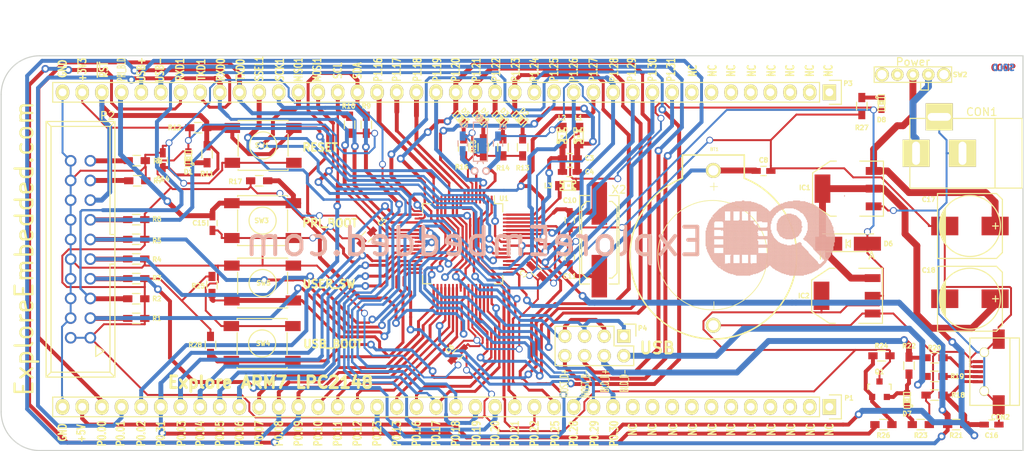
<source format=kicad_pcb>
(kicad_pcb (version 20171130) (host pcbnew "(5.1.12)-1")
  (layers (0 F.Cu signal) (31 B.Cu signal) (34 B.Paste user) (35 F.Paste user) (36 B.SilkS user) (37 F.SilkS user) (38 B.Mask user) (39 F.Mask user) (44 Edge.Cuts user))
  (net 0 "")
  (net 1 "Net-(BT1-Pad1)")
  (net 2 GND)
  (net 3 "Net-(C1-Pad1)")
  (net 4 "Net-(C2-Pad1)")
  (net 5 "Net-(C3-Pad1)")
  (net 6 /VDDA)
  (net 7 +3.3VP)
  (net 8 "Net-(C10-Pad1)")
  (net 9 "Net-(C11-Pad2)")
  (net 10 /~RST)
  (net 11 PRI_BLD)
  (net 12 +5V)
  (net 13 "Net-(C17-Pad1)")
  (net 14 "Net-(CON1-Pad1)")
  (net 15 "Net-(CON2-Pad2)")
  (net 16 "Net-(CON2-Pad3)")
  (net 17 "Net-(D1-Pad2)")
  (net 18 "Net-(D2-Pad2)")
  (net 19 /u_led_1)
  (net 20 "Net-(D3-Pad2)")
  (net 21 /u_led_2)
  (net 22 "Net-(D4-Pad2)")
  (net 23 /u_led_3)
  (net 24 "Net-(D5-Pad2)")
  (net 25 /u_led_4)
  (net 26 "Net-(D7-Pad2)")
  (net 27 "Net-(D7-Pad1)")
  (net 28 "Net-(D8-Pad2)")
  (net 29 "Net-(L3-Pad2)")
  (net 30 "Net-(P1-Pad1)")
  (net 31 "Net-(P1-Pad2)")
  (net 32 "Net-(P1-Pad3)")
  (net 33 "Net-(P1-Pad4)")
  (net 34 "Net-(P1-Pad5)")
  (net 35 "Net-(P1-Pad6)")
  (net 36 "Net-(P1-Pad7)")
  (net 37 "Net-(P1-Pad8)")
  (net 38 "Net-(P1-Pad9)")
  (net 39 "Net-(P1-Pad10)")
  (net 40 "Net-(P1-Pad11)")
  (net 41 "Net-(P1-Pad12)")
  (net 42 "Net-(P1-Pad13)")
  (net 43 "Net-(P1-Pad14)")
  (net 44 "Net-(P1-Pad15)")
  (net 45 "Net-(P1-Pad16)")
  (net 46 /SSEL1)
  (net 47 /MOSI1)
  (net 48 /MISO1)
  (net 49 /SCK1)
  (net 50 "Net-(P1-Pad22)")
  (net 51 "Net-(P1-Pad23)")
  (net 52 /VBUS)
  (net 53 "Net-(P1-Pad25)")
  (net 54 "Net-(P1-Pad26)")
  (net 55 "Net-(P1-Pad27)")
  (net 56 /RXD1)
  (net 57 /TXD1)
  (net 58 /u_sw_1)
  (net 59 "Net-(P1-Pad31)")
  (net 60 "Net-(P1-Pad32)")
  (net 61 "Net-(P1-Pad33)")
  (net 62 /SDA0)
  (net 63 /CONNECT)
  (net 64 /SCL0)
  (net 65 /RXD0)
  (net 66 /TXD0)
  (net 67 /~TRST)
  (net 68 /TDI)
  (net 69 /TMS)
  (net 70 /TCK)
  (net 71 /RTCK)
  (net 72 /TD0)
  (net 73 "Net-(P2-Pad17)")
  (net 74 "Net-(P2-Pad19)")
  (net 75 "Net-(P3-Pad1)")
  (net 76 "Net-(P3-Pad2)")
  (net 77 "Net-(P3-Pad3)")
  (net 78 "Net-(P3-Pad4)")
  (net 79 "Net-(P3-Pad5)")
  (net 80 "Net-(P3-Pad6)")
  (net 81 "Net-(P3-Pad7)")
  (net 82 "Net-(P3-Pad8)")
  (net 83 "Net-(P3-Pad15)")
  (net 84 "Net-(P3-Pad16)")
  (net 85 "Net-(P3-Pad21)")
  (net 86 "Net-(P3-Pad22)")
  (net 87 "Net-(P3-Pad23)")
  (net 88 "Net-(P3-Pad24)")
  (net 89 HOST_USB_D-)
  (net 90 HOST_USB_D+)
  (net 91 USB_D-)
  (net 92 "Net-(P4-Pad2)")
  (net 93 USB_D+)
  (net 94 "Net-(P4-Pad4)")
  (net 95 "Net-(Q1-Pad1)")
  (net 96 USB_BLD)
  (net 97 "Net-(P1-Pad17)")
  (module EE:Crystal_Round_Horizontal_2mm_NEW (layer B.Cu) (at 120.904 55.88 180)
    (fp_text reference X1 (at 0.154 6.88 180) (layer B.SilkS) (effects (font (size 0.6 0.6)) (justify mirror)))
    (fp_text value 3.768KHz hide)
    (pad 1 thru_hole circle (at -0.7493 0 180) (size 1.00076 1.00076) (drill 0.59944) (layers *.Cu *.Mask B.SilkS) (net 3 "Net-(C1-Pad1)"))
    (pad 2 thru_hole circle (at 0.7493 0 180) (size 1.00076 1.00076) (drill 0.59944) (layers *.Cu *.Mask B.SilkS) (net 4 "Net-(C2-Pad1)"))
    (pad 3 smd rect (at 0 3.25 180) (size 1.6 2) (layers B.Cu B.Paste B.Mask) (net 2 GND))
  )
  (module EE:BATT_rtc_XL (layer F.Cu) (at 151.003 75.819 90)
    (fp_text reference BT1 (at 22.733 0.127 180) (layer F.SilkS) (effects (font (size 0.4064 0.4064) (thickness 0.0889))))
    (fp_text value CR2032 hide)
    (fp_text user + (at 17.9197 -0.03302 90) (layer F.SilkS) (effects (font (size 1.27 1.27) (thickness 0.0889))))
    (fp_text user - (at 2.58318 -0.03302 90) (layer F.SilkS) (effects (font (size 1.27 1.27) (thickness 0.0889))))
    (pad 1 thru_hole circle (at 19.99996 0 90) (size 1.94818 1.94818) (drill 1.29794) (layers *.Cu *.Mask F.Paste F.SilkS) (net 1 "Net-(BT1-Pad1)"))
    (pad 2 thru_hole circle (at 0 0 90) (size 1.94818 1.94818) (drill 1.29794) (layers *.Cu *.Mask F.Paste F.SilkS) (net 2 GND))
  )
  (module Capacitors_SMD:C_0603_HandSoldering (layer B.Cu) (at 123.19 52.324 90)
    (fp_text reference C1 (at 2.074 0.56 180) (layer B.SilkS) (effects (font (size 0.6 0.6)) (justify mirror)))
    (fp_text value 22pf hide)
    (pad 1 smd rect (at -0.95 0 90) (size 1.2 0.75) (layers B.Cu B.Paste B.Mask) (net 3 "Net-(C1-Pad1)"))
    (pad 2 smd rect (at 0.95 0 90) (size 1.2 0.75) (layers B.Cu B.Paste B.Mask) (net 2 GND))
  )
  (module Capacitors_SMD:C_0603_HandSoldering (layer B.Cu) (at 118.618 52.324 90)
    (fp_text reference C2 (at 2.324 0.132 180) (layer B.SilkS) (effects (font (size 0.6 0.6)) (justify mirror)))
    (fp_text value 22pf hide)
    (pad 1 smd rect (at -0.95 0 90) (size 1.2 0.75) (layers B.Cu B.Paste B.Mask) (net 4 "Net-(C2-Pad1)"))
    (pad 2 smd rect (at 0.95 0 90) (size 1.2 0.75) (layers B.Cu B.Paste B.Mask) (net 2 GND))
  )
  (module Capacitors_SMD:C_0603_HandSoldering (layer F.Cu) (at 132.461 54.229)
    (fp_text reference C3 (at 2.54 0) (layer F.SilkS) (effects (font (size 0.6 0.6))))
    (fp_text value 4.7uF hide)
    (pad 1 smd rect (at -0.95 0) (size 1.2 0.75) (layers F.Cu F.Paste F.Mask) (net 5 "Net-(C3-Pad1)"))
    (pad 2 smd rect (at 0.95 0) (size 1.2 0.75) (layers F.Cu F.Paste F.Mask) (net 6 /VDDA))
  )
  (module Capacitors_SMD:C_0603_HandSoldering (layer F.Cu) (at 132.461 56.007)
    (fp_text reference C4 (at 2.54 0) (layer F.SilkS) (effects (font (size 0.6 0.6))))
    (fp_text value 100nf hide)
    (pad 1 smd rect (at -0.95 0) (size 1.2 0.75) (layers F.Cu F.Paste F.Mask) (net 5 "Net-(C3-Pad1)"))
    (pad 2 smd rect (at 0.95 0) (size 1.2 0.75) (layers F.Cu F.Paste F.Mask) (net 6 /VDDA))
  )
  (module Capacitors_SMD:C_0603_HandSoldering (layer F.Cu) (at 106.236 64.389 45)
    (fp_text reference C5 (at 2.738978 0.044901 45) (layer F.SilkS) (effects (font (size 0.6 0.6))))
    (fp_text value 100nf hide)
    (pad 1 smd rect (at -0.95 0 45) (size 1.2 0.75) (layers F.Cu F.Paste F.Mask) (net 2 GND))
    (pad 2 smd rect (at 0.95 0 45) (size 1.2 0.75) (layers F.Cu F.Paste F.Mask) (net 7 +3.3VP))
  )
  (module Capacitors_SMD:C_0603_HandSoldering (layer F.Cu) (at 117.983 79.5655 45)
    (fp_text reference C6 (at -0.224506 -1.212335 45) (layer F.SilkS) (effects (font (size 0.6 0.6))))
    (fp_text value 100nf hide)
    (pad 1 smd rect (at -0.95 0 45) (size 1.2 0.75) (layers F.Cu F.Paste F.Mask) (net 2 GND))
    (pad 2 smd rect (at 0.95 0 45) (size 1.2 0.75) (layers F.Cu F.Paste F.Mask) (net 7 +3.3VP))
  )
  (module Capacitors_SMD:C_0603_HandSoldering (layer F.Cu) (at 128.143 68.834 135)
    (fp_text reference C7 (at 0.898026 -1.436841 135) (layer F.SilkS) (effects (font (size 0.6 0.6))))
    (fp_text value 100nf hide)
    (pad 1 smd rect (at -0.95 0 135) (size 1.2 0.75) (layers F.Cu F.Paste F.Mask) (net 2 GND))
    (pad 2 smd rect (at 0.95 0 135) (size 1.2 0.75) (layers F.Cu F.Paste F.Mask) (net 7 +3.3VP))
  )
  (module Capacitors_SMD:C_0603_HandSoldering (layer F.Cu) (at 157.48 55.88)
    (fp_text reference C8 (at 0 -1.397) (layer F.SilkS) (effects (font (size 0.6 0.6))))
    (fp_text value 100nf hide)
    (pad 1 smd rect (at -0.95 0) (size 1.2 0.75) (layers F.Cu F.Paste F.Mask) (net 1 "Net-(BT1-Pad1)"))
    (pad 2 smd rect (at 0.95 0) (size 1.2 0.75) (layers F.Cu F.Paste F.Mask) (net 2 GND))
  )
  (module Capacitors_SMD:C_0603_HandSoldering (layer F.Cu) (at 132.461 62.23 270)
    (fp_text reference C10 (at -2.54 0) (layer F.SilkS) (effects (font (size 0.6 0.6))))
    (fp_text value 22pf hide)
    (pad 1 smd rect (at -0.95 0 270) (size 1.2 0.75) (layers F.Cu F.Paste F.Mask) (net 8 "Net-(C10-Pad1)"))
    (pad 2 smd rect (at 0.95 0 270) (size 1.2 0.75) (layers F.Cu F.Paste F.Mask) (net 2 GND))
  )
  (module Capacitors_SMD:C_0603_HandSoldering (layer F.Cu) (at 132.461 67.056 270)
    (fp_text reference C11 (at 2.413 0) (layer F.SilkS) (effects (font (size 0.6 0.6))))
    (fp_text value 22pf hide)
    (pad 1 smd rect (at -0.95 0 270) (size 1.2 0.75) (layers F.Cu F.Paste F.Mask) (net 2 GND))
    (pad 2 smd rect (at 0.95 0 270) (size 1.2 0.75) (layers F.Cu F.Paste F.Mask) (net 9 "Net-(C11-Pad2)"))
  )
  (module Capacitors_SMD:C_0603_HandSoldering (layer F.Cu) (at 79.883 54.483 270)
    (fp_text reference C14 (at 2.413 0) (layer F.SilkS) (effects (font (size 0.6 0.6))))
    (fp_text value 100nf hide)
    (pad 1 smd rect (at -0.95 0 270) (size 1.2 0.75) (layers F.Cu F.Paste F.Mask) (net 2 GND))
    (pad 2 smd rect (at 0.95 0 270) (size 1.2 0.75) (layers F.Cu F.Paste F.Mask) (net 10 /~RST))
  )
  (module Capacitors_SMD:C_0603_HandSoldering (layer F.Cu) (at 86.2965 62.611 90)
    (fp_text reference C15 (at 0 -1.7145 180) (layer F.SilkS) (effects (font (size 0.6 0.6))))
    (fp_text value 100nf hide)
    (pad 1 smd rect (at -0.95 0 90) (size 1.2 0.75) (layers F.Cu F.Paste F.Mask) (net 2 GND))
    (pad 2 smd rect (at 0.95 0 90) (size 1.2 0.75) (layers F.Cu F.Paste F.Mask) (net 11 PRI_BLD))
  )
  (module Capacitors_SMD:C_0603_HandSoldering (layer F.Cu) (at 186.944 88.646)
    (fp_text reference C16 (at 0 1.397) (layer F.SilkS) (effects (font (size 0.6 0.6))))
    (fp_text value 100nf hide)
    (pad 1 smd rect (at -0.95 0) (size 1.2 0.75) (layers F.Cu F.Paste F.Mask) (net 12 +5V))
    (pad 2 smd rect (at 0.95 0) (size 1.2 0.75) (layers F.Cu F.Paste F.Mask) (net 2 GND))
  )
  (module Capacitors_SMD:c_elec_8x10.5 (layer F.Cu) (at 184.15 62.992)
    (fp_text reference C17 (at -5.334 -3.429) (layer F.SilkS) (effects (font (size 0.6 0.6))))
    (fp_text value 100uF/25V hide)
    (pad 1 smd rect (at 3.2512 0) (size 3.50012 2.4003) (layers F.Cu F.Paste F.Mask) (net 13 "Net-(C17-Pad1)"))
    (pad 2 smd rect (at -3.2512 0) (size 3.50012 2.4003) (layers F.Cu F.Paste F.Mask) (net 2 GND))
  )
  (module Capacitors_SMD:c_elec_8x10.5 (layer F.Cu) (at 184.15 72.39)
    (fp_text reference C18 (at -5.334 -3.683) (layer F.SilkS) (effects (font (size 0.6 0.6))))
    (fp_text value 100uF/25V hide)
    (pad 1 smd rect (at 3.2512 0) (size 3.50012 2.4003) (layers F.Cu F.Paste F.Mask) (net 12 +5V))
    (pad 2 smd rect (at -3.2512 0) (size 3.50012 2.4003) (layers F.Cu F.Paste F.Mask) (net 2 GND))
  )
  (module Connect:BARREL_JACK (layer F.Cu) (at 183.388 53.594 180)
    (fp_text reference CON1 (at -2.286 5.334) (layer F.SilkS))
    (fp_text value BARREL_JACK hide)
    (pad 1 thru_hole rect (at 6.20014 0 180) (size 3.50012 3.50012) (drill oval 1.00076 2.99974) (layers *.Cu *.Mask F.SilkS) (net 14 "Net-(CON1-Pad1)"))
    (pad 2 thru_hole rect (at 0.20066 0 180) (size 3.50012 3.50012) (drill oval 1.00076 2.99974) (layers *.Cu *.Mask F.SilkS) (net 2 GND))
    (pad 3 thru_hole rect (at 3.2004 4.699 180) (size 3.50012 3.50012) (drill oval 2.99974 1.00076) (layers *.Cu *.Mask F.SilkS) (net 2 GND))
  )
  (module SMD_Packages:SOT-223 (layer F.Cu) (at 168.402 58.166 90)
    (fp_text reference IC1 (at 0.127 -5.588 180) (layer F.SilkS) (effects (font (size 0.6 0.6))))
    (fp_text value LM1117 hide)
    (pad 4 smd rect (at 0 -3.302 90) (size 3.6576 2.032) (layers F.Cu F.Paste F.Mask) (net 12 +5V))
    (pad 2 smd rect (at 0 3.302 90) (size 1.016 2.032) (layers F.Cu F.Paste F.Mask) (net 12 +5V))
    (pad 3 smd rect (at 2.286 3.302 90) (size 1.016 2.032) (layers F.Cu F.Paste F.Mask) (net 13 "Net-(C17-Pad1)"))
    (pad 1 smd rect (at -2.286 3.302 90) (size 1.016 2.032) (layers F.Cu F.Paste F.Mask) (net 2 GND))
  )
  (module SMD_Packages:SOT-223 (layer F.Cu) (at 168.275 72.009 90)
    (fp_text reference IC2 (at 0 -5.588 180) (layer F.SilkS) (effects (font (size 0.6 0.6))))
    (fp_text value LM1117 hide)
    (pad 4 smd rect (at 0 -3.302 90) (size 3.6576 2.032) (layers F.Cu F.Paste F.Mask) (net 7 +3.3VP))
    (pad 2 smd rect (at 0 3.302 90) (size 1.016 2.032) (layers F.Cu F.Paste F.Mask) (net 7 +3.3VP))
    (pad 3 smd rect (at 2.286 3.302 90) (size 1.016 2.032) (layers F.Cu F.Paste F.Mask) (net 12 +5V))
    (pad 1 smd rect (at -2.286 3.302 90) (size 1.016 2.032) (layers F.Cu F.Paste F.Mask) (net 2 GND))
  )
  (module LEDs:LED-0805 (layer F.Cu) (at 133.604 51.308 90)
    (fp_text reference L1 (at 2.286 0 180) (layer F.SilkS) (effects (font (size 0.6 0.6))))
    (fp_text value FER hide)
    (pad 2 smd rect (at 1.04902 0 270) (size 1.19888 1.19888) (layers F.Cu F.Paste F.Mask) (net 7 +3.3VP))
    (pad 1 smd rect (at -1.04902 0 270) (size 1.19888 1.19888) (layers F.Cu F.Paste F.Mask) (net 6 /VDDA))
  )
  (module LEDs:LED-0805 (layer F.Cu) (at 131.445 51.308 90)
    (fp_text reference L2 (at 2.286 0 180) (layer F.SilkS) (effects (font (size 0.6 0.6))))
    (fp_text value FER hide)
    (pad 2 smd rect (at 1.04902 0 270) (size 1.19888 1.19888) (layers F.Cu F.Paste F.Mask) (net 2 GND))
    (pad 1 smd rect (at -1.04902 0 270) (size 1.19888 1.19888) (layers F.Cu F.Paste F.Mask) (net 5 "Net-(C3-Pad1)"))
  )
  (module LEDs:LED-0805 (layer F.Cu) (at 132.207 57.785 180)
    (fp_text reference L3 (at 2.54 0 180) (layer F.SilkS) (effects (font (size 0.6 0.6))))
    (fp_text value FER hide)
    (pad 2 smd rect (at 1.04902 0) (size 1.19888 1.19888) (layers F.Cu F.Paste F.Mask) (net 29 "Net-(L3-Pad2)"))
    (pad 1 smd rect (at -1.04902 0) (size 1.19888 1.19888) (layers F.Cu F.Paste F.Mask) (net 7 +3.3VP))
  )
  (module Pin_Headers:Pin_Header_Straight_1x40 (layer F.Cu) (at 165.989 86.36 270)
    (fp_text reference P1 (at -1.143 -2.54) (layer F.SilkS) (effects (font (size 0.6 0.6))))
    (fp_text value CONN_01X40 hide)
    (pad 1 thru_hole rect (at 0 0 270) (size 2.032 1.7272) (drill 1.016) (layers *.Cu *.Mask F.SilkS) (net 30 "Net-(P1-Pad1)"))
    (pad 2 thru_hole oval (at 0 2.54 270) (size 2.032 1.7272) (drill 1.016) (layers *.Cu *.Mask F.SilkS) (net 31 "Net-(P1-Pad2)"))
    (pad 3 thru_hole oval (at 0 5.08 270) (size 2.032 1.7272) (drill 1.016) (layers *.Cu *.Mask F.SilkS) (net 32 "Net-(P1-Pad3)"))
    (pad 4 thru_hole oval (at 0 7.62 270) (size 2.032 1.7272) (drill 1.016) (layers *.Cu *.Mask F.SilkS) (net 33 "Net-(P1-Pad4)"))
    (pad 5 thru_hole oval (at 0 10.16 270) (size 2.032 1.7272) (drill 1.016) (layers *.Cu *.Mask F.SilkS) (net 34 "Net-(P1-Pad5)"))
    (pad 6 thru_hole oval (at 0 12.7 270) (size 2.032 1.7272) (drill 1.016) (layers *.Cu *.Mask F.SilkS) (net 35 "Net-(P1-Pad6)"))
    (pad 7 thru_hole oval (at 0 15.24 270) (size 2.032 1.7272) (drill 1.016) (layers *.Cu *.Mask F.SilkS) (net 36 "Net-(P1-Pad7)"))
    (pad 8 thru_hole oval (at 0 17.78 270) (size 2.032 1.7272) (drill 1.016) (layers *.Cu *.Mask F.SilkS) (net 37 "Net-(P1-Pad8)"))
    (pad 9 thru_hole oval (at 0 20.32 270) (size 2.032 1.7272) (drill 1.016) (layers *.Cu *.Mask F.SilkS) (net 38 "Net-(P1-Pad9)"))
    (pad 10 thru_hole oval (at 0 22.86 270) (size 2.032 1.7272) (drill 1.016) (layers *.Cu *.Mask F.SilkS) (net 39 "Net-(P1-Pad10)"))
    (pad 11 thru_hole oval (at 0 25.4 270) (size 2.032 1.7272) (drill 1.016) (layers *.Cu *.Mask F.SilkS) (net 40 "Net-(P1-Pad11)"))
    (pad 12 thru_hole oval (at 0 27.94 270) (size 2.032 1.7272) (drill 1.016) (layers *.Cu *.Mask F.SilkS) (net 41 "Net-(P1-Pad12)"))
    (pad 13 thru_hole oval (at 0 30.48 270) (size 2.032 1.7272) (drill 1.016) (layers *.Cu *.Mask F.SilkS) (net 42 "Net-(P1-Pad13)"))
    (pad 14 thru_hole oval (at 0 33.02 270) (size 2.032 1.7272) (drill 1.016) (layers *.Cu *.Mask F.SilkS) (net 43 "Net-(P1-Pad14)"))
    (pad 15 thru_hole oval (at 0 35.56 270) (size 2.032 1.7272) (drill 1.016) (layers *.Cu *.Mask F.SilkS) (net 44 "Net-(P1-Pad15)"))
    (pad 16 thru_hole oval (at 0 38.1 270) (size 2.032 1.7272) (drill 1.016) (layers *.Cu *.Mask F.SilkS) (net 45 "Net-(P1-Pad16)"))
    (pad 17 thru_hole oval (at 0 40.64 270) (size 2.032 1.7272) (drill 1.016) (layers *.Cu *.Mask F.SilkS) (net 97 "Net-(P1-Pad17)"))
    (pad 18 thru_hole oval (at 0 43.18 270) (size 2.032 1.7272) (drill 1.016) (layers *.Cu *.Mask F.SilkS) (net 46 /SSEL1))
    (pad 19 thru_hole oval (at 0 45.72 270) (size 2.032 1.7272) (drill 1.016) (layers *.Cu *.Mask F.SilkS) (net 47 /MOSI1))
    (pad 20 thru_hole oval (at 0 48.26 270) (size 2.032 1.7272) (drill 1.016) (layers *.Cu *.Mask F.SilkS) (net 48 /MISO1))
    (pad 21 thru_hole oval (at 0 50.8 270) (size 2.032 1.7272) (drill 1.016) (layers *.Cu *.Mask F.SilkS) (net 49 /SCK1))
    (pad 22 thru_hole oval (at 0 53.34 270) (size 2.032 1.7272) (drill 1.016) (layers *.Cu *.Mask F.SilkS) (net 50 "Net-(P1-Pad22)"))
    (pad 23 thru_hole oval (at 0 55.88 270) (size 2.032 1.7272) (drill 1.016) (layers *.Cu *.Mask F.SilkS) (net 51 "Net-(P1-Pad23)"))
    (pad 24 thru_hole oval (at 0 58.42 270) (size 2.032 1.7272) (drill 1.016) (layers *.Cu *.Mask F.SilkS) (net 52 /VBUS))
    (pad 25 thru_hole oval (at 0 60.96 270) (size 2.032 1.7272) (drill 1.016) (layers *.Cu *.Mask F.SilkS) (net 53 "Net-(P1-Pad25)"))
    (pad 26 thru_hole oval (at 0 63.5 270) (size 2.032 1.7272) (drill 1.016) (layers *.Cu *.Mask F.SilkS) (net 54 "Net-(P1-Pad26)"))
    (pad 27 thru_hole oval (at 0 66.04 270) (size 2.032 1.7272) (drill 1.016) (layers *.Cu *.Mask F.SilkS) (net 55 "Net-(P1-Pad27)"))
    (pad 28 thru_hole oval (at 0 68.58 270) (size 2.032 1.7272) (drill 1.016) (layers *.Cu *.Mask F.SilkS) (net 56 /RXD1))
    (pad 29 thru_hole oval (at 0 71.12 270) (size 2.032 1.7272) (drill 1.016) (layers *.Cu *.Mask F.SilkS) (net 57 /TXD1))
    (pad 30 thru_hole oval (at 0 73.66 270) (size 2.032 1.7272) (drill 1.016) (layers *.Cu *.Mask F.SilkS) (net 58 /u_sw_1))
    (pad 31 thru_hole oval (at 0 76.2 270) (size 2.032 1.7272) (drill 1.016) (layers *.Cu *.Mask F.SilkS) (net 59 "Net-(P1-Pad31)"))
    (pad 32 thru_hole oval (at 0 78.74 270) (size 2.032 1.7272) (drill 1.016) (layers *.Cu *.Mask F.SilkS) (net 60 "Net-(P1-Pad32)"))
    (pad 33 thru_hole oval (at 0 81.28 270) (size 2.032 1.7272) (drill 1.016) (layers *.Cu *.Mask F.SilkS) (net 61 "Net-(P1-Pad33)"))
    (pad 34 thru_hole oval (at 0 83.82 270) (size 2.032 1.7272) (drill 1.016) (layers *.Cu *.Mask F.SilkS) (net 62 /SDA0))
    (pad 35 thru_hole oval (at 0 86.36 270) (size 2.032 1.7272) (drill 1.016) (layers *.Cu *.Mask F.SilkS) (net 63 /CONNECT))
    (pad 36 thru_hole oval (at 0 88.9 270) (size 2.032 1.7272) (drill 1.016) (layers *.Cu *.Mask F.SilkS) (net 64 /SCL0))
    (pad 37 thru_hole oval (at 0 91.44 270) (size 2.032 1.7272) (drill 1.016) (layers *.Cu *.Mask F.SilkS) (net 65 /RXD0))
    (pad 38 thru_hole oval (at 0 93.98 270) (size 2.032 1.7272) (drill 1.016) (layers *.Cu *.Mask F.SilkS) (net 66 /TXD0))
    (pad 39 thru_hole oval (at 0 96.52 270) (size 2.032 1.7272) (drill 1.016) (layers *.Cu *.Mask F.SilkS) (net 12 +5V))
    (pad 40 thru_hole oval (at 0 99.06 270) (size 2.032 1.7272) (drill 1.016) (layers *.Cu *.Mask F.SilkS) (net 2 GND))
  )
  (module Connect:VASCH10x2 (layer F.Cu) (at 69.25 66 90)
    (fp_text reference P2 (at 17.25 3.5 180) (layer F.SilkS))
    (fp_text value JTAG hide)
    (pad 1 thru_hole circle (at -11.43 1.27 90) (size 1.50622 1.50622) (drill 0.99822) (layers *.Cu *.Mask) (net 7 +3.3VP))
    (pad 2 thru_hole circle (at -11.43 -1.27 90) (size 1.50622 1.50622) (drill 0.99822) (layers *.Cu *.Mask) (net 7 +3.3VP))
    (pad 3 thru_hole circle (at -8.89 1.27 90) (size 1.50622 1.50622) (drill 0.99822) (layers *.Cu *.Mask) (net 67 /~TRST))
    (pad 4 thru_hole circle (at -8.89 -1.27 90) (size 1.50622 1.50622) (drill 0.99822) (layers *.Cu *.Mask) (net 2 GND))
    (pad 5 thru_hole circle (at -6.35 1.27 90) (size 1.50622 1.50622) (drill 0.99822) (layers *.Cu *.Mask) (net 68 /TDI))
    (pad 6 thru_hole circle (at -6.35 -1.27 90) (size 1.50622 1.50622) (drill 0.99822) (layers *.Cu *.Mask) (net 2 GND))
    (pad 7 thru_hole circle (at -3.81 1.27 90) (size 1.50622 1.50622) (drill 0.99822) (layers *.Cu *.Mask) (net 69 /TMS))
    (pad 8 thru_hole circle (at -3.81 -1.27 90) (size 1.50622 1.50622) (drill 0.99822) (layers *.Cu *.Mask) (net 2 GND))
    (pad 9 thru_hole circle (at -1.27 1.27 90) (size 1.50622 1.50622) (drill 0.99822) (layers *.Cu *.Mask) (net 70 /TCK))
    (pad 10 thru_hole circle (at -1.27 -1.27 90) (size 1.50622 1.50622) (drill 0.99822) (layers *.Cu *.Mask) (net 2 GND))
    (pad 11 thru_hole circle (at 1.27 1.27 90) (size 1.50622 1.50622) (drill 0.99822) (layers *.Cu *.Mask) (net 71 /RTCK))
    (pad 12 thru_hole circle (at 1.27 -1.27 90) (size 1.50622 1.50622) (drill 0.99822) (layers *.Cu *.Mask) (net 2 GND))
    (pad 13 thru_hole circle (at 3.81 1.27 90) (size 1.50622 1.50622) (drill 0.99822) (layers *.Cu *.Mask) (net 72 /TD0))
    (pad 14 thru_hole circle (at 3.81 -1.27 90) (size 1.50622 1.50622) (drill 0.99822) (layers *.Cu *.Mask) (net 2 GND))
    (pad 15 thru_hole circle (at 6.35 1.27 90) (size 1.50622 1.50622) (drill 0.99822) (layers *.Cu *.Mask) (net 10 /~RST))
    (pad 16 thru_hole circle (at 6.35 -1.27 90) (size 1.50622 1.50622) (drill 0.99822) (layers *.Cu *.Mask) (net 2 GND))
    (pad 17 thru_hole circle (at 8.89 1.27 90) (size 1.50622 1.50622) (drill 0.99822) (layers *.Cu *.Mask) (net 73 "Net-(P2-Pad17)"))
    (pad 18 thru_hole circle (at 8.89 -1.27 90) (size 1.50622 1.50622) (drill 0.99822) (layers *.Cu *.Mask) (net 2 GND))
    (pad 19 thru_hole circle (at 11.43 1.27 90) (size 1.50622 1.50622) (drill 0.99822) (layers *.Cu *.Mask) (net 74 "Net-(P2-Pad19)"))
    (pad 20 thru_hole circle (at 11.43 -1.27 90) (size 1.50622 1.50622) (drill 0.99822) (layers *.Cu *.Mask) (net 2 GND))
  )
  (module Pin_Headers:Pin_Header_Straight_1x40 (layer F.Cu) (at 165.989 45.72 270)
    (fp_text reference P3 (at -1.143 -2.413) (layer F.SilkS) (effects (font (size 0.6 0.6))))
    (fp_text value CONN_01X40 hide)
    (pad 1 thru_hole rect (at 0 0 270) (size 2.032 1.7272) (drill 1.016) (layers *.Cu *.Mask F.SilkS) (net 75 "Net-(P3-Pad1)"))
    (pad 2 thru_hole oval (at 0 2.54 270) (size 2.032 1.7272) (drill 1.016) (layers *.Cu *.Mask F.SilkS) (net 76 "Net-(P3-Pad2)"))
    (pad 3 thru_hole oval (at 0 5.08 270) (size 2.032 1.7272) (drill 1.016) (layers *.Cu *.Mask F.SilkS) (net 77 "Net-(P3-Pad3)"))
    (pad 4 thru_hole oval (at 0 7.62 270) (size 2.032 1.7272) (drill 1.016) (layers *.Cu *.Mask F.SilkS) (net 78 "Net-(P3-Pad4)"))
    (pad 5 thru_hole oval (at 0 10.16 270) (size 2.032 1.7272) (drill 1.016) (layers *.Cu *.Mask F.SilkS) (net 79 "Net-(P3-Pad5)"))
    (pad 6 thru_hole oval (at 0 12.7 270) (size 2.032 1.7272) (drill 1.016) (layers *.Cu *.Mask F.SilkS) (net 80 "Net-(P3-Pad6)"))
    (pad 7 thru_hole oval (at 0 15.24 270) (size 2.032 1.7272) (drill 1.016) (layers *.Cu *.Mask F.SilkS) (net 81 "Net-(P3-Pad7)"))
    (pad 8 thru_hole oval (at 0 17.78 270) (size 2.032 1.7272) (drill 1.016) (layers *.Cu *.Mask F.SilkS) (net 82 "Net-(P3-Pad8)"))
    (pad 9 thru_hole oval (at 0 20.32 270) (size 2.032 1.7272) (drill 1.016) (layers *.Cu *.Mask F.SilkS) (net 67 /~TRST))
    (pad 10 thru_hole oval (at 0 22.86 270) (size 2.032 1.7272) (drill 1.016) (layers *.Cu *.Mask F.SilkS) (net 69 /TMS))
    (pad 11 thru_hole oval (at 0 25.4 270) (size 2.032 1.7272) (drill 1.016) (layers *.Cu *.Mask F.SilkS) (net 70 /TCK))
    (pad 12 thru_hole oval (at 0 27.94 270) (size 2.032 1.7272) (drill 1.016) (layers *.Cu *.Mask F.SilkS) (net 68 /TDI))
    (pad 13 thru_hole oval (at 0 30.48 270) (size 2.032 1.7272) (drill 1.016) (layers *.Cu *.Mask F.SilkS) (net 72 /TD0))
    (pad 14 thru_hole oval (at 0 33.02 270) (size 2.032 1.7272) (drill 1.016) (layers *.Cu *.Mask F.SilkS) (net 71 /RTCK))
    (pad 15 thru_hole oval (at 0 35.56 270) (size 2.032 1.7272) (drill 1.016) (layers *.Cu *.Mask F.SilkS) (net 83 "Net-(P3-Pad15)"))
    (pad 16 thru_hole oval (at 0 38.1 270) (size 2.032 1.7272) (drill 1.016) (layers *.Cu *.Mask F.SilkS) (net 84 "Net-(P3-Pad16)"))
    (pad 17 thru_hole oval (at 0 40.64 270) (size 2.032 1.7272) (drill 1.016) (layers *.Cu *.Mask F.SilkS) (net 19 /u_led_1))
    (pad 18 thru_hole oval (at 0 43.18 270) (size 2.032 1.7272) (drill 1.016) (layers *.Cu *.Mask F.SilkS) (net 21 /u_led_2))
    (pad 19 thru_hole oval (at 0 45.72 270) (size 2.032 1.7272) (drill 1.016) (layers *.Cu *.Mask F.SilkS) (net 23 /u_led_3))
    (pad 20 thru_hole oval (at 0 48.26 270) (size 2.032 1.7272) (drill 1.016) (layers *.Cu *.Mask F.SilkS) (net 25 /u_led_4))
    (pad 21 thru_hole oval (at 0 50.8 270) (size 2.032 1.7272) (drill 1.016) (layers *.Cu *.Mask F.SilkS) (net 85 "Net-(P3-Pad21)"))
    (pad 22 thru_hole oval (at 0 53.34 270) (size 2.032 1.7272) (drill 1.016) (layers *.Cu *.Mask F.SilkS) (net 86 "Net-(P3-Pad22)"))
    (pad 23 thru_hole oval (at 0 55.88 270) (size 2.032 1.7272) (drill 1.016) (layers *.Cu *.Mask F.SilkS) (net 87 "Net-(P3-Pad23)"))
    (pad 24 thru_hole oval (at 0 58.42 270) (size 2.032 1.7272) (drill 1.016) (layers *.Cu *.Mask F.SilkS) (net 88 "Net-(P3-Pad24)"))
    (pad 25 thru_hole oval (at 0 60.96 270) (size 2.032 1.7272) (drill 1.016) (layers *.Cu *.Mask F.SilkS) (net 62 /SDA0))
    (pad 26 thru_hole oval (at 0 63.5 270) (size 2.032 1.7272) (drill 1.016) (layers *.Cu *.Mask F.SilkS) (net 64 /SCL0))
    (pad 27 thru_hole oval (at 0 66.04 270) (size 2.032 1.7272) (drill 1.016) (layers *.Cu *.Mask F.SilkS) (net 47 /MOSI1))
    (pad 28 thru_hole oval (at 0 68.58 270) (size 2.032 1.7272) (drill 1.016) (layers *.Cu *.Mask F.SilkS) (net 48 /MISO1))
    (pad 29 thru_hole oval (at 0 71.12 270) (size 2.032 1.7272) (drill 1.016) (layers *.Cu *.Mask F.SilkS) (net 49 /SCK1))
    (pad 30 thru_hole oval (at 0 73.66 270) (size 2.032 1.7272) (drill 1.016) (layers *.Cu *.Mask F.SilkS) (net 46 /SSEL1))
    (pad 31 thru_hole oval (at 0 76.2 270) (size 2.032 1.7272) (drill 1.016) (layers *.Cu *.Mask F.SilkS) (net 66 /TXD0))
    (pad 32 thru_hole oval (at 0 78.74 270) (size 2.032 1.7272) (drill 1.016) (layers *.Cu *.Mask F.SilkS) (net 65 /RXD0))
    (pad 33 thru_hole oval (at 0 81.28 270) (size 2.032 1.7272) (drill 1.016) (layers *.Cu *.Mask F.SilkS) (net 57 /TXD1))
    (pad 34 thru_hole oval (at 0 83.82 270) (size 2.032 1.7272) (drill 1.016) (layers *.Cu *.Mask F.SilkS) (net 56 /RXD1))
    (pad 35 thru_hole oval (at 0 86.36 270) (size 2.032 1.7272) (drill 1.016) (layers *.Cu *.Mask F.SilkS) (net 89 HOST_USB_D-))
    (pad 36 thru_hole oval (at 0 88.9 270) (size 2.032 1.7272) (drill 1.016) (layers *.Cu *.Mask F.SilkS) (net 90 HOST_USB_D+))
    (pad 37 thru_hole oval (at 0 91.44 270) (size 2.032 1.7272) (drill 1.016) (layers *.Cu *.Mask F.SilkS) (net 11 PRI_BLD))
    (pad 38 thru_hole oval (at 0 93.98 270) (size 2.032 1.7272) (drill 1.016) (layers *.Cu *.Mask F.SilkS) (net 10 /~RST))
    (pad 39 thru_hole oval (at 0 96.52 270) (size 2.032 1.7272) (drill 1.016) (layers *.Cu *.Mask F.SilkS) (net 7 +3.3VP))
    (pad 40 thru_hole oval (at 0 99.06 270) (size 2.032 1.7272) (drill 1.016) (layers *.Cu *.Mask F.SilkS) (net 2 GND))
  )
  (module Pin_Headers:Pin_Header_Straight_2x04 (layer F.Cu) (at 139.446 77.216 270)
    (fp_text reference P4 (at -1.016 -2.413) (layer F.SilkS) (effects (font (size 0.6 0.6))))
    (fp_text value "USB Operation Selection" hide)
    (pad 1 thru_hole rect (at 0 0 270) (size 1.7272 1.7272) (drill 1.016) (layers *.Cu *.Mask F.SilkS) (net 91 USB_D-))
    (pad 2 thru_hole oval (at 2.54 0 270) (size 1.7272 1.7272) (drill 1.016) (layers *.Cu *.Mask F.SilkS) (net 92 "Net-(P4-Pad2)"))
    (pad 3 thru_hole oval (at 0 2.54 270) (size 1.7272 1.7272) (drill 1.016) (layers *.Cu *.Mask F.SilkS) (net 93 USB_D+))
    (pad 4 thru_hole oval (at 2.54 2.54 270) (size 1.7272 1.7272) (drill 1.016) (layers *.Cu *.Mask F.SilkS) (net 94 "Net-(P4-Pad4)"))
    (pad 5 thru_hole oval (at 0 5.08 270) (size 1.7272 1.7272) (drill 1.016) (layers *.Cu *.Mask F.SilkS) (net 91 USB_D-))
    (pad 6 thru_hole oval (at 2.54 5.08 270) (size 1.7272 1.7272) (drill 1.016) (layers *.Cu *.Mask F.SilkS) (net 89 HOST_USB_D-))
    (pad 7 thru_hole oval (at 0 7.62 270) (size 1.7272 1.7272) (drill 1.016) (layers *.Cu *.Mask F.SilkS) (net 93 USB_D+))
    (pad 8 thru_hole oval (at 2.54 7.62 270) (size 1.7272 1.7272) (drill 1.016) (layers *.Cu *.Mask F.SilkS) (net 90 HOST_USB_D+))
  )
  (module Housings_SOT-23_SOT-143_TSOT-6:SOT-23 (layer F.Cu) (at 172.466 84.074)
    (fp_text reference Q1 (at 0 -2.25) (layer F.SilkS) (effects (font (size 0.6 0.6))))
    (fp_text value BC856 hide)
    (pad 1 smd rect (at -0.95 1.00076) (size 0.8001 0.8001) (layers F.Cu F.Paste F.Mask) (net 95 "Net-(Q1-Pad1)"))
    (pad 2 smd rect (at 0.95 1.00076) (size 0.8001 0.8001) (layers F.Cu F.Paste F.Mask) (net 27 "Net-(D7-Pad1)"))
    (pad 3 smd rect (at 0 -0.99822) (size 0.8001 0.8001) (layers F.Cu F.Paste F.Mask) (net 7 +3.3VP))
  )
  (module Resistors_SMD:R_0603_HandSoldering (layer F.Cu) (at 76.454 74.93)
    (fp_text reference R1 (at 2.667 0) (layer F.SilkS) (effects (font (size 0.6 0.6))))
    (fp_text value 10K hide)
    (pad 1 smd rect (at -1.1 0) (size 1.2 0.9) (layers F.Cu F.Paste F.Mask) (net 67 /~TRST))
    (pad 2 smd rect (at 1.1 0) (size 1.2 0.9) (layers F.Cu F.Paste F.Mask) (net 7 +3.3VP))
  )
  (module Resistors_SMD:R_0603_HandSoldering (layer F.Cu) (at 76.454 72.39)
    (fp_text reference R2 (at 2.667 0) (layer F.SilkS) (effects (font (size 0.6 0.6))))
    (fp_text value 10K hide)
    (pad 1 smd rect (at -1.1 0) (size 1.2 0.9) (layers F.Cu F.Paste F.Mask) (net 68 /TDI))
    (pad 2 smd rect (at 1.1 0) (size 1.2 0.9) (layers F.Cu F.Paste F.Mask) (net 7 +3.3VP))
  )
  (module Resistors_SMD:R_0603_HandSoldering (layer F.Cu) (at 76.454 69.7865)
    (fp_text reference R3 (at 2.667 -0.0635) (layer F.SilkS) (effects (font (size 0.6 0.6))))
    (fp_text value 10K hide)
    (pad 1 smd rect (at -1.1 0) (size 1.2 0.9) (layers F.Cu F.Paste F.Mask) (net 69 /TMS))
    (pad 2 smd rect (at 1.1 0) (size 1.2 0.9) (layers F.Cu F.Paste F.Mask) (net 7 +3.3VP))
  )
  (module Resistors_SMD:R_0603_HandSoldering (layer F.Cu) (at 76.454 67.2465)
    (fp_text reference R4 (at 2.667 0.0635) (layer F.SilkS) (effects (font (size 0.6 0.6))))
    (fp_text value 10K hide)
    (pad 1 smd rect (at -1.1 0) (size 1.2 0.9) (layers F.Cu F.Paste F.Mask) (net 70 /TCK))
    (pad 2 smd rect (at 1.1 0) (size 1.2 0.9) (layers F.Cu F.Paste F.Mask) (net 2 GND))
  )
  (module Resistors_SMD:R_0603_HandSoldering (layer F.Cu) (at 76.454 64.7065)
    (fp_text reference R5 (at 2.667 0.1905) (layer F.SilkS) (effects (font (size 0.6 0.6))))
    (fp_text value 10K hide)
    (pad 1 smd rect (at -1.1 0) (size 1.2 0.9) (layers F.Cu F.Paste F.Mask) (net 71 /RTCK))
    (pad 2 smd rect (at 1.1 0) (size 1.2 0.9) (layers F.Cu F.Paste F.Mask) (net 7 +3.3VP))
  )
  (module Resistors_SMD:R_0603_HandSoldering (layer F.Cu) (at 76.454 62.1665)
    (fp_text reference R6 (at 2.667 -0.0635) (layer F.SilkS) (effects (font (size 0.6 0.6))))
    (fp_text value 10K hide)
    (pad 1 smd rect (at -1.1 0) (size 1.2 0.9) (layers F.Cu F.Paste F.Mask) (net 72 /TD0))
    (pad 2 smd rect (at 1.1 0) (size 1.2 0.9) (layers F.Cu F.Paste F.Mask) (net 7 +3.3VP))
  )
  (module Resistors_SMD:R_0603_HandSoldering (layer F.Cu) (at 76.581 57.15)
    (fp_text reference R7 (at 2.667 0) (layer F.SilkS) (effects (font (size 0.6 0.6))))
    (fp_text value 10K hide)
    (pad 1 smd rect (at -1.1 0) (size 1.2 0.9) (layers F.Cu F.Paste F.Mask) (net 73 "Net-(P2-Pad17)"))
    (pad 2 smd rect (at 1.1 0) (size 1.2 0.9) (layers F.Cu F.Paste F.Mask) (net 2 GND))
  )
  (module Resistors_SMD:R_0603_HandSoldering (layer F.Cu) (at 76.5175 54.5465)
    (fp_text reference R8 (at 2.7305 0.0635) (layer F.SilkS) (effects (font (size 0.6 0.6))))
    (fp_text value 10K hide)
    (pad 1 smd rect (at -1.1 0) (size 1.2 0.9) (layers F.Cu F.Paste F.Mask) (net 74 "Net-(P2-Pad19)"))
    (pad 2 smd rect (at 1.1 0) (size 1.2 0.9) (layers F.Cu F.Paste F.Mask) (net 2 GND))
  )
  (module Resistors_SMD:R_0603_HandSoldering (layer F.Cu) (at 106.172 49.911 270)
    (fp_text reference R9 (at -2.413 0) (layer F.SilkS) (effects (font (size 0.6 0.6))))
    (fp_text value 2K hide)
    (pad 1 smd rect (at -1.1 0 270) (size 1.2 0.9) (layers F.Cu F.Paste F.Mask) (net 62 /SDA0))
    (pad 2 smd rect (at 1.1 0 270) (size 1.2 0.9) (layers F.Cu F.Paste F.Mask) (net 7 +3.3VP))
  )
  (module Resistors_SMD:R_0603_HandSoldering (layer F.Cu) (at 104.013 49.911 270)
    (fp_text reference R10 (at -2.413 0.127) (layer F.SilkS) (effects (font (size 0.6 0.6))))
    (fp_text value 2K hide)
    (pad 1 smd rect (at -1.1 0 270) (size 1.2 0.9) (layers F.Cu F.Paste F.Mask) (net 64 /SCL0))
    (pad 2 smd rect (at 1.1 0 270) (size 1.2 0.9) (layers F.Cu F.Paste F.Mask) (net 7 +3.3VP))
  )
  (module Resistors_SMD:R_0603_HandSoldering (layer F.Cu) (at 85.598 53.721 90)
    (fp_text reference R11 (at -2.54 0 180) (layer F.SilkS) (effects (font (size 0.6 0.6))))
    (fp_text value 1K hide)
    (pad 1 smd rect (at -1.1 0 90) (size 1.2 0.9) (layers F.Cu F.Paste F.Mask) (net 17 "Net-(D1-Pad2)"))
    (pad 2 smd rect (at 1.1 0 90) (size 1.2 0.9) (layers F.Cu F.Paste F.Mask) (net 10 /~RST))
  )
  (module Resistors_SMD:R_0603_HandSoldering (layer F.Cu) (at 84.455 50.292 180)
    (fp_text reference R12 (at 3.048 0 180) (layer F.SilkS) (effects (font (size 0.6 0.6))))
    (fp_text value 10K hide)
    (pad 1 smd rect (at -1.1 0 180) (size 1.2 0.9) (layers F.Cu F.Paste F.Mask) (net 10 /~RST))
    (pad 2 smd rect (at 1.1 0 180) (size 1.2 0.9) (layers F.Cu F.Paste F.Mask) (net 7 +3.3VP))
  )
  (module Resistors_SMD:R_0603_HandSoldering (layer F.Cu) (at 126.365 52.832 270)
    (fp_text reference R13 (at 2.667 0) (layer F.SilkS) (effects (font (size 0.6 0.6))))
    (fp_text value 470E hide)
    (pad 1 smd rect (at -1.1 0 270) (size 1.2 0.9) (layers F.Cu F.Paste F.Mask) (net 18 "Net-(D2-Pad2)"))
    (pad 2 smd rect (at 1.1 0 270) (size 1.2 0.9) (layers F.Cu F.Paste F.Mask) (net 2 GND))
  )
  (module Resistors_SMD:R_0603_HandSoldering (layer F.Cu) (at 123.825 52.832 270)
    (fp_text reference R14 (at 2.667 0) (layer F.SilkS) (effects (font (size 0.6 0.6))))
    (fp_text value 470E hide)
    (pad 1 smd rect (at -1.1 0 270) (size 1.2 0.9) (layers F.Cu F.Paste F.Mask) (net 20 "Net-(D3-Pad2)"))
    (pad 2 smd rect (at 1.1 0 270) (size 1.2 0.9) (layers F.Cu F.Paste F.Mask) (net 2 GND))
  )
  (module Resistors_SMD:R_0603_HandSoldering (layer F.Cu) (at 121.285 52.832 270)
    (fp_text reference R15 (at -0.127 1.27 270) (layer F.SilkS) (effects (font (size 0.6 0.6))))
    (fp_text value 470E hide)
    (pad 1 smd rect (at -1.1 0 270) (size 1.2 0.9) (layers F.Cu F.Paste F.Mask) (net 22 "Net-(D4-Pad2)"))
    (pad 2 smd rect (at 1.1 0 270) (size 1.2 0.9) (layers F.Cu F.Paste F.Mask) (net 2 GND))
  )
  (module Resistors_SMD:R_0603_HandSoldering (layer F.Cu) (at 118.745 52.832 270)
    (fp_text reference R16 (at 2.54 0.254) (layer F.SilkS) (effects (font (size 0.6 0.6))))
    (fp_text value 470E hide)
    (pad 1 smd rect (at -1.1 0 270) (size 1.2 0.9) (layers F.Cu F.Paste F.Mask) (net 24 "Net-(D5-Pad2)"))
    (pad 2 smd rect (at 1.1 0 270) (size 1.2 0.9) (layers F.Cu F.Paste F.Mask) (net 2 GND))
  )
  (module Resistors_SMD:R_0603_HandSoldering (layer F.Cu) (at 92.329 57.15 180)
    (fp_text reference R17 (at 3.079 -0.1 180) (layer F.SilkS) (effects (font (size 0.6 0.6))))
    (fp_text value 1K hide)
    (pad 1 smd rect (at -1.1 0 180) (size 1.2 0.9) (layers F.Cu F.Paste F.Mask) (net 11 PRI_BLD))
    (pad 2 smd rect (at 1.1 0 180) (size 1.2 0.9) (layers F.Cu F.Paste F.Mask) (net 7 +3.3VP))
  )
  (module Resistors_SMD:R_0603_HandSoldering (layer F.Cu) (at 179.578 84.836 180)
    (fp_text reference R18 (at -3.048 0 180) (layer F.SilkS) (effects (font (size 0.6 0.6))))
    (fp_text value 100K hide)
    (pad 1 smd rect (at -1.1 0 180) (size 1.2 0.9) (layers F.Cu F.Paste F.Mask) (net 12 +5V))
    (pad 2 smd rect (at 1.1 0 180) (size 1.2 0.9) (layers F.Cu F.Paste F.Mask) (net 2 GND))
  )
  (module Resistors_SMD:R_0603_HandSoldering (layer F.Cu) (at 179.578 82.423)
    (fp_text reference R19 (at 2.921 0) (layer F.SilkS) (effects (font (size 0.6 0.6))))
    (fp_text value 33E hide)
    (pad 1 smd rect (at -1.1 0) (size 1.2 0.9) (layers F.Cu F.Paste F.Mask) (net 92 "Net-(P4-Pad2)"))
    (pad 2 smd rect (at 1.1 0) (size 1.2 0.9) (layers F.Cu F.Paste F.Mask) (net 15 "Net-(CON2-Pad2)"))
  )
  (module Resistors_SMD:R_0603_HandSoldering (layer F.Cu) (at 179.578 80.01)
    (fp_text reference R20 (at 0 -1.27) (layer F.SilkS) (effects (font (size 0.6 0.6))))
    (fp_text value 33E hide)
    (pad 1 smd rect (at -1.1 0) (size 1.2 0.9) (layers F.Cu F.Paste F.Mask) (net 94 "Net-(P4-Pad4)"))
    (pad 2 smd rect (at 1.1 0) (size 1.2 0.9) (layers F.Cu F.Paste F.Mask) (net 16 "Net-(CON2-Pad3)"))
  )
  (module Resistors_SMD:R_0603_HandSoldering (layer F.Cu) (at 182.372 88.646)
    (fp_text reference R21 (at 0 1.397) (layer F.SilkS) (effects (font (size 0.6 0.6))))
    (fp_text value 10K hide)
    (pad 1 smd rect (at -1.1 0) (size 1.2 0.9) (layers F.Cu F.Paste F.Mask) (net 52 /VBUS))
    (pad 2 smd rect (at 1.1 0) (size 1.2 0.9) (layers F.Cu F.Paste F.Mask) (net 12 +5V))
  )
  (module Resistors_SMD:R_0603_HandSoldering (layer F.Cu) (at 176.276 81.026 270)
    (fp_text reference R22 (at -2.54 0) (layer F.SilkS) (effects (font (size 0.6 0.6))))
    (fp_text value 1K5 hide)
    (pad 1 smd rect (at -1.1 0 270) (size 1.2 0.9) (layers F.Cu F.Paste F.Mask) (net 94 "Net-(P4-Pad4)"))
    (pad 2 smd rect (at 1.1 0 270) (size 1.2 0.9) (layers F.Cu F.Paste F.Mask) (net 27 "Net-(D7-Pad1)"))
  )
  (module Resistors_SMD:R_0603_HandSoldering (layer F.Cu) (at 177.8 88.646 180)
    (fp_text reference R23 (at 0 -1.397 180) (layer F.SilkS) (effects (font (size 0.6 0.6))))
    (fp_text value 470E hide)
    (pad 1 smd rect (at -1.1 0 180) (size 1.2 0.9) (layers F.Cu F.Paste F.Mask) (net 2 GND))
    (pad 2 smd rect (at 1.1 0 180) (size 1.2 0.9) (layers F.Cu F.Paste F.Mask) (net 26 "Net-(D7-Pad2)"))
  )
  (module Resistors_SMD:R_0603_HandSoldering (layer F.Cu) (at 172.72 79.756)
    (fp_text reference R24 (at 0 -1.27) (layer F.SilkS) (effects (font (size 0.6 0.6))))
    (fp_text value 10K hide)
    (pad 1 smd rect (at -1.1 0) (size 1.2 0.9) (layers F.Cu F.Paste F.Mask) (net 95 "Net-(Q1-Pad1)"))
    (pad 2 smd rect (at 1.1 0) (size 1.2 0.9) (layers F.Cu F.Paste F.Mask) (net 7 +3.3VP))
  )
  (module Resistors_SMD:R_0603_HandSoldering (layer F.Cu) (at 86.233 70.612 90)
    (fp_text reference R25 (at -0.127 -1.778 180) (layer F.SilkS) (effects (font (size 0.6 0.6))))
    (fp_text value 10K hide)
    (pad 1 smd rect (at -1.1 0 90) (size 1.2 0.9) (layers F.Cu F.Paste F.Mask) (net 58 /u_sw_1))
    (pad 2 smd rect (at 1.1 0 90) (size 1.2 0.9) (layers F.Cu F.Paste F.Mask) (net 7 +3.3VP))
  )
  (module Resistors_SMD:R_0603_HandSoldering (layer F.Cu) (at 172.974 88.646 180)
    (fp_text reference R26 (at 0 -1.397 180) (layer F.SilkS) (effects (font (size 0.6 0.6))))
    (fp_text value 2K hide)
    (pad 1 smd rect (at -1.1 0 180) (size 1.2 0.9) (layers F.Cu F.Paste F.Mask) (net 95 "Net-(Q1-Pad1)"))
    (pad 2 smd rect (at 1.1 0 180) (size 1.2 0.9) (layers F.Cu F.Paste F.Mask) (net 63 /CONNECT))
  )
  (module Resistors_SMD:R_0603_HandSoldering (layer F.Cu) (at 170.18 47.498 90)
    (fp_text reference R27 (at -2.794 0 180) (layer F.SilkS) (effects (font (size 0.6 0.6))))
    (fp_text value 470E hide)
    (pad 1 smd rect (at -1.1 0 90) (size 1.2 0.9) (layers F.Cu F.Paste F.Mask) (net 2 GND))
    (pad 2 smd rect (at 1.1 0 90) (size 1.2 0.9) (layers F.Cu F.Paste F.Mask) (net 28 "Net-(D8-Pad2)"))
  )
  (module Resistors_SMD:R_0603_HandSoldering (layer F.Cu) (at 86.0425 78.359 90)
    (fp_text reference R28 (at 0 -1.9685 180) (layer F.SilkS) (effects (font (size 0.6 0.6))))
    (fp_text value 10K hide)
    (pad 1 smd rect (at -1.1 0 90) (size 1.2 0.9) (layers F.Cu F.Paste F.Mask) (net 96 USB_BLD))
    (pad 2 smd rect (at 1.1 0 90) (size 1.2 0.9) (layers F.Cu F.Paste F.Mask) (net 7 +3.3VP))
  )
  (module Housings_QFP:LQFP-64_10x10mm_Pitch0.5mm (layer F.Cu) (at 118.618 65.278 270)
    (fp_text reference U1 (at -5.842 -5.334) (layer F.SilkS) (effects (font (size 0.6 0.6))))
    (fp_text value LPC2148 hide)
    (pad 1 smd rect (at -5.7 -3.75 270) (size 1 0.25) (layers F.Cu F.Paste F.Mask) (net 97 "Net-(P1-Pad17)"))
    (pad 2 smd rect (at -5.7 -3.25 270) (size 1 0.25) (layers F.Cu F.Paste F.Mask) (net 45 "Net-(P1-Pad16)"))
    (pad 3 smd rect (at -5.7 -2.75 270) (size 1 0.25) (layers F.Cu F.Paste F.Mask) (net 3 "Net-(C1-Pad1)"))
    (pad 4 smd rect (at -5.7 -2.25 270) (size 1 0.25) (layers F.Cu F.Paste F.Mask) (net 85 "Net-(P3-Pad21)"))
    (pad 5 smd rect (at -5.7 -1.75 270) (size 1 0.25) (layers F.Cu F.Paste F.Mask) (net 4 "Net-(C2-Pad1)"))
    (pad 6 smd rect (at -5.7 -1.25 270) (size 1 0.25) (layers F.Cu F.Paste F.Mask) (net 2 GND))
    (pad 7 smd rect (at -5.7 -0.75 270) (size 1 0.25) (layers F.Cu F.Paste F.Mask) (net 6 /VDDA))
    (pad 8 smd rect (at -5.7 -0.25 270) (size 1 0.25) (layers F.Cu F.Paste F.Mask) (net 86 "Net-(P3-Pad22)"))
    (pad 9 smd rect (at -5.7 0.25 270) (size 1 0.25) (layers F.Cu F.Paste F.Mask) (net 44 "Net-(P1-Pad15)"))
    (pad 10 smd rect (at -5.7 0.75 270) (size 1 0.25) (layers F.Cu F.Paste F.Mask) (net 93 USB_D+))
    (pad 11 smd rect (at -5.7 1.25 270) (size 1 0.25) (layers F.Cu F.Paste F.Mask) (net 91 USB_D-))
    (pad 12 smd rect (at -5.7 1.75 270) (size 1 0.25) (layers F.Cu F.Paste F.Mask) (net 87 "Net-(P3-Pad23)"))
    (pad 13 smd rect (at -5.7 2.25 270) (size 1 0.25) (layers F.Cu F.Paste F.Mask) (net 43 "Net-(P1-Pad14)"))
    (pad 14 smd rect (at -5.7 2.75 270) (size 1 0.25) (layers F.Cu F.Paste F.Mask) (net 42 "Net-(P1-Pad13)"))
    (pad 15 smd rect (at -5.7 3.25 270) (size 1 0.25) (layers F.Cu F.Paste F.Mask) (net 41 "Net-(P1-Pad12)"))
    (pad 16 smd rect (at -5.7 3.75 270) (size 1 0.25) (layers F.Cu F.Paste F.Mask) (net 88 "Net-(P3-Pad24)"))
    (pad 17 smd rect (at -3.75 5.7) (size 1 0.25) (layers F.Cu F.Paste F.Mask) (net 63 /CONNECT))
    (pad 18 smd rect (at -3.25 5.7) (size 1 0.25) (layers F.Cu F.Paste F.Mask) (net 2 GND))
    (pad 19 smd rect (at -2.75 5.7) (size 1 0.25) (layers F.Cu F.Paste F.Mask) (net 66 /TXD0))
    (pad 20 smd rect (at -2.25 5.7) (size 1 0.25) (layers F.Cu F.Paste F.Mask) (net 67 /~TRST))
    (pad 21 smd rect (at -1.75 5.7) (size 1 0.25) (layers F.Cu F.Paste F.Mask) (net 65 /RXD0))
    (pad 22 smd rect (at -1.25 5.7) (size 1 0.25) (layers F.Cu F.Paste F.Mask) (net 64 /SCL0))
    (pad 23 smd rect (at -0.75 5.7) (size 1 0.25) (layers F.Cu F.Paste F.Mask) (net 7 +3.3VP))
    (pad 24 smd rect (at -0.25 5.7) (size 1 0.25) (layers F.Cu F.Paste F.Mask) (net 71 /RTCK))
    (pad 25 smd rect (at 0.25 5.7) (size 1 0.25) (layers F.Cu F.Paste F.Mask) (net 2 GND))
    (pad 26 smd rect (at 0.75 5.7) (size 1 0.25) (layers F.Cu F.Paste F.Mask) (net 62 /SDA0))
    (pad 27 smd rect (at 1.25 5.7) (size 1 0.25) (layers F.Cu F.Paste F.Mask) (net 61 "Net-(P1-Pad33)"))
    (pad 28 smd rect (at 1.75 5.7) (size 1 0.25) (layers F.Cu F.Paste F.Mask) (net 83 "Net-(P3-Pad15)"))
    (pad 29 smd rect (at 2.25 5.7) (size 1 0.25) (layers F.Cu F.Paste F.Mask) (net 60 "Net-(P1-Pad32)"))
    (pad 30 smd rect (at 2.75 5.7) (size 1 0.25) (layers F.Cu F.Paste F.Mask) (net 59 "Net-(P1-Pad31)"))
    (pad 31 smd rect (at 3.25 5.7) (size 1 0.25) (layers F.Cu F.Paste F.Mask) (net 58 /u_sw_1))
    (pad 32 smd rect (at 3.75 5.7) (size 1 0.25) (layers F.Cu F.Paste F.Mask) (net 84 "Net-(P3-Pad16)"))
    (pad 33 smd rect (at 5.7 3.75 270) (size 1 0.25) (layers F.Cu F.Paste F.Mask) (net 57 /TXD1))
    (pad 34 smd rect (at 5.7 3.25 270) (size 1 0.25) (layers F.Cu F.Paste F.Mask) (net 56 /RXD1))
    (pad 35 smd rect (at 5.7 2.75 270) (size 1 0.25) (layers F.Cu F.Paste F.Mask) (net 55 "Net-(P1-Pad27)"))
    (pad 36 smd rect (at 5.7 2.25 270) (size 1 0.25) (layers F.Cu F.Paste F.Mask) (net 19 /u_led_1))
    (pad 37 smd rect (at 5.7 1.75 270) (size 1 0.25) (layers F.Cu F.Paste F.Mask) (net 54 "Net-(P1-Pad26)"))
    (pad 38 smd rect (at 5.7 1.25 270) (size 1 0.25) (layers F.Cu F.Paste F.Mask) (net 53 "Net-(P1-Pad25)"))
    (pad 39 smd rect (at 5.7 0.75 270) (size 1 0.25) (layers F.Cu F.Paste F.Mask) (net 51 "Net-(P1-Pad23)"))
    (pad 40 smd rect (at 5.7 0.25 270) (size 1 0.25) (layers F.Cu F.Paste F.Mask) (net 21 /u_led_2))
    (pad 41 smd rect (at 5.7 -0.25 270) (size 1 0.25) (layers F.Cu F.Paste F.Mask) (net 11 PRI_BLD))
    (pad 42 smd rect (at 5.7 -0.75 270) (size 1 0.25) (layers F.Cu F.Paste F.Mask) (net 2 GND))
    (pad 43 smd rect (at 5.7 -1.25 270) (size 1 0.25) (layers F.Cu F.Paste F.Mask) (net 7 +3.3VP))
    (pad 44 smd rect (at 5.7 -1.75 270) (size 1 0.25) (layers F.Cu F.Paste F.Mask) (net 23 /u_led_3))
    (pad 45 smd rect (at 5.7 -2.25 270) (size 1 0.25) (layers F.Cu F.Paste F.Mask) (net 96 USB_BLD))
    (pad 46 smd rect (at 5.7 -2.75 270) (size 1 0.25) (layers F.Cu F.Paste F.Mask) (net 50 "Net-(P1-Pad22)"))
    (pad 47 smd rect (at 5.7 -3.25 270) (size 1 0.25) (layers F.Cu F.Paste F.Mask) (net 49 /SCK1))
    (pad 48 smd rect (at 5.7 -3.75 270) (size 1 0.25) (layers F.Cu F.Paste F.Mask) (net 25 /u_led_4))
    (pad 49 smd rect (at 3.75 -5.7) (size 1 0.25) (layers F.Cu F.Paste F.Mask) (net 1 "Net-(BT1-Pad1)"))
    (pad 50 smd rect (at 3.25 -5.7) (size 1 0.25) (layers F.Cu F.Paste F.Mask) (net 2 GND))
    (pad 51 smd rect (at 2.75 -5.7) (size 1 0.25) (layers F.Cu F.Paste F.Mask) (net 7 +3.3VP))
    (pad 52 smd rect (at 2.25 -5.7) (size 1 0.25) (layers F.Cu F.Paste F.Mask) (net 69 /TMS))
    (pad 53 smd rect (at 1.75 -5.7) (size 1 0.25) (layers F.Cu F.Paste F.Mask) (net 48 /MISO1))
    (pad 54 smd rect (at 1.25 -5.7) (size 1 0.25) (layers F.Cu F.Paste F.Mask) (net 47 /MOSI1))
    (pad 55 smd rect (at 0.75 -5.7) (size 1 0.25) (layers F.Cu F.Paste F.Mask) (net 46 /SSEL1))
    (pad 56 smd rect (at 0.25 -5.7) (size 1 0.25) (layers F.Cu F.Paste F.Mask) (net 70 /TCK))
    (pad 57 smd rect (at -0.25 -5.7) (size 1 0.25) (layers F.Cu F.Paste F.Mask) (net 10 /~RST))
    (pad 58 smd rect (at -0.75 -5.7) (size 1 0.25) (layers F.Cu F.Paste F.Mask) (net 52 /VBUS))
    (pad 59 smd rect (at -1.25 -5.7) (size 1 0.25) (layers F.Cu F.Paste F.Mask) (net 5 "Net-(C3-Pad1)"))
    (pad 60 smd rect (at -1.75 -5.7) (size 1 0.25) (layers F.Cu F.Paste F.Mask) (net 68 /TDI))
    (pad 61 smd rect (at -2.25 -5.7) (size 1 0.25) (layers F.Cu F.Paste F.Mask) (net 9 "Net-(C11-Pad2)"))
    (pad 62 smd rect (at -2.75 -5.7) (size 1 0.25) (layers F.Cu F.Paste F.Mask) (net 8 "Net-(C10-Pad1)"))
    (pad 63 smd rect (at -3.25 -5.7) (size 1 0.25) (layers F.Cu F.Paste F.Mask) (net 29 "Net-(L3-Pad2)"))
    (pad 64 smd rect (at -3.75 -5.7) (size 1 0.25) (layers F.Cu F.Paste F.Mask) (net 72 /TD0))
  )
  (module Crystals_Oscillators_SMD:Q_49U3HMS (layer F.Cu) (at 136.271 64.77 270)
    (fp_text reference X2 (at -6.477 -2.54) (layer F.SilkS))
    (fp_text value 12MHz hide)
    (pad 1 smd rect (at -4.699 0 270) (size 5.4991 1.99898) (layers F.Cu F.Paste F.Mask) (net 8 "Net-(C10-Pad1)"))
    (pad 2 smd rect (at 4.699 0 270) (size 5.4991 1.99898) (layers F.Cu F.Paste F.Mask) (net 9 "Net-(C11-Pad2)"))
  )
  (module EE:SW_PUSH_SMALL_smd_NEW (layer F.Cu) (at 92.837 52.578 180)
    (fp_text reference SW1 (at 0.127 0 180) (layer F.SilkS) (effects (font (size 0.6 0.6))))
    (fp_text value RST hide)
    (pad 2 smd rect (at -3.975 2.25 180) (size 2 1.3) (layers F.Cu F.Paste F.Mask) (net 10 /~RST))
    (pad 1 smd rect (at -3.975 -2.25 180) (size 2 1.3) (layers F.Cu F.Paste F.Mask) (net 2 GND))
    (pad 1 smd rect (at 3.975 -2.25 180) (size 2 1.3) (layers F.Cu F.Paste F.Mask) (net 2 GND))
    (pad 2 smd rect (at 3.975 2.25 180) (size 2 1.3) (layers F.Cu F.Paste F.Mask) (net 10 /~RST))
  )
  (module EE:SW_PUSH_SMALL_smd_NEW (layer F.Cu) (at 92.7735 62.2935 180)
    (fp_text reference SW3 (at 0.127 0 180) (layer F.SilkS) (effects (font (size 0.6 0.6))))
    (fp_text value ISP hide)
    (pad 2 smd rect (at -3.975 2.25 180) (size 2 1.3) (layers F.Cu F.Paste F.Mask) (net 11 PRI_BLD))
    (pad 1 smd rect (at -3.975 -2.25 180) (size 2 1.3) (layers F.Cu F.Paste F.Mask) (net 2 GND))
    (pad 1 smd rect (at 3.975 -2.25 180) (size 2 1.3) (layers F.Cu F.Paste F.Mask) (net 2 GND))
    (pad 2 smd rect (at 3.975 2.25 180) (size 2 1.3) (layers F.Cu F.Paste F.Mask) (net 11 PRI_BLD))
  )
  (module EE:SW_PUSH_SMALL_smd_NEW (layer F.Cu) (at 92.71 78.1685)
    (fp_text reference SW4 (at 0.127 0) (layer F.SilkS) (effects (font (size 0.6 0.6))))
    (fp_text value ISP hide)
    (pad 2 smd rect (at -3.975 2.25) (size 2 1.3) (layers F.Cu F.Paste F.Mask) (net 96 USB_BLD))
    (pad 1 smd rect (at -3.975 -2.25) (size 2 1.3) (layers F.Cu F.Paste F.Mask) (net 2 GND))
    (pad 1 smd rect (at 3.975 -2.25) (size 2 1.3) (layers F.Cu F.Paste F.Mask) (net 2 GND))
    (pad 2 smd rect (at 3.975 2.25) (size 2 1.3) (layers F.Cu F.Paste F.Mask) (net 96 USB_BLD))
  )
  (module EE:SW_PUSH_SMALL_smd_NEW (layer F.Cu) (at 92.7735 70.358)
    (fp_text reference SW5 (at 0.127 0) (layer F.SilkS) (effects (font (size 0.6 0.6))))
    (fp_text value "User Sw1" hide)
    (pad 2 smd rect (at -3.975 2.25) (size 2 1.3) (layers F.Cu F.Paste F.Mask) (net 58 /u_sw_1))
    (pad 1 smd rect (at -3.975 -2.25) (size 2 1.3) (layers F.Cu F.Paste F.Mask) (net 2 GND))
    (pad 1 smd rect (at 3.975 -2.25) (size 2 1.3) (layers F.Cu F.Paste F.Mask) (net 2 GND))
    (pad 2 smd rect (at 3.975 2.25) (size 2 1.3) (layers F.Cu F.Paste F.Mask) (net 58 /u_sw_1))
  )
  (module EE:ZenerDiode_SMD (layer F.Cu) (at 168.402 65.278)
    (fp_text reference D6 (at 5.207 0) (layer F.SilkS) (effects (font (size 0.6 0.6))))
    (fp_text value 1n4148 hide)
    (fp_text user K (at -3.302 1.524) (layer F.SilkS))
    (fp_text user A (at 3.048 1.524) (layer F.SilkS))
    (pad 2 smd rect (at -2.49936 0) (size 3.50012 1.80086) (layers F.Cu F.Paste F.Mask) (net 12 +5V))
    (pad 1 smd rect (at 2.49936 0) (size 3.50012 1.80086) (layers F.Cu F.Paste F.Mask) (net 7 +3.3VP))
  )
  (module EE:LED-0603_NEW (layer F.Cu) (at 83.185 54.102 270)
    (fp_text reference D1 (at 1.905 0) (layer F.SilkS) (effects (font (size 0.6 0.6))))
    (fp_text value LED_Rst hide)
    (pad 1 smd rect (at -0.7493 0 270) (size 0.79756 0.79756) (layers F.Cu F.Paste F.Mask) (net 7 +3.3VP))
    (pad 2 smd rect (at 0.7493 0 270) (size 0.79756 0.79756) (layers F.Cu F.Paste F.Mask) (net 17 "Net-(D1-Pad2)"))
  )
  (module EE:LED-0603_NEW (layer F.Cu) (at 125.857 49.022 315)
    (fp_text reference D2 (at 0 -1.016 315) (layer F.SilkS) (effects (font (size 0.6 0.6))))
    (fp_text value LED hide)
    (pad 1 smd rect (at -0.7493 0 315) (size 0.79756 0.79756) (layers F.Cu F.Paste F.Mask) (net 19 /u_led_1))
    (pad 2 smd rect (at 0.7493 0 315) (size 0.79756 0.79756) (layers F.Cu F.Paste F.Mask) (net 18 "Net-(D2-Pad2)"))
  )
  (module EE:LED-0603_NEW (layer F.Cu) (at 123.317 49.022 315)
    (fp_text reference D3 (at 0 -1.016 315) (layer F.SilkS) (effects (font (size 0.6 0.6))))
    (fp_text value LED hide)
    (pad 1 smd rect (at -0.7493 0 315) (size 0.79756 0.79756) (layers F.Cu F.Paste F.Mask) (net 21 /u_led_2))
    (pad 2 smd rect (at 0.7493 0 315) (size 0.79756 0.79756) (layers F.Cu F.Paste F.Mask) (net 20 "Net-(D3-Pad2)"))
  )
  (module EE:LED-0603_NEW (layer F.Cu) (at 120.777 49.022 315)
    (fp_text reference D4 (at 0 -1.016 315) (layer F.SilkS) (effects (font (size 0.6 0.6))))
    (fp_text value LED hide)
    (pad 1 smd rect (at -0.7493 0 315) (size 0.79756 0.79756) (layers F.Cu F.Paste F.Mask) (net 23 /u_led_3))
    (pad 2 smd rect (at 0.7493 0 315) (size 0.79756 0.79756) (layers F.Cu F.Paste F.Mask) (net 22 "Net-(D4-Pad2)"))
  )
  (module EE:LED-0603_NEW (layer F.Cu) (at 118.237 49.022 315)
    (fp_text reference D5 (at 0 -1.016 315) (layer F.SilkS) (effects (font (size 0.6 0.6))))
    (fp_text value LED hide)
    (pad 1 smd rect (at -0.7493 0 315) (size 0.79756 0.79756) (layers F.Cu F.Paste F.Mask) (net 25 /u_led_4))
    (pad 2 smd rect (at 0.7493 0 315) (size 0.79756 0.79756) (layers F.Cu F.Paste F.Mask) (net 24 "Net-(D5-Pad2)"))
  )
  (module EE:LED-0603_NEW (layer F.Cu) (at 176.022 85.344 270)
    (fp_text reference D7 (at 1.905 0) (layer F.SilkS) (effects (font (size 0.6 0.6))))
    (fp_text value LED_Rst hide)
    (pad 1 smd rect (at -0.7493 0 270) (size 0.79756 0.79756) (layers F.Cu F.Paste F.Mask) (net 27 "Net-(D7-Pad1)"))
    (pad 2 smd rect (at 0.7493 0 270) (size 0.79756 0.79756) (layers F.Cu F.Paste F.Mask) (net 26 "Net-(D7-Pad2)"))
  )
  (module EE:LED-0603_NEW (layer F.Cu) (at 172.72 47.244 90)
    (fp_text reference D8 (at -2.032 0 180) (layer F.SilkS) (effects (font (size 0.6 0.6))))
    (fp_text value PWR hide)
    (pad 1 smd rect (at -0.7493 0 90) (size 0.79756 0.79756) (layers F.Cu F.Paste F.Mask) (net 7 +3.3VP))
    (pad 2 smd rect (at 0.7493 0 90) (size 0.79756 0.79756) (layers F.Cu F.Paste F.Mask) (net 28 "Net-(D8-Pad2)"))
  )
  (module EE:Micro_slide_switch-spst_2mm_new (layer F.Cu) (at 176.784 43.434 180)
    (fp_text reference SW2 (at -6.096 0 180) (layer F.SilkS) (effects (font (size 0.6 0.6))))
    (fp_text value Power (at 0 1.651 180) (layer F.SilkS))
    (pad 1 thru_hole circle (at -2 0 180) (size 1.6 1.6) (drill 0.8) (layers *.Cu *.Mask F.SilkS) (net 14 "Net-(CON1-Pad1)"))
    (pad 2 thru_hole circle (at 0 0 180) (size 1.6 1.6) (drill 0.8) (layers *.Cu *.Mask F.SilkS) (net 13 "Net-(C17-Pad1)"))
    (pad 3 thru_hole circle (at 2 0 180) (size 1.6 1.6) (drill 0.8) (layers *.Cu *.Mask F.SilkS))
    (pad 4 thru_hole circle (at 4 0 180) (size 1.8 1.8) (drill 1.2) (layers *.Cu *.Mask F.SilkS))
    (pad 5 thru_hole circle (at -4 0 180) (size 1.8 1.8) (drill 1.2) (layers *.Cu *.Mask F.SilkS))
  )
  (module EE:USB_Micro-B_SMD (layer F.Cu) (at 185.166 83.1088 180)
    (fp_text reference CON2 (at -2.921 -4.572 180) (layer F.SilkS) (effects (font (size 0.6 0.6))))
    (fp_text value USB-MINI-B hide)
    (pad 1 smd rect (at 0 0 180) (size 1.35 0.4) (layers F.Cu F.Paste F.Mask) (net 12 +5V))
    (pad 2 smd rect (at 0 0.65 180) (size 1.35 0.4) (layers F.Cu F.Paste F.Mask) (net 15 "Net-(CON2-Pad2)"))
    (pad 3 smd rect (at 0 1.3 180) (size 1.35 0.4) (layers F.Cu F.Paste F.Mask) (net 16 "Net-(CON2-Pad3)"))
    (pad 4 smd rect (at 0 1.95 180) (size 1.35 0.4) (layers F.Cu F.Paste F.Mask) (net 2 GND))
    (pad 5 smd rect (at 0 2.6 180) (size 1.35 0.4) (layers F.Cu F.Paste F.Mask) (net 2 GND))
    (pad 6 thru_hole oval (at -0.834 -1.2 180) (size 1.2 1.25) (drill 1) (layers *.Cu *.Mask F.SilkS) (net 2 GND))
    (pad 7 thru_hole oval (at -0.834 3.8 180) (size 1.2 1.25) (drill 1) (layers *.Cu *.Mask F.SilkS) (net 2 GND))
    (pad 8 smd rect (at -2.7 -3 180) (size 1.55 2.5) (layers F.Cu F.Paste F.Mask) (net 2 GND))
    (pad 9 smd rect (at -2.7 5.5 180) (size 1.55 2.5) (layers F.Cu F.Paste F.Mask) (net 2 GND))
  )
  (module "logo:EE_LOGO(2)" (layer B.Cu) (at 168 59 180)
    (fp_text reference EE_LOGO hide)
    (fp_text value "" (at 0 0 180) (layer B.SilkS) (effects (font (size 1.524 1.524)) (justify mirror)))
  )
  (gr_text USB_BOOT (at 101.854 78.232) (layer F.SilkS) (effects (font (size 1 1) (thickness 0.25))))
  (gr_text USER_SW (at 101.346 70.485) (layer F.SilkS) (effects (font (size 1 1) (thickness 0.25))))
  (gr_text PRI_BOOT (at 101.473 62.611) (layer F.SilkS) (effects (font (size 1 1) (thickness 0.25))))
  (gr_text RESET (at 100.203 52.832) (layer F.SilkS) (effects (font (size 1 1) (thickness 0.25))))
  (gr_text "Explore ARM7 LPC2148 " (at 94.361 83.185) (layer F.SilkS) (effects (font (size 1.5 1.5) (thickness 0.375))))
  (gr_text USB (at 143.75 78.75) (layer F.SilkS) (effects (font (size 1.5 1.5) (thickness 0.3))))
  (gr_text BLD_D- (at 139.5 83 90) (layer F.SilkS) (effects (font (size 1.016 0.508) (thickness 0.127))))
  (gr_text BLD_D+ (at 137 83 90) (layer F.SilkS) (effects (font (size 1.016 0.508) (thickness 0.127))))
  (gr_text HOST_D- (at 134.5 83.25 90) (layer F.SilkS) (effects (font (size 1.016 0.508) (thickness 0.127))))
  (gr_text HOST_D+ (at 131.75 83.25 90) (layer F.SilkS) (effects (font (size 1.016 0.508) (thickness 0.127))))
  (gr_text SOLD (at 188.468 42.545) (layer B.Cu) (effects (font (size 0.762 0.762) (thickness 0.1905)) (justify mirror)))
  (gr_text COMP (at 188.468 42.545) (layer F.Cu) (effects (font (size 0.762 0.762) (thickness 0.1905))))
  (gr_text NC (at 165.862 42.926 90) (layer F.SilkS) (effects (font (size 1.016 0.762) (thickness 0.1905))))
  (gr_text NC (at 163.449 42.926 90) (layer F.SilkS) (effects (font (size 1.016 0.762) (thickness 0.1905))))
  (gr_text NC (at 160.909 42.926 90) (layer F.SilkS) (effects (font (size 1.016 0.762) (thickness 0.1905))))
  (gr_text NC (at 158.496 42.926 90) (layer F.SilkS) (effects (font (size 1.016 0.762) (thickness 0.1905))))
  (gr_text NC (at 155.956 42.926 90) (layer F.SilkS) (effects (font (size 1.016 0.762) (thickness 0.1905))))
  (gr_text NC (at 153.289 42.926 90) (layer F.SilkS) (effects (font (size 1.016 0.762) (thickness 0.1905))))
  (gr_text NC (at 150.876 42.926 90) (layer F.SilkS) (effects (font (size 1.016 0.762) (thickness 0.1905))))
  (gr_text NC (at 148.336 42.926 90) (layer F.SilkS) (effects (font (size 1.016 0.762) (thickness 0.1905))))
  (gr_text NC (at 165.989 89.281 90) (layer F.SilkS) (effects (font (size 1.016 0.762) (thickness 0.1905))))
  (gr_text NC (at 163.576 89.281 90) (layer F.SilkS) (effects (font (size 1.016 0.762) (thickness 0.1905))))
  (gr_text NC (at 161.036 89.281 90) (layer F.SilkS) (effects (font (size 1.016 0.762) (thickness 0.1905))))
  (gr_text NC (at 158.496 89.281 90) (layer F.SilkS) (effects (font (size 1.016 0.762) (thickness 0.1905))))
  (gr_text NC (at 155.956 89.281 90) (layer F.SilkS) (effects (font (size 1.016 0.762) (thickness 0.1905))))
  (gr_text NC (at 153.289 89.281 90) (layer F.SilkS) (effects (font (size 1.016 0.762) (thickness 0.1905))))
  (gr_text NC (at 150.876 89.281 90) (layer F.SilkS) (effects (font (size 1.016 0.762) (thickness 0.1905))))
  (gr_text NC (at 148.336 89.281 90) (layer F.SilkS) (effects (font (size 1.016 0.762) (thickness 0.1905))))
  (gr_text NC (at 145.796 89.281 90) (layer F.SilkS) (effects (font (size 1.016 0.762) (thickness 0.1905))))
  (gr_text NC (at 143.129 89.281 90) (layer F.SilkS) (effects (font (size 1.016 0.762) (thickness 0.1905))))
  (gr_text NC (at 140.589 89.281 90) (layer F.SilkS) (effects (font (size 1.016 0.762) (thickness 0.1905))))
  (gr_text ExploreEmbedded.com (at 120.142 65.024) (layer B.SilkS) (effects (font (size 3.556 3.556) (thickness 0.508)) (justify mirror)))
  (gr_text ExploreEmbedded.com (at 61.976 65.913 90) (layer F.SilkS) (effects (font (size 2.286 2.286) (thickness 0.3))))
  (gr_text MOSI1 (at 99.822 42.799 90) (layer F.SilkS) (effects (font (size 1.016 0.6858) (thickness 0.17145))))
  (gr_text +3V3 (at 69.469 42.799 90) (layer F.SilkS) (effects (font (size 1.016 0.762) (thickness 0.1905))))
  (gr_text P1.31 (at 145.542 42.799 90) (layer F.SilkS) (effects (font (size 1.016 0.7112) (thickness 0.1778))))
  (gr_text P1.30 (at 143.129 42.799 90) (layer F.SilkS) (effects (font (size 1.016 0.7112) (thickness 0.1778))))
  (gr_text P1.29 (at 140.462 42.799 90) (layer F.SilkS) (effects (font (size 1.016 0.7112) (thickness 0.1778))))
  (gr_text P1.28 (at 138.176 42.799 90) (layer F.SilkS) (effects (font (size 1.016 0.7112) (thickness 0.1778))))
  (gr_text P1.27 (at 135.509 42.799 90) (layer F.SilkS) (effects (font (size 1.016 0.7112) (thickness 0.1778))))
  (gr_text P1.26 (at 132.969 42.799 90) (layer F.SilkS) (effects (font (size 1.016 0.7112) (thickness 0.1778))))
  (gr_text P1.25 (at 130.429 42.799 90) (layer F.SilkS) (effects (font (size 1.016 0.7112) (thickness 0.1778))))
  (gr_text P1.24 (at 127.889 42.799 90) (layer F.SilkS) (effects (font (size 1.016 0.7112) (thickness 0.1778))))
  (gr_text P1.23 (at 125.476 42.799 90) (layer F.SilkS) (effects (font (size 1.016 0.7112) (thickness 0.1778))))
  (gr_text "P1.22\n" (at 122.936 42.799 90) (layer F.SilkS) (effects (font (size 1.016 0.7112) (thickness 0.1778))))
  (gr_text P1.21 (at 120.396 42.799 90) (layer F.SilkS) (effects (font (size 1.016 0.7112) (thickness 0.1778))))
  (gr_text P1.20 (at 117.729 42.799 90) (layer F.SilkS) (effects (font (size 1.016 0.7112) (thickness 0.1778))))
  (gr_text P1.19 (at 115.316 42.799 90) (layer F.SilkS) (effects (font (size 1.016 0.7112) (thickness 0.1778))))
  (gr_text P1.18 (at 112.776 42.799 90) (layer F.SilkS) (effects (font (size 1.016 0.7112) (thickness 0.1778))))
  (gr_text P1.17 (at 110.109 42.799 90) (layer F.SilkS) (effects (font (size 1.016 0.7112) (thickness 0.1778))))
  (gr_text P1.16 (at 107.696 42.799 90) (layer F.SilkS) (effects (font (size 1.016 0.7112) (thickness 0.1778))))
  (gr_text SDA (at 105.029 42.926 90) (layer F.SilkS) (effects (font (size 1.016 0.762) (thickness 0.1905))))
  (gr_text SCL (at 102.489 42.926 90) (layer F.SilkS) (effects (font (size 1.016 0.762) (thickness 0.1905))))
  (gr_text MISO1 (at 97.409 42.799 90) (layer F.SilkS) (effects (font (size 1.016 0.6858) (thickness 0.17145))))
  (gr_text SCK1 (at 94.996 42.799 90) (layer F.SilkS) (effects (font (size 1.016 0.762) (thickness 0.1905))))
  (gr_text SSEL1 (at 92.329 42.672 90) (layer F.SilkS) (effects (font (size 1.016 0.7112) (thickness 0.1778))))
  (gr_text TXD0 (at 89.916 42.799 90) (layer F.SilkS) (effects (font (size 1.016 0.762) (thickness 0.1905))))
  (gr_text RXD0 (at 87.376 42.799 90) (layer F.SilkS) (effects (font (size 1.016 0.762) (thickness 0.1905))))
  (gr_text TXD1 (at 84.836 42.799 90) (layer F.SilkS) (effects (font (size 1.016 0.762) (thickness 0.1905))))
  (gr_text "RXD1\n\n" (at 82.931 42.799 90) (layer F.SilkS) (effects (font (size 1.016 0.762) (thickness 0.1905))))
  (gr_text "USB-\n" (at 79.502 42.799 90) (layer F.SilkS) (effects (font (size 1.016 0.762) (thickness 0.1905))))
  (gr_text USB+ (at 77.089 42.799 90) (layer F.SilkS) (effects (font (size 1.016 0.762) (thickness 0.1905))))
  (gr_text PRI_BLD (at 74.549 42.799 90) (layer F.SilkS) (effects (font (size 1.016 0.508) (thickness 0.127))))
  (gr_text ~RST (at 72.263 42.799 90) (layer F.SilkS) (effects (font (size 1.016 0.762) (thickness 0.1905))))
  (gr_text GND (at 66.929 42.672 90) (layer F.SilkS) (effects (font (size 1.016 0.762) (thickness 0.1905))))
  (gr_text P0.30 (at 138.176 89.789 90) (layer F.SilkS) (effects (font (size 1.016 0.762) (thickness 0.1905))))
  (gr_text P0.29 (at 135.636 89.789 90) (layer F.SilkS) (effects (font (size 1.016 0.762) (thickness 0.1905))))
  (gr_text P0.28 (at 132.969 89.789 90) (layer F.SilkS) (effects (font (size 1.016 0.762) (thickness 0.1905))))
  (gr_text P0.25 (at 130.556 89.789 90) (layer F.SilkS) (effects (font (size 1.016 0.762) (thickness 0.1905))))
  (gr_text P0.21 (at 125.349 89.789 90) (layer F.SilkS) (effects (font (size 1.016 0.762) (thickness 0.1905))))
  (gr_text P0.22 (at 127.889 89.789 90) (layer F.SilkS) (effects (font (size 1.016 0.762) (thickness 0.1905))))
  (gr_text P0.20 (at 122.809 89.789 90) (layer F.SilkS) (effects (font (size 1.016 0.762) (thickness 0.1905))))
  (gr_text P0.19 (at 120.396 89.789 90) (layer F.SilkS) (effects (font (size 1.016 0.762) (thickness 0.1905))))
  (gr_text P0.18 (at 117.729 89.789 90) (layer F.SilkS) (effects (font (size 1.016 0.762) (thickness 0.1905))))
  (gr_text P0.17 (at 115.189 89.789 90) (layer F.SilkS) (effects (font (size 1.016 0.762) (thickness 0.1905))))
  (gr_text P0.16 (at 112.649 89.789 90) (layer F.SilkS) (effects (font (size 1.016 0.762) (thickness 0.1905))))
  (gr_text P0.13 (at 110.109 89.789 90) (layer F.SilkS) (effects (font (size 1.016 0.762) (thickness 0.1905))))
  (gr_text P0.23 (at 107.569 89.789 90) (layer F.SilkS) (effects (font (size 1.016 0.762) (thickness 0.1905))))
  (gr_text P0.12 (at 105.029 89.789 90) (layer F.SilkS) (effects (font (size 1.016 0.762) (thickness 0.1905))))
  (gr_text P0.11 (at 102.489 89.789 90) (layer F.SilkS) (effects (font (size 1.016 0.762) (thickness 0.1905))))
  (gr_text P0.10 (at 99.949 89.789 90) (layer F.SilkS) (effects (font (size 1.016 0.762) (thickness 0.1905))))
  (gr_text P0.09 (at 97.409 89.789 90) (layer F.SilkS) (effects (font (size 1.016 0.762) (thickness 0.1905))))
  (gr_text P0.08 (at 94.869 89.789 90) (layer F.SilkS) (effects (font (size 1.016 0.762) (thickness 0.1905))))
  (gr_text P0.07 (at 92.329 89.789 90) (layer F.SilkS) (effects (font (size 1.016 0.762) (thickness 0.1905))))
  (gr_text P0.06 (at 89.789 89.789 90) (layer F.SilkS) (effects (font (size 1.016 0.762) (thickness 0.1905))))
  (gr_text P0.05 (at 87.249 89.789 90) (layer F.SilkS) (effects (font (size 1.016 0.762) (thickness 0.1905))))
  (gr_text P0.04 (at 84.709 89.789 90) (layer F.SilkS) (effects (font (size 1.016 0.762) (thickness 0.1905))))
  (gr_text P0.03 (at 82.296 89.789 90) (layer F.SilkS) (effects (font (size 1.016 0.762) (thickness 0.1905))))
  (gr_text P0.31 (at 79.629 89.789 90) (layer F.SilkS) (effects (font (size 1.016 0.762) (thickness 0.1905))))
  (gr_text P0.02 (at 77.089 89.789 90) (layer F.SilkS) (effects (font (size 1.016 0.762) (thickness 0.1905))))
  (gr_text P0.01 (at 74.422 89.789 90) (layer F.SilkS) (effects (font (size 1.016 0.762) (thickness 0.1905))))
  (gr_text P0.00 (at 72.009 89.789 90) (layer F.SilkS) (effects (font (size 1.016 0.762) (thickness 0.1905))))
  (gr_text "+5V\n" (at 69.342 89.789 90) (layer F.SilkS) (effects (font (size 1.016 0.762) (thickness 0.1905))))
  (gr_text GND (at 66.929 89.662 90) (layer F.SilkS) (effects (font (size 1.016 0.762) (thickness 0.1905))))
  (gr_line (start 64 92) (end 191 92) (angle 90) (layer Edge.Cuts) (width 0.15))
  (gr_line (start 59 46) (end 59 87) (angle 90) (layer Edge.Cuts) (width 0.15))
  (gr_line (start 64 41) (end 191 41) (angle 90) (layer Edge.Cuts) (width 0.15))
  (gr_line (start 191 41) (end 191 92) (angle 90) (layer Edge.Cuts) (width 0.15))
  (gr_arc (start 64 87) (end 64 92) (angle 90) (layer Edge.Cuts) (width 0.15))
  (gr_arc (start 64 46) (end 59 46) (angle 90) (layer Edge.Cuts) (width 0.15))
  (segment (start 125.923 70.8609) (end 125.923 70.9066) (width 0.3048) (layer F.Cu) (net 1))
  (segment (start 125.923 70.9066) (end 126.378 71.3613) (width 0.3048) (layer F.Cu) (net 1))
  (segment (start 125.923 69.3826) (end 125.923 70.8609) (width 0.3048) (layer F.Cu) (net 1))
  (segment (start 125.923 70.8609) (end 126.721 71.6585) (width 0.254) (layer F.Cu) (net 1))
  (segment (start 125.923 69.3826) (end 125.923 70.8609) (width 0.254) (layer F.Cu) (net 1))
  (segment (start 125.568 69.028) (end 125.923 69.3826) (width 0.254) (layer F.Cu) (net 1))
  (segment (start 127.645 73.3196) (end 130.655 73.3196) (width 0.508) (layer B.Cu) (net 1))
  (segment (start 126.914 72.5881) (end 127.645 73.3196) (width 0.508) (layer B.Cu) (net 1))
  (segment (start 130.655 73.3196) (end 130.693 73.3196) (width 0.381) (layer B.Cu) (net 1))
  (segment (start 130.693 73.3196) (end 131.846 72.1665) (width 0.381) (layer B.Cu) (net 1))
  (segment (start 127.645 73.3196) (end 130.655 73.3196) (width 0.381) (layer B.Cu) (net 1))
  (segment (start 126.378 71.3613) (end 126.853 71.8363) (width 0.3048) (layer F.Cu) (net 1))
  (segment (start 126.853 71.8363) (end 126.853 72.5272) (width 0.3048) (layer F.Cu) (net 1))
  (segment (start 126.853 72.5272) (end 126.914 72.5881) (width 0.3048) (layer F.Cu) (net 1))
  (segment (start 131.846 72.1665) (end 131.846 72.1284) (width 0.3048) (layer B.Cu) (net 1))
  (segment (start 124.318 69.028) (end 125.568 69.028) (width 0.3048) (layer F.Cu) (net 1))
  (segment (start 125.568 69.028) (end 125.923 69.3826) (width 0.3048) (layer F.Cu) (net 1))
  (segment (start 126.378 71.3613) (end 126.675 71.6585) (width 0.3048) (layer F.Cu) (net 1))
  (segment (start 156.469 55.819) (end 156.53 55.88) (width 0.508) (layer F.Cu) (net 1))
  (segment (start 151.003 55.819) (end 156.469 55.819) (width 0.762) (layer F.Cu) (net 1))
  (segment (start 131.846 72.1284) (end 133.575 70.3999) (width 0.508) (layer B.Cu) (net 1))
  (segment (start 133.575 70.3999) (end 133.577 70.3999) (width 0.508) (layer B.Cu) (net 1))
  (segment (start 133.577 70.3999) (end 148.158 55.819) (width 0.508) (layer B.Cu) (net 1))
  (segment (start 148.158 55.819) (end 151.003 55.819) (width 0.508) (layer B.Cu) (net 1))
  (segment (start 130.655 73.3196) (end 131.326 72.6491) (width 0.508) (layer B.Cu) (net 1))
  (segment (start 131.326 72.6491) (end 131.846 72.1284) (width 0.508) (layer B.Cu) (net 1))
  (via (at 126.914 72.5881) (size 1) (drill 0.55) (layers F.Cu B.Cu) (net 1))
  (segment (start 120.2527 77.7525) (end 120.1899 77.8153) (width 0.254) (layer F.Cu) (net 2))
  (segment (start 120.1899 77.8153) (end 118.7715 77.8153) (width 0.254) (layer F.Cu) (net 2))
  (segment (start 118.7715 77.8153) (end 116.8304 79.7564) (width 0.254) (layer F.Cu) (net 2))
  (segment (start 120.4494 77.7525) (end 120.2527 77.7525) (width 0.254) (layer F.Cu) (net 2))
  (segment (start 119.368 70.978) (end 119.368 76.2781) (width 0.254) (layer F.Cu) (net 2))
  (segment (start 119.368 76.2781) (end 120.2527 77.1628) (width 0.254) (layer F.Cu) (net 2))
  (segment (start 120.2527 77.1628) (end 120.2527 77.7525) (width 0.254) (layer F.Cu) (net 2))
  (segment (start 117.3112 80.2373) (end 116.8304 79.7564) (width 0.254) (layer F.Cu) (net 2))
  (segment (start 128.334 69.9866) (end 128.334 72.439) (width 0.254) (layer F.Cu) (net 2))
  (segment (start 128.334 72.439) (end 125.9265 74.8465) (width 0.254) (layer F.Cu) (net 2))
  (segment (start 125.9265 74.8465) (end 125.9265 78.8874) (width 0.254) (layer F.Cu) (net 2))
  (segment (start 120.4494 77.7525) (end 121.5843 78.8874) (width 0.254) (layer B.Cu) (net 2))
  (segment (start 121.5843 78.8874) (end 125.9265 78.8874) (width 0.254) (layer B.Cu) (net 2))
  (segment (start 127.253 69.3876) (end 127.735 69.3876) (width 0.254) (layer F.Cu) (net 2))
  (segment (start 127.735 69.3876) (end 128.334 69.9866) (width 0.254) (layer F.Cu) (net 2))
  (segment (start 128.8148 69.5058) (end 128.334 69.9866) (width 0.254) (layer F.Cu) (net 2))
  (segment (start 117.3112 80.2373) (end 118.0224 80.9485) (width 0.254) (layer F.Cu) (net 2))
  (segment (start 105.9352 74.2594) (end 105.9352 78.7042) (width 0.254) (layer B.Cu) (net 2))
  (segment (start 105.9352 78.7042) (end 106.98 79.749) (width 0.254) (layer B.Cu) (net 2))
  (segment (start 106.98 79.749) (end 110.8114 79.749) (width 0.254) (layer B.Cu) (net 2))
  (segment (start 110.8114 79.749) (end 113.6132 82.5508) (width 0.254) (layer B.Cu) (net 2))
  (segment (start 113.6132 82.5508) (end 116.4201 82.5508) (width 0.254) (layer B.Cu) (net 2))
  (segment (start 116.4201 82.5508) (end 118.0224 80.9485) (width 0.254) (layer B.Cu) (net 2))
  (segment (start 96.7485 68.108) (end 99.7838 68.108) (width 0.254) (layer F.Cu) (net 2))
  (segment (start 99.7838 68.108) (end 105.9352 74.2594) (width 0.254) (layer F.Cu) (net 2))
  (segment (start 124.318 68.528) (end 126.3934 68.528) (width 0.254) (layer F.Cu) (net 2))
  (segment (start 126.3934 68.528) (end 127.253 69.3876) (width 0.254) (layer F.Cu) (net 2))
  (segment (start 128.2201 68.5049) (end 127.3374 69.3876) (width 0.254) (layer B.Cu) (net 2))
  (segment (start 127.3374 69.3876) (end 127.253 69.3876) (width 0.254) (layer B.Cu) (net 2))
  (segment (start 130.1892 50.5695) (end 131.699 49.0597) (width 0.254) (layer B.Cu) (net 2))
  (segment (start 131.699 49.0597) (end 131.699 45.1782) (width 0.254) (layer B.Cu) (net 2))
  (segment (start 131.699 45.1782) (end 132.4906 44.3866) (width 0.254) (layer B.Cu) (net 2))
  (segment (start 132.4906 44.3866) (end 133.5268 44.3866) (width 0.254) (layer B.Cu) (net 2))
  (segment (start 133.5268 44.3866) (end 134.1376 44.9974) (width 0.254) (layer B.Cu) (net 2))
  (segment (start 134.1376 44.9974) (end 134.1376 46.2007) (width 0.254) (layer B.Cu) (net 2))
  (segment (start 134.1376 46.2007) (end 136.2695 48.3326) (width 0.254) (layer B.Cu) (net 2))
  (segment (start 136.2695 48.3326) (end 136.2695 52.4015) (width 0.254) (layer B.Cu) (net 2))
  (segment (start 136.2695 52.4015) (end 134.0166 54.6544) (width 0.254) (layer B.Cu) (net 2))
  (segment (start 134.0166 54.6544) (end 130.0647 54.6544) (width 0.254) (layer B.Cu) (net 2))
  (segment (start 130.0647 54.6544) (end 128.2201 56.499) (width 0.254) (layer B.Cu) (net 2))
  (segment (start 128.2201 56.499) (end 128.2201 68.5049) (width 0.254) (layer B.Cu) (net 2))
  (segment (start 133.2458 64.9785) (end 129.7194 68.5049) (width 0.254) (layer B.Cu) (net 2))
  (segment (start 129.7194 68.5049) (end 128.2201 68.5049) (width 0.254) (layer B.Cu) (net 2))
  (segment (start 123.8628 51.374) (end 129.3847 51.374) (width 0.254) (layer B.Cu) (net 2))
  (segment (start 129.3847 51.374) (end 130.1892 50.5695) (width 0.254) (layer B.Cu) (net 2))
  (segment (start 92.7735 68.108) (end 96.7485 68.108) (width 0.254) (layer F.Cu) (net 2))
  (segment (start 132.461 64.9785) (end 132.461 63.18) (width 0.254) (layer F.Cu) (net 2))
  (segment (start 132.461 66.106) (end 132.461 64.9785) (width 0.254) (layer F.Cu) (net 2))
  (segment (start 132.461 64.9785) (end 133.2458 64.9785) (width 0.254) (layer F.Cu) (net 2))
  (segment (start 96.7485 64.5435) (end 99.2624 64.5435) (width 0.254) (layer F.Cu) (net 2))
  (segment (start 101.5351 63.0456) (end 100.0372 64.5435) (width 0.254) (layer B.Cu) (net 2))
  (segment (start 100.0372 64.5435) (end 99.2624 64.5435) (width 0.254) (layer B.Cu) (net 2))
  (segment (start 105.5642 65.0608) (end 105.0834 64.5799) (width 0.254) (layer F.Cu) (net 2))
  (segment (start 101.5351 63.0456) (end 103.0695 64.58) (width 0.254) (layer F.Cu) (net 2))
  (segment (start 103.0695 64.58) (end 105.0833 64.58) (width 0.254) (layer F.Cu) (net 2))
  (segment (start 105.0833 64.58) (end 105.0834 64.5799) (width 0.254) (layer F.Cu) (net 2))
  (segment (start 92.7735 64.5435) (end 96.7485 64.5435) (width 0.254) (layer F.Cu) (net 2))
  (segment (start 79.883 53.533) (end 79.883 52.6281) (width 0.254) (layer F.Cu) (net 2))
  (segment (start 79.883 52.6281) (end 80.3069 52.6281) (width 0.254) (layer F.Cu) (net 2))
  (segment (start 80.3069 52.6281) (end 80.6856 52.2494) (width 0.254) (layer F.Cu) (net 2))
  (segment (start 80.6856 52.2494) (end 80.6856 55.5743) (width 0.254) (layer B.Cu) (net 2))
  (segment (start 80.6856 55.5743) (end 82.5841 57.4728) (width 0.254) (layer B.Cu) (net 2))
  (segment (start 108.2649 55.008) (end 108.2649 50.4131) (width 0.254) (layer B.Cu) (net 2))
  (segment (start 108.2649 50.4131) (end 104.918 47.0662) (width 0.254) (layer B.Cu) (net 2))
  (segment (start 104.918 47.0662) (end 96.9324 47.0662) (width 0.254) (layer B.Cu) (net 2))
  (segment (start 96.9324 47.0662) (end 96.139 46.2728) (width 0.254) (layer B.Cu) (net 2))
  (segment (start 96.139 46.2728) (end 96.139 45.164) (width 0.254) (layer B.Cu) (net 2))
  (segment (start 96.139 45.164) (end 95.0984 44.1234) (width 0.254) (layer B.Cu) (net 2))
  (segment (start 95.0984 44.1234) (end 87.0152 44.1234) (width 0.254) (layer B.Cu) (net 2))
  (segment (start 87.0152 44.1234) (end 85.979 45.1596) (width 0.254) (layer B.Cu) (net 2))
  (segment (start 85.979 45.1596) (end 85.979 46.956) (width 0.254) (layer B.Cu) (net 2))
  (segment (start 85.979 46.956) (end 80.6856 52.2494) (width 0.254) (layer B.Cu) (net 2))
  (segment (start 88.862 54.828) (end 87.5571 54.828) (width 0.254) (layer F.Cu) (net 2))
  (segment (start 82.5841 57.4728) (end 85.8672 57.4728) (width 0.254) (layer F.Cu) (net 2))
  (segment (start 85.8672 57.4728) (end 87.5571 55.7829) (width 0.254) (layer F.Cu) (net 2))
  (segment (start 87.5571 55.7829) (end 87.5571 54.828) (width 0.254) (layer F.Cu) (net 2))
  (segment (start 132.461 63.18) (end 139.1989 63.18) (width 0.254) (layer F.Cu) (net 2))
  (segment (start 150.5383 51.899) (end 139.2573 63.18) (width 0.254) (layer B.Cu) (net 2))
  (segment (start 139.2573 63.18) (end 139.1989 63.18) (width 0.254) (layer B.Cu) (net 2))
  (segment (start 171.577 74.295) (end 170.2561 74.295) (width 0.254) (layer F.Cu) (net 2))
  (segment (start 170.2561 74.295) (end 168.7321 75.819) (width 0.254) (layer F.Cu) (net 2))
  (segment (start 168.7321 75.819) (end 151.003 75.819) (width 0.254) (layer F.Cu) (net 2))
  (segment (start 179.5765 79.6261) (end 174.2453 74.295) (width 0.254) (layer F.Cu) (net 2))
  (segment (start 174.2453 74.295) (end 171.577 74.295) (width 0.254) (layer F.Cu) (net 2))
  (segment (start 112.8141 65.5706) (end 106.074 65.5706) (width 0.254) (layer F.Cu) (net 2))
  (segment (start 106.074 65.5706) (end 105.5642 65.0608) (width 0.254) (layer F.Cu) (net 2))
  (segment (start 77.681 57.15) (end 77.681 55.3649) (width 0.254) (layer F.Cu) (net 2))
  (segment (start 77.681 55.3649) (end 77.6175 55.3014) (width 0.254) (layer F.Cu) (net 2))
  (segment (start 86.9922 68.108) (end 77.6606 68.108) (width 0.254) (layer F.Cu) (net 2))
  (segment (start 77.6606 68.108) (end 77.554 68.0014) (width 0.254) (layer F.Cu) (net 2))
  (segment (start 88.7985 68.108) (end 86.9922 68.108) (width 0.254) (layer F.Cu) (net 2))
  (segment (start 86.9922 68.108) (end 86.9922 70.234) (width 0.254) (layer F.Cu) (net 2))
  (segment (start 86.9922 70.234) (end 86.8092 70.417) (width 0.254) (layer F.Cu) (net 2))
  (segment (start 86.8092 70.417) (end 85.978 70.417) (width 0.254) (layer F.Cu) (net 2))
  (segment (start 85.978 70.417) (end 85.4318 70.9632) (width 0.254) (layer F.Cu) (net 2))
  (segment (start 85.4318 70.9632) (end 85.4318 73.9202) (width 0.254) (layer F.Cu) (net 2))
  (segment (start 85.4318 73.9202) (end 87.4301 75.9185) (width 0.254) (layer F.Cu) (net 2))
  (segment (start 88.735 75.9185) (end 87.4301 75.9185) (width 0.254) (layer F.Cu) (net 2))
  (segment (start 158.43 51.899) (end 150.5383 51.899) (width 0.254) (layer F.Cu) (net 2))
  (segment (start 170.18 48.598) (end 161.731 48.598) (width 0.254) (layer F.Cu) (net 2))
  (segment (start 161.731 48.598) (end 158.43 51.899) (width 0.254) (layer F.Cu) (net 2))
  (segment (start 158.43 51.899) (end 158.43 55.2001) (width 0.254) (layer F.Cu) (net 2))
  (segment (start 179.5765 79.6261) (end 179.9488 79.2538) (width 0.254) (layer F.Cu) (net 2))
  (segment (start 179.9488 79.2538) (end 183.3358 79.2538) (width 0.254) (layer F.Cu) (net 2))
  (segment (start 183.3358 79.2538) (end 184.1861 80.1041) (width 0.254) (layer F.Cu) (net 2))
  (segment (start 178.478 85.2134) (end 179.383 84.3084) (width 0.254) (layer F.Cu) (net 2))
  (segment (start 179.383 84.3084) (end 179.383 79.8196) (width 0.254) (layer F.Cu) (net 2))
  (segment (start 179.383 79.8196) (end 179.5765 79.6261) (width 0.254) (layer F.Cu) (net 2))
  (segment (start 123.8628 51.374) (end 123.19 51.374) (width 0.254) (layer B.Cu) (net 2))
  (segment (start 123.8628 51.374) (end 123.2649 51.374) (width 0.254) (layer B.Cu) (net 2))
  (segment (start 123.2649 51.374) (end 122.0089 52.63) (width 0.254) (layer B.Cu) (net 2))
  (segment (start 120.904 52.63) (end 122.0089 52.63) (width 0.254) (layer B.Cu) (net 2))
  (segment (start 120.904 52.63) (end 119.7991 52.63) (width 0.254) (layer B.Cu) (net 2))
  (segment (start 118.958 51.374) (end 119.7991 52.2151) (width 0.254) (layer B.Cu) (net 2))
  (segment (start 119.7991 52.2151) (end 119.7991 52.63) (width 0.254) (layer B.Cu) (net 2))
  (segment (start 118.958 51.374) (end 119.2979 51.374) (width 0.254) (layer B.Cu) (net 2))
  (segment (start 118.618 51.374) (end 118.958 51.374) (width 0.254) (layer B.Cu) (net 2))
  (segment (start 180.8988 62.992) (end 178.8438 62.992) (width 0.254) (layer F.Cu) (net 2))
  (segment (start 158.43 55.54) (end 167.9093 55.54) (width 0.254) (layer F.Cu) (net 2))
  (segment (start 167.9093 55.54) (end 169.0782 56.7089) (width 0.254) (layer F.Cu) (net 2))
  (segment (start 169.0782 56.7089) (end 172.6978 56.7089) (width 0.254) (layer F.Cu) (net 2))
  (segment (start 172.6978 56.7089) (end 178.8438 62.8549) (width 0.254) (layer F.Cu) (net 2))
  (segment (start 178.8438 62.8549) (end 178.8438 62.992) (width 0.254) (layer F.Cu) (net 2))
  (segment (start 158.43 55.54) (end 158.43 55.2001) (width 0.254) (layer F.Cu) (net 2))
  (segment (start 158.43 55.88) (end 158.43 55.54) (width 0.254) (layer F.Cu) (net 2))
  (segment (start 77.554 68.0014) (end 77.1774 68.378) (width 0.254) (layer F.Cu) (net 2))
  (segment (start 77.1774 68.378) (end 69.088 68.378) (width 0.254) (layer F.Cu) (net 2))
  (segment (start 69.088 68.378) (end 67.98 67.27) (width 0.254) (layer F.Cu) (net 2))
  (segment (start 180.8988 70.8642) (end 180.8988 62.992) (width 0.254) (layer F.Cu) (net 2))
  (segment (start 180.8988 72.39) (end 180.8988 70.8642) (width 0.254) (layer F.Cu) (net 2))
  (segment (start 180.8988 70.8642) (end 189.3002 70.8642) (width 0.254) (layer F.Cu) (net 2))
  (segment (start 189.3002 70.8642) (end 189.4563 71.0203) (width 0.254) (layer F.Cu) (net 2))
  (segment (start 189.4563 71.0203) (end 189.4563 74.4636) (width 0.254) (layer F.Cu) (net 2))
  (segment (start 189.4563 74.4636) (end 187.866 76.0539) (width 0.254) (layer F.Cu) (net 2))
  (segment (start 187.866 77.6088) (end 187.866 76.0539) (width 0.254) (layer F.Cu) (net 2))
  (segment (start 173.0249 60.452) (end 173.568 60.9951) (width 0.254) (layer F.Cu) (net 2))
  (segment (start 173.568 60.9951) (end 174.267 60.9951) (width 0.254) (layer F.Cu) (net 2))
  (segment (start 174.267 60.9951) (end 180.0796 60.9951) (width 0.254) (layer B.Cu) (net 2))
  (segment (start 180.0796 60.9951) (end 180.0796 74.2933) (width 0.254) (layer B.Cu) (net 2))
  (segment (start 180.0796 74.2933) (end 185.0951 79.3088) (width 0.254) (layer B.Cu) (net 2))
  (segment (start 181.1323 53.594) (end 181.1323 59.9424) (width 0.254) (layer B.Cu) (net 2))
  (segment (start 181.1323 59.9424) (end 180.0796 60.9951) (width 0.254) (layer B.Cu) (net 2))
  (segment (start 186 79.3088) (end 185.0951 79.3088) (width 0.254) (layer B.Cu) (net 2))
  (segment (start 180.1876 48.895) (end 180.1876 50.95) (width 0.254) (layer B.Cu) (net 2))
  (segment (start 180.1876 50.95) (end 181.1323 51.8947) (width 0.254) (layer B.Cu) (net 2))
  (segment (start 181.1323 51.8947) (end 181.1323 53.594) (width 0.254) (layer B.Cu) (net 2))
  (segment (start 183.1873 53.594) (end 181.1323 53.594) (width 0.254) (layer B.Cu) (net 2))
  (segment (start 171.704 60.452) (end 173.0249 60.452) (width 0.254) (layer F.Cu) (net 2))
  (segment (start 131.445 50.259) (end 130.5407 50.259) (width 0.254) (layer F.Cu) (net 2))
  (segment (start 130.5407 50.259) (end 130.2302 50.5695) (width 0.254) (layer F.Cu) (net 2))
  (segment (start 130.2302 50.5695) (end 130.1892 50.5695) (width 0.254) (layer F.Cu) (net 2))
  (segment (start 67.98 57.11) (end 69.2418 55.8482) (width 0.254) (layer F.Cu) (net 2))
  (segment (start 69.2418 55.8482) (end 77.0707 55.8482) (width 0.254) (layer F.Cu) (net 2))
  (segment (start 77.0707 55.8482) (end 77.6175 55.3014) (width 0.254) (layer F.Cu) (net 2))
  (segment (start 67.98 74.89) (end 66.8624 76.0076) (width 0.254) (layer B.Cu) (net 2))
  (segment (start 66.8624 76.0076) (end 66.8624 84.9725) (width 0.254) (layer B.Cu) (net 2))
  (segment (start 66.8624 84.9725) (end 66.929 85.0391) (width 0.254) (layer B.Cu) (net 2))
  (segment (start 67.98 72.35) (end 67.98 74.89) (width 0.254) (layer B.Cu) (net 2))
  (segment (start 66.929 86.36) (end 66.929 85.0391) (width 0.254) (layer B.Cu) (net 2))
  (segment (start 67.98 54.57) (end 66.929 53.519) (width 0.254) (layer B.Cu) (net 2))
  (segment (start 66.929 53.519) (end 66.929 45.72) (width 0.254) (layer B.Cu) (net 2))
  (segment (start 67.98 54.57) (end 67.98 57.11) (width 0.254) (layer B.Cu) (net 2))
  (segment (start 67.98 69.81) (end 67.98 72.35) (width 0.254) (layer B.Cu) (net 2))
  (segment (start 67.98 67.27) (end 67.98 69.81) (width 0.254) (layer B.Cu) (net 2))
  (segment (start 67.98 64.73) (end 67.98 67.27) (width 0.254) (layer B.Cu) (net 2))
  (segment (start 67.98 62.19) (end 67.98 64.73) (width 0.254) (layer B.Cu) (net 2))
  (segment (start 67.98 59.65) (end 67.98 62.19) (width 0.254) (layer B.Cu) (net 2))
  (segment (start 67.98 57.11) (end 67.98 59.65) (width 0.254) (layer B.Cu) (net 2))
  (segment (start 92.7735 68.108) (end 88.7985 68.108) (width 0.254) (layer F.Cu) (net 2))
  (segment (start 92.7735 64.5435) (end 88.7985 64.5435) (width 0.254) (layer F.Cu) (net 2))
  (segment (start 92.7735 68.108) (end 92.7735 64.5435) (width 0.254) (layer F.Cu) (net 2))
  (segment (start 77.6175 54.5465) (end 77.6175 55.3014) (width 0.254) (layer F.Cu) (net 2))
  (segment (start 79.883 53.533) (end 79.2031 53.533) (width 0.254) (layer F.Cu) (net 2))
  (segment (start 77.6175 54.5465) (end 77.6175 53.7916) (width 0.254) (layer F.Cu) (net 2))
  (segment (start 77.6175 53.7916) (end 78.9445 53.7916) (width 0.254) (layer F.Cu) (net 2))
  (segment (start 78.9445 53.7916) (end 79.2031 53.533) (width 0.254) (layer F.Cu) (net 2))
  (segment (start 119.3611 54.5481) (end 120.2537 53.6555) (width 0.254) (layer F.Cu) (net 2))
  (segment (start 119.868 59.578) (end 119.868 57.5222) (width 0.254) (layer F.Cu) (net 2))
  (segment (start 119.868 57.5222) (end 119.2979 56.9521) (width 0.254) (layer F.Cu) (net 2))
  (segment (start 119.2979 56.9521) (end 119.2979 54.6113) (width 0.254) (layer F.Cu) (net 2))
  (segment (start 119.2979 54.6113) (end 119.3611 54.5481) (width 0.254) (layer F.Cu) (net 2))
  (segment (start 118.745 53.932) (end 119.3611 54.5481) (width 0.254) (layer F.Cu) (net 2))
  (segment (start 120.2537 53.6555) (end 119.8451 53.247) (width 0.254) (layer F.Cu) (net 2))
  (segment (start 119.8451 53.247) (end 119.8451 50.961) (width 0.254) (layer F.Cu) (net 2))
  (segment (start 120.6381 53.932) (end 120.5301 53.932) (width 0.254) (layer F.Cu) (net 2))
  (segment (start 120.5301 53.932) (end 120.2537 53.6555) (width 0.254) (layer F.Cu) (net 2))
  (segment (start 119.8451 50.961) (end 119.7109 50.961) (width 0.254) (layer B.Cu) (net 2))
  (segment (start 119.7109 50.961) (end 119.2979 51.374) (width 0.254) (layer B.Cu) (net 2))
  (segment (start 120.9119 53.932) (end 120.6381 53.932) (width 0.254) (layer F.Cu) (net 2))
  (segment (start 123.825 53.932) (end 126.365 53.932) (width 0.254) (layer F.Cu) (net 2))
  (segment (start 121.285 53.932) (end 123.825 53.932) (width 0.254) (layer F.Cu) (net 2))
  (segment (start 120.9119 53.932) (end 121.285 53.932) (width 0.254) (layer F.Cu) (net 2))
  (segment (start 184.1861 80.1041) (end 184.1861 80.5088) (width 0.254) (layer F.Cu) (net 2))
  (segment (start 185.0951 79.3088) (end 184.9814 79.3088) (width 0.254) (layer F.Cu) (net 2))
  (segment (start 184.9814 79.3088) (end 184.1861 80.1041) (width 0.254) (layer F.Cu) (net 2))
  (segment (start 178.478 85.2134) (end 178.478 85.5909) (width 0.254) (layer F.Cu) (net 2))
  (segment (start 178.478 84.836) (end 178.478 85.2134) (width 0.254) (layer F.Cu) (net 2))
  (segment (start 178.9 88.646) (end 178.9 86.0129) (width 0.254) (layer F.Cu) (net 2))
  (segment (start 178.9 86.0129) (end 178.478 85.5909) (width 0.254) (layer F.Cu) (net 2))
  (segment (start 113.0219 61.9854) (end 113.5484 61.9854) (width 0.254) (layer F.Cu) (net 2))
  (segment (start 113.5484 61.9854) (end 113.723 61.8108) (width 0.254) (layer F.Cu) (net 2))
  (segment (start 113.723 61.8108) (end 113.723 61.2768) (width 0.254) (layer F.Cu) (net 2))
  (segment (start 113.723 61.2768) (end 113.5168 61.0706) (width 0.254) (layer F.Cu) (net 2))
  (segment (start 113.5168 61.0706) (end 112.3752 61.0706) (width 0.254) (layer F.Cu) (net 2))
  (segment (start 112.3752 61.0706) (end 111.958 60.6534) (width 0.254) (layer F.Cu) (net 2))
  (segment (start 111.958 60.6534) (end 111.958 60.4701) (width 0.254) (layer F.Cu) (net 2))
  (segment (start 111.958 60.4701) (end 108.2649 56.777) (width 0.254) (layer F.Cu) (net 2))
  (segment (start 108.2649 56.777) (end 108.2649 55.008) (width 0.254) (layer F.Cu) (net 2))
  (segment (start 113.0219 61.9854) (end 113.0215 61.9854) (width 0.2498) (layer F.Cu) (net 2))
  (segment (start 113.0215 61.9854) (end 112.9789 62.028) (width 0.2498) (layer F.Cu) (net 2))
  (segment (start 112.918 62.028) (end 112.9789 62.028) (width 0.254) (layer F.Cu) (net 2))
  (segment (start 112.8141 65.5706) (end 112.8145 65.5706) (width 0.2498) (layer F.Cu) (net 2))
  (segment (start 112.8145 65.5706) (end 112.8571 65.528) (width 0.2498) (layer F.Cu) (net 2))
  (segment (start 112.918 65.528) (end 112.8571 65.528) (width 0.254) (layer F.Cu) (net 2))
  (segment (start 88.862 54.828) (end 96.812 54.828) (width 0.254) (layer F.Cu) (net 2))
  (segment (start 88.7985 64.5435) (end 87.4936 64.5435) (width 0.254) (layer F.Cu) (net 2))
  (segment (start 86.2965 63.561) (end 86.9764 63.561) (width 0.254) (layer F.Cu) (net 2))
  (segment (start 87.4936 64.5435) (end 87.4936 64.0782) (width 0.254) (layer F.Cu) (net 2))
  (segment (start 87.4936 64.0782) (end 86.9764 63.561) (width 0.254) (layer F.Cu) (net 2))
  (segment (start 96.685 75.9185) (end 88.735 75.9185) (width 0.254) (layer F.Cu) (net 2))
  (segment (start 77.554 67.2465) (end 77.554 68.0014) (width 0.254) (layer F.Cu) (net 2))
  (segment (start 187.894 88.646) (end 187.894 87.9661) (width 0.254) (layer F.Cu) (net 2))
  (segment (start 187.866 86.1088) (end 187.866 87.9381) (width 0.254) (layer F.Cu) (net 2))
  (segment (start 187.866 87.9381) (end 187.894 87.9661) (width 0.254) (layer F.Cu) (net 2))
  (segment (start 187.866 86.1088) (end 187.8 86.1088) (width 0.254) (layer F.Cu) (net 2))
  (segment (start 187.8 86.1088) (end 186 84.3088) (width 0.254) (layer F.Cu) (net 2))
  (segment (start 184.4537 80.5088) (end 184.1861 80.7764) (width 0.254) (layer F.Cu) (net 2))
  (segment (start 184.1861 80.7764) (end 184.1861 81.1588) (width 0.254) (layer F.Cu) (net 2))
  (segment (start 184.6761 80.5088) (end 184.4537 80.5088) (width 0.254) (layer F.Cu) (net 2))
  (segment (start 184.4537 80.5088) (end 184.1861 80.5088) (width 0.254) (layer F.Cu) (net 2))
  (segment (start 185.166 81.1588) (end 184.1861 81.1588) (width 0.254) (layer F.Cu) (net 2))
  (segment (start 185.166 80.5088) (end 184.6761 80.5088) (width 0.254) (layer F.Cu) (net 2))
  (segment (start 186 84.3088) (end 186 79.3088) (width 0.254) (layer B.Cu) (net 2))
  (segment (start 186 79.3088) (end 185.0951 79.3088) (width 0.254) (layer F.Cu) (net 2))
  (segment (start 187.866 77.6088) (end 187.7 77.6088) (width 0.254) (layer F.Cu) (net 2))
  (segment (start 187.7 77.6088) (end 186 79.3088) (width 0.254) (layer F.Cu) (net 2))
  (via (at 120.4494 77.7525) (size 0.889) (layers F.Cu B.Cu) (net 2))
  (via (at 125.9265 78.8874) (size 0.889) (layers F.Cu B.Cu) (net 2))
  (via (at 105.9352 74.2594) (size 0.889) (layers F.Cu B.Cu) (net 2))
  (via (at 118.0224 80.9485) (size 0.889) (layers F.Cu B.Cu) (net 2))
  (via (at 133.2458 64.9785) (size 0.889) (layers F.Cu B.Cu) (net 2))
  (via (at 127.253 69.3876) (size 0.889) (layers F.Cu B.Cu) (net 2))
  (via (at 101.5351 63.0456) (size 0.889) (layers F.Cu B.Cu) (net 2))
  (via (at 99.2624 64.5435) (size 0.889) (layers F.Cu B.Cu) (net 2))
  (via (at 82.5841 57.4728) (size 0.889) (layers F.Cu B.Cu) (net 2))
  (via (at 139.1989 63.18) (size 0.889) (layers F.Cu B.Cu) (net 2))
  (via (at 150.5383 51.899) (size 0.889) (layers F.Cu B.Cu) (net 2))
  (via (at 174.267 60.9951) (size 0.889) (layers F.Cu B.Cu) (net 2))
  (via (at 130.1892 50.5695) (size 0.889) (layers F.Cu B.Cu) (net 2))
  (via (at 119.8451 50.961) (size 0.889) (layers F.Cu B.Cu) (net 2))
  (via (at 80.6856 52.2494) (size 0.889) (layers F.Cu B.Cu) (net 2))
  (via (at 108.2649 55.008) (size 0.889) (layers F.Cu B.Cu) (net 2))
  (segment (start 121.6533 55.88) (end 121.653 55.88) (width 0.254) (layer B.Cu) (net 3))
  (segment (start 121.6533 55.88) (end 122.428 55.88) (width 0.3048) (layer F.Cu) (net 3))
  (segment (start 122.428 55.88) (end 122.301 55.753) (width 0.381) (layer F.Cu) (net 3))
  (segment (start 122.809 56.261) (end 122.428 55.88) (width 0.381) (layer F.Cu) (net 3))
  (segment (start 122.428 55.88) (end 122.809 56.261) (width 0.3048) (layer F.Cu) (net 3))
  (segment (start 121.368 59.578) (end 121.368 58.591) (width 0.3048) (layer F.Cu) (net 3))
  (segment (start 121.368 58.591) (end 122.809 57.15) (width 0.3048) (layer F.Cu) (net 3))
  (segment (start 122.809 57.15) (end 122.809 56.261) (width 0.381) (layer F.Cu) (net 3))
  (segment (start 122.301 55.753) (end 121.78 55.753) (width 0.3048) (layer F.Cu) (net 3))
  (segment (start 121.78 55.753) (end 121.653 55.88) (width 0.3048) (layer F.Cu) (net 3))
  (segment (start 121.653 55.88) (end 121.6533 55.88) (width 0.3048) (layer F.Cu) (net 3))
  (segment (start 123.19 53.274) (end 123.19 54.3433) (width 0.635) (layer B.Cu) (net 3))
  (segment (start 123.19 54.3433) (end 121.653 55.88) (width 0.635) (layer B.Cu) (net 3))
  (segment (start 120.1547 55.88) (end 120.155 55.88) (width 0.254) (layer F.Cu) (net 4))
  (segment (start 118.618 53.274) (end 118.618 54.3433) (width 0.635) (layer B.Cu) (net 4))
  (segment (start 118.618 54.3433) (end 119.6427 55.3678) (width 0.635) (layer B.Cu) (net 4))
  (segment (start 119.6427 55.3678) (end 120.1547 55.8798) (width 0.254) (layer B.Cu) (net 4))
  (segment (start 120.1547 55.8798) (end 120.1547 55.88) (width 0.254) (layer B.Cu) (net 4))
  (segment (start 119.6427 55.3678) (end 120.155 55.88) (width 0.635) (layer B.Cu) (net 4))
  (segment (start 120.368 57.63) (end 120.368 56.0933) (width 0.3048) (layer F.Cu) (net 4))
  (segment (start 120.368 56.0933) (end 120.155 55.88) (width 0.3048) (layer F.Cu) (net 4))
  (segment (start 120.368 59.578) (end 120.368 57.63) (width 0.3048) (layer F.Cu) (net 4))
  (segment (start 120.368 59.578) (end 120.368 57.63) (width 0.3048) (layer F.Cu) (net 4))
  (segment (start 131.511 54.229) (end 131.511 56.007) (width 0.762) (layer F.Cu) (net 5))
  (segment (start 131.445 52.357) (end 131.445 54.163) (width 0.508) (layer F.Cu) (net 5))
  (segment (start 131.445 54.163) (end 131.511 54.229) (width 0.508) (layer F.Cu) (net 5))
  (segment (start 131.511 52.423) (end 131.445 52.357) (width 0.3048) (layer F.Cu) (net 5))
  (segment (start 131.511 54.229) (end 131.511 52.423) (width 0.762) (layer F.Cu) (net 5))
  (segment (start 124.318 64.028) (end 128.671 64.028) (width 0.3048) (layer F.Cu) (net 5))
  (segment (start 128.671 64.028) (end 129.032 64.389) (width 0.3048) (layer F.Cu) (net 5))
  (segment (start 129.032 64.389) (end 129.159 64.262) (width 0.3048) (layer B.Cu) (net 5))
  (segment (start 129.032 64.389) (end 129.032 59.944) (width 0.508) (layer B.Cu) (net 5))
  (segment (start 129.032 59.944) (end 129.794 59.182) (width 0.508) (layer B.Cu) (net 5))
  (segment (start 129.794 59.182) (end 129.794 56.134) (width 0.508) (layer B.Cu) (net 5))
  (segment (start 129.794 56.134) (end 129.794 54.483) (width 0.508) (layer F.Cu) (net 5))
  (segment (start 129.794 54.483) (end 130.048 54.229) (width 0.508) (layer F.Cu) (net 5))
  (segment (start 130.048 54.229) (end 131.511 54.229) (width 0.508) (layer F.Cu) (net 5))
  (via (at 129.032 64.389) (size 1) (drill 0.55) (layers F.Cu B.Cu) (net 5))
  (via (at 129.794 56.134) (size 1) (drill 0.55) (layers F.Cu B.Cu) (net 5))
  (segment (start 119.368 59.578) (end 119.368 58.027) (width 0.3048) (layer F.Cu) (net 6))
  (segment (start 119.368 58.027) (end 115.76 54.4195) (width 0.3048) (layer F.Cu) (net 6))
  (segment (start 135.446 52.07) (end 135.158 52.357) (width 0.508) (layer F.Cu) (net 6))
  (segment (start 135.158 52.357) (end 133.604 52.357) (width 0.508) (layer F.Cu) (net 6))
  (segment (start 134.302 47.8155) (end 135.446 48.9585) (width 0.508) (layer B.Cu) (net 6))
  (segment (start 135.446 48.9585) (end 135.446 52.07) (width 0.508) (layer B.Cu) (net 6))
  (segment (start 133.411 56.007) (end 133.411 54.229) (width 0.762) (layer F.Cu) (net 6))
  (segment (start 133.411 52.55) (end 133.604 52.357) (width 0.3048) (layer F.Cu) (net 6))
  (segment (start 133.411 54.229) (end 133.411 52.55) (width 0.762) (layer F.Cu) (net 6))
  (segment (start 127.876 49.784) (end 129.845 47.8155) (width 0.508) (layer F.Cu) (net 6))
  (segment (start 129.845 47.8155) (end 132.245 47.8155) (width 0.508) (layer F.Cu) (net 6))
  (segment (start 127.61 50.038) (end 127.622 50.038) (width 0.3048) (layer B.Cu) (net 6))
  (segment (start 127.622 50.038) (end 127.876 49.784) (width 0.3048) (layer B.Cu) (net 6))
  (segment (start 116.268 50.546) (end 117.412 50.546) (width 0.508) (layer B.Cu) (net 6))
  (segment (start 117.412 50.546) (end 117.92 50.038) (width 0.508) (layer B.Cu) (net 6))
  (segment (start 117.92 50.038) (end 127.61 50.038) (width 0.508) (layer B.Cu) (net 6))
  (segment (start 116.142 50.673) (end 116.268 50.546) (width 0.3048) (layer B.Cu) (net 6))
  (segment (start 115.76 54.4195) (end 115.76 51.054) (width 0.381) (layer F.Cu) (net 6))
  (segment (start 115.76 51.054) (end 116.142 50.673) (width 0.381) (layer F.Cu) (net 6))
  (segment (start 132.245 47.8155) (end 132.27 47.8409) (width 0.3048) (layer F.Cu) (net 6))
  (segment (start 132.27 47.8409) (end 132.27 47.8155) (width 0.3048) (layer F.Cu) (net 6))
  (segment (start 132.27 47.8155) (end 134.302 47.8155) (width 0.508) (layer F.Cu) (net 6))
  (via (at 135.446 52.07) (size 1) (drill 0.55) (layers F.Cu B.Cu) (net 6))
  (via (at 134.302 47.8155) (size 1) (drill 0.55) (layers F.Cu B.Cu) (net 6))
  (via (at 127.876 49.784) (size 1) (drill 0.55) (layers F.Cu B.Cu) (net 6))
  (via (at 116.142 50.673) (size 1) (drill 0.55) (layers F.Cu B.Cu) (net 6))
  (segment (start 106.9078 63.7172) (end 104.8466 61.656) (width 0.254) (layer F.Cu) (net 7))
  (segment (start 104.8466 61.656) (end 100.1195 61.656) (width 0.254) (layer F.Cu) (net 7))
  (segment (start 95.0081 58.7727) (end 97.8914 61.656) (width 0.254) (layer B.Cu) (net 7))
  (segment (start 97.8914 61.656) (end 100.1195 61.656) (width 0.254) (layer B.Cu) (net 7))
  (segment (start 95.0081 58.7727) (end 92.0968 58.7727) (width 0.254) (layer F.Cu) (net 7))
  (segment (start 92.0968 58.7727) (end 91.229 57.9049) (width 0.254) (layer F.Cu) (net 7))
  (segment (start 80.9428 58.0228) (end 81.1422 58.2222) (width 0.254) (layer F.Cu) (net 7))
  (segment (start 81.1422 58.2222) (end 90.9117 58.2222) (width 0.254) (layer F.Cu) (net 7))
  (segment (start 90.9117 58.2222) (end 91.229 57.9049) (width 0.254) (layer F.Cu) (net 7))
  (segment (start 112.8141 64.4854) (end 107.676 64.4854) (width 0.254) (layer F.Cu) (net 7))
  (segment (start 107.676 64.4854) (end 106.9078 63.7172) (width 0.254) (layer F.Cu) (net 7))
  (segment (start 118.6548 78.8937) (end 119.2947 78.2538) (width 0.254) (layer F.Cu) (net 7))
  (segment (start 119.868 70.978) (end 119.868 76.1043) (width 0.254) (layer F.Cu) (net 7))
  (segment (start 119.868 76.1043) (end 121.2076 77.4439) (width 0.254) (layer F.Cu) (net 7))
  (segment (start 121.2076 77.4439) (end 121.2076 78.0732) (width 0.254) (layer F.Cu) (net 7))
  (segment (start 121.2076 78.0732) (end 120.7694 78.5114) (width 0.254) (layer F.Cu) (net 7))
  (segment (start 120.7694 78.5114) (end 119.5522 78.5114) (width 0.254) (layer F.Cu) (net 7))
  (segment (start 119.5522 78.5114) (end 119.2947 78.2538) (width 0.254) (layer F.Cu) (net 7))
  (segment (start 126.8314 67.5223) (end 127.1905 67.1632) (width 0.254) (layer F.Cu) (net 7))
  (segment (start 127.1905 67.1632) (end 127.4339 67.1632) (width 0.254) (layer F.Cu) (net 7))
  (segment (start 127.4339 67.1632) (end 129.8106 69.5399) (width 0.254) (layer F.Cu) (net 7))
  (segment (start 129.8106 69.5399) (end 129.8106 69.8141) (width 0.254) (layer F.Cu) (net 7))
  (segment (start 129.8106 69.8141) (end 130.3645 70.368) (width 0.254) (layer F.Cu) (net 7))
  (segment (start 171.6978 47.9933) (end 152.7392 47.9933) (width 0.254) (layer B.Cu) (net 7))
  (segment (start 152.7392 47.9933) (end 130.3645 70.368) (width 0.254) (layer B.Cu) (net 7))
  (segment (start 124.318 68.028) (end 126.3257 68.028) (width 0.254) (layer F.Cu) (net 7))
  (segment (start 126.3257 68.028) (end 126.8314 67.5223) (width 0.254) (layer F.Cu) (net 7))
  (segment (start 121.4376 87.4649) (end 121.4376 85.6232) (width 0.254) (layer F.Cu) (net 7))
  (segment (start 121.4376 85.6232) (end 122.3525 84.7083) (width 0.254) (layer F.Cu) (net 7))
  (segment (start 70.52 77.43) (end 77.9053 84.8153) (width 0.254) (layer F.Cu) (net 7))
  (segment (start 77.9053 84.8153) (end 90.053 84.8153) (width 0.254) (layer F.Cu) (net 7))
  (segment (start 90.053 84.8153) (end 91.059 85.8213) (width 0.254) (layer F.Cu) (net 7))
  (segment (start 91.059 85.8213) (end 91.059 86.9111) (width 0.254) (layer F.Cu) (net 7))
  (segment (start 91.059 86.9111) (end 91.8528 87.7049) (width 0.254) (layer F.Cu) (net 7))
  (segment (start 91.8528 87.7049) (end 121.1976 87.7049) (width 0.254) (layer F.Cu) (net 7))
  (segment (start 121.1976 87.7049) (end 121.4376 87.4649) (width 0.254) (layer F.Cu) (net 7))
  (segment (start 121.4376 87.4649) (end 123.457 89.4843) (width 0.254) (layer F.Cu) (net 7))
  (segment (start 123.457 89.4843) (end 131.6497 89.4843) (width 0.254) (layer F.Cu) (net 7))
  (segment (start 131.6497 89.4843) (end 134.3404 86.7936) (width 0.254) (layer F.Cu) (net 7))
  (segment (start 134.3404 86.7936) (end 134.3404 85.7173) (width 0.254) (layer F.Cu) (net 7))
  (segment (start 134.3404 85.7173) (end 135.7073 84.3504) (width 0.254) (layer F.Cu) (net 7))
  (segment (start 135.7073 84.3504) (end 164.0066 84.3504) (width 0.254) (layer F.Cu) (net 7))
  (segment (start 164.0066 84.3504) (end 169.356 79.001) (width 0.254) (layer F.Cu) (net 7))
  (segment (start 119.1192 81.6115) (end 119.2557 81.6115) (width 0.254) (layer B.Cu) (net 7))
  (segment (start 119.2557 81.6115) (end 122.3525 84.7083) (width 0.254) (layer B.Cu) (net 7))
  (segment (start 119.1192 81.6115) (end 119.1192 79.391) (width 0.254) (layer F.Cu) (net 7))
  (segment (start 119.1192 79.391) (end 119.1357 79.3745) (width 0.254) (layer F.Cu) (net 7))
  (segment (start 118.6548 78.8937) (end 119.1357 79.3745) (width 0.254) (layer F.Cu) (net 7))
  (segment (start 127.4712 68.1622) (end 126.8314 67.5223) (width 0.254) (layer F.Cu) (net 7))
  (segment (start 80.9428 58.0228) (end 77.554 61.4116) (width 0.254) (layer F.Cu) (net 7))
  (segment (start 82.4813 53.3527) (end 81.306 54.528) (width 0.254) (layer F.Cu) (net 7))
  (segment (start 81.306 54.528) (end 79.346 54.528) (width 0.254) (layer F.Cu) (net 7))
  (segment (start 79.346 54.528) (end 79.203 54.671) (width 0.254) (layer F.Cu) (net 7))
  (segment (start 79.203 54.671) (end 79.203 56.283) (width 0.254) (layer F.Cu) (net 7))
  (segment (start 79.203 56.283) (end 80.9428 58.0228) (width 0.254) (layer F.Cu) (net 7))
  (segment (start 164.973 74.1427) (end 150.8706 74.1427) (width 0.254) (layer F.Cu) (net 7))
  (segment (start 150.8706 74.1427) (end 149.724 75.2893) (width 0.254) (layer F.Cu) (net 7))
  (segment (start 149.724 75.2893) (end 149.724 76.3487) (width 0.254) (layer F.Cu) (net 7))
  (segment (start 149.724 76.3487) (end 152.3762 79.0009) (width 0.254) (layer F.Cu) (net 7))
  (segment (start 152.3762 79.0009) (end 169.356 79.0009) (width 0.254) (layer F.Cu) (net 7))
  (segment (start 169.356 79.0009) (end 169.356 79.001) (width 0.254) (layer F.Cu) (net 7))
  (segment (start 172.8979 72.009) (end 172.8979 72.7305) (width 0.254) (layer F.Cu) (net 7))
  (segment (start 172.8979 72.7305) (end 172.3922 73.2362) (width 0.254) (layer F.Cu) (net 7))
  (segment (start 172.3922 73.2362) (end 168.3348 73.2362) (width 0.254) (layer F.Cu) (net 7))
  (segment (start 168.3348 73.2362) (end 167.4283 74.1427) (width 0.254) (layer F.Cu) (net 7))
  (segment (start 167.4283 74.1427) (end 164.973 74.1427) (width 0.254) (layer F.Cu) (net 7))
  (segment (start 164.973 72.009) (end 164.973 74.1427) (width 0.254) (layer F.Cu) (net 7))
  (segment (start 173.82 79.1091) (end 173.7119 79.001) (width 0.254) (layer F.Cu) (net 7))
  (segment (start 173.7119 79.001) (end 169.356 79.001) (width 0.254) (layer F.Cu) (net 7))
  (segment (start 173.82 79.756) (end 173.82 79.1091) (width 0.254) (layer F.Cu) (net 7))
  (segment (start 83.185 53.3527) (end 82.4813 53.3527) (width 0.254) (layer F.Cu) (net 7))
  (segment (start 171.6978 47.9933) (end 171.3976 47.6931) (width 0.254) (layer F.Cu) (net 7))
  (segment (start 171.3976 47.6931) (end 145.3186 47.6931) (width 0.254) (layer F.Cu) (net 7))
  (segment (start 145.3186 47.6931) (end 144.742 47.1165) (width 0.254) (layer F.Cu) (net 7))
  (segment (start 144.742 47.1165) (end 144.0502 47.1165) (width 0.254) (layer F.Cu) (net 7))
  (segment (start 144.0502 47.1165) (end 143.5432 47.6235) (width 0.254) (layer F.Cu) (net 7))
  (segment (start 143.5432 47.6235) (end 143.5432 48.3826) (width 0.254) (layer F.Cu) (net 7))
  (segment (start 143.5432 48.3826) (end 144.2319 49.0713) (width 0.254) (layer F.Cu) (net 7))
  (segment (start 172.72 47.9933) (end 171.6978 47.9933) (width 0.254) (layer F.Cu) (net 7))
  (segment (start 138.6575 56.8807) (end 138.6575 56.1255) (width 0.254) (layer B.Cu) (net 7))
  (segment (start 138.6575 56.1255) (end 144.2319 50.5511) (width 0.254) (layer B.Cu) (net 7))
  (segment (start 144.2319 50.5511) (end 144.2319 49.0713) (width 0.254) (layer B.Cu) (net 7))
  (segment (start 138.6575 56.8807) (end 133.256 56.8807) (width 0.254) (layer F.Cu) (net 7))
  (segment (start 77.554 70.8801) (end 77.554 72.39) (width 0.254) (layer F.Cu) (net 7))
  (segment (start 77.554 69.7865) (end 77.554 70.8801) (width 0.254) (layer F.Cu) (net 7))
  (segment (start 77.554 70.8801) (end 67.5008 70.8801) (width 0.254) (layer F.Cu) (net 7))
  (segment (start 67.5008 70.8801) (end 66.901 70.2803) (width 0.254) (layer F.Cu) (net 7))
  (segment (start 66.901 70.2803) (end 66.901 66.8319) (width 0.254) (layer F.Cu) (net 7))
  (segment (start 66.901 66.8319) (end 67.7329 66) (width 0.254) (layer F.Cu) (net 7))
  (segment (start 67.7329 66) (end 77.0154 66) (width 0.254) (layer F.Cu) (net 7))
  (segment (start 77.0154 66) (end 77.554 65.4614) (width 0.254) (layer F.Cu) (net 7))
  (segment (start 77.554 64.7065) (end 77.554 65.4614) (width 0.254) (layer F.Cu) (net 7))
  (segment (start 133.256 56.8807) (end 132.8751 56.8807) (width 0.254) (layer F.Cu) (net 7))
  (segment (start 132.8751 56.8807) (end 132.506 56.5116) (width 0.254) (layer F.Cu) (net 7))
  (segment (start 132.506 56.5116) (end 132.506 51.8091) (width 0.254) (layer F.Cu) (net 7))
  (segment (start 132.506 51.8091) (end 133.1518 51.1633) (width 0.254) (layer F.Cu) (net 7))
  (segment (start 133.1518 51.1633) (end 133.604 51.1633) (width 0.254) (layer F.Cu) (net 7))
  (segment (start 83.185 53.3313) (end 83.185 53.3527) (width 0.254) (layer F.Cu) (net 7))
  (segment (start 83.185 53.3313) (end 83.185 52.649) (width 0.254) (layer F.Cu) (net 7))
  (segment (start 82.3393 72.6508) (end 79.4749 69.7865) (width 0.254) (layer F.Cu) (net 7))
  (segment (start 79.4749 69.7865) (end 77.554 69.7865) (width 0.254) (layer F.Cu) (net 7))
  (segment (start 86.0425 76.3541) (end 82.3393 72.6508) (width 0.254) (layer F.Cu) (net 7))
  (segment (start 85.4781 69.512) (end 82.3393 72.6508) (width 0.254) (layer F.Cu) (net 7))
  (segment (start 133.604 50.259) (end 133.604 51.1633) (width 0.254) (layer F.Cu) (net 7))
  (segment (start 133.256 57.785) (end 133.256 56.8807) (width 0.254) (layer F.Cu) (net 7))
  (segment (start 69.469 45.72) (end 69.469 47.0409) (width 0.254) (layer F.Cu) (net 7))
  (segment (start 69.469 47.0409) (end 72.7201 50.292) (width 0.254) (layer F.Cu) (net 7))
  (segment (start 72.7201 50.292) (end 83.355 50.292) (width 0.254) (layer F.Cu) (net 7))
  (segment (start 67.98 77.43) (end 70.52 77.43) (width 0.254) (layer B.Cu) (net 7))
  (segment (start 173.82 79.756) (end 173.82 80.5109) (width 0.254) (layer F.Cu) (net 7))
  (segment (start 77.554 74.93) (end 77.554 75.6849) (width 0.254) (layer F.Cu) (net 7))
  (segment (start 77.554 75.6849) (end 72.2651 75.6849) (width 0.254) (layer F.Cu) (net 7))
  (segment (start 72.2651 75.6849) (end 70.52 77.43) (width 0.254) (layer F.Cu) (net 7))
  (segment (start 77.554 72.39) (end 77.554 74.93) (width 0.254) (layer F.Cu) (net 7))
  (segment (start 77.554 62.1665) (end 77.554 64.7065) (width 0.254) (layer F.Cu) (net 7))
  (segment (start 77.554 61.789) (end 77.554 62.1665) (width 0.254) (layer F.Cu) (net 7))
  (segment (start 77.554 61.789) (end 77.554 61.4116) (width 0.254) (layer F.Cu) (net 7))
  (segment (start 106.9269 51.011) (end 107.2513 51.011) (width 0.254) (layer F.Cu) (net 7))
  (segment (start 83.185 51.9423) (end 85.2292 49.8981) (width 0.254) (layer B.Cu) (net 7))
  (segment (start 85.2292 49.8981) (end 100.8373 49.8981) (width 0.254) (layer B.Cu) (net 7))
  (segment (start 100.8373 49.8981) (end 102.2709 51.3317) (width 0.254) (layer B.Cu) (net 7))
  (segment (start 102.2709 51.3317) (end 102.2709 52.5672) (width 0.254) (layer B.Cu) (net 7))
  (segment (start 102.2709 52.5672) (end 103.2899 53.5862) (width 0.254) (layer B.Cu) (net 7))
  (segment (start 103.2899 53.5862) (end 106.4801 53.5862) (width 0.254) (layer B.Cu) (net 7))
  (segment (start 106.4801 53.5862) (end 107.2513 52.815) (width 0.254) (layer B.Cu) (net 7))
  (segment (start 107.2513 52.815) (end 107.2513 51.011) (width 0.254) (layer B.Cu) (net 7))
  (segment (start 106.172 51.011) (end 106.9269 51.011) (width 0.254) (layer F.Cu) (net 7))
  (segment (start 83.185 51.9423) (end 83.355 51.7723) (width 0.254) (layer F.Cu) (net 7))
  (segment (start 83.355 51.7723) (end 83.355 50.292) (width 0.254) (layer F.Cu) (net 7))
  (segment (start 83.185 52.649) (end 83.185 51.9423) (width 0.254) (layer F.Cu) (net 7))
  (segment (start 104.013 51.011) (end 106.172 51.011) (width 0.254) (layer F.Cu) (net 7))
  (segment (start 91.229 57.15) (end 91.229 57.9049) (width 0.254) (layer F.Cu) (net 7))
  (segment (start 173.82 80.5109) (end 172.466 81.8649) (width 0.254) (layer F.Cu) (net 7))
  (segment (start 172.466 81.8649) (end 172.466 83.0758) (width 0.254) (layer F.Cu) (net 7))
  (segment (start 86.233 69.512) (end 85.4781 69.512) (width 0.254) (layer F.Cu) (net 7))
  (segment (start 86.0425 77.259) (end 86.0425 76.3541) (width 0.254) (layer F.Cu) (net 7))
  (segment (start 112.8141 64.4854) (end 112.8145 64.4854) (width 0.2498) (layer F.Cu) (net 7))
  (segment (start 112.8145 64.4854) (end 112.8571 64.528) (width 0.2498) (layer F.Cu) (net 7))
  (segment (start 112.918 64.528) (end 112.8571 64.528) (width 0.254) (layer F.Cu) (net 7))
  (segment (start 170.9014 65.278) (end 170.9014 66.4833) (width 0.254) (layer F.Cu) (net 7))
  (segment (start 170.9014 66.4833) (end 172.8979 68.4798) (width 0.254) (layer F.Cu) (net 7))
  (segment (start 172.8979 68.4798) (end 172.8979 72.009) (width 0.254) (layer F.Cu) (net 7))
  (segment (start 170.9014 63.7249) (end 170.9014 65.278) (width 0.254) (layer F.Cu) (net 7))
  (segment (start 171.577 72.009) (end 172.8979 72.009) (width 0.254) (layer F.Cu) (net 7))
  (segment (start 170.9014 63.7249) (end 171.6978 62.9285) (width 0.254) (layer B.Cu) (net 7))
  (segment (start 171.6978 62.9285) (end 171.6978 47.9933) (width 0.254) (layer B.Cu) (net 7))
  (via (at 95.0081 58.7727) (size 0.889) (layers F.Cu B.Cu) (net 7))
  (via (at 100.1195 61.656) (size 0.889) (layers F.Cu B.Cu) (net 7))
  (via (at 130.3645 70.368) (size 0.889) (layers F.Cu B.Cu) (net 7))
  (via (at 119.1192 81.6115) (size 0.889) (layers F.Cu B.Cu) (net 7))
  (via (at 122.3525 84.7083) (size 0.889) (layers F.Cu B.Cu) (net 7))
  (via (at 138.6575 56.8807) (size 0.889) (layers F.Cu B.Cu) (net 7))
  (via (at 144.2319 49.0713) (size 0.889) (layers F.Cu B.Cu) (net 7))
  (via (at 83.185 51.9423) (size 0.889) (layers F.Cu B.Cu) (net 7))
  (via (at 107.2513 51.011) (size 0.889) (layers F.Cu B.Cu) (net 7))
  (via (at 170.9014 63.7249) (size 0.889) (layers F.Cu B.Cu) (net 7))
  (via (at 171.6978 47.9933) (size 0.889) (layers F.Cu B.Cu) (net 7))
  (segment (start 124.318 62.528) (end 129.059 62.528) (width 0.3048) (layer F.Cu) (net 8))
  (segment (start 129.059 62.528) (end 130.307 61.28) (width 0.3048) (layer F.Cu) (net 8))
  (segment (start 130.307 61.28) (end 130.363 61.28) (width 0.3048) (layer F.Cu) (net 8))
  (segment (start 132.461 61.28) (end 135.062 61.28) (width 0.508) (layer F.Cu) (net 8))
  (segment (start 135.062 61.28) (end 136.271 60.071) (width 0.508) (layer F.Cu) (net 8))
  (segment (start 132.461 61.28) (end 132.4 61.28) (width 0.508) (layer F.Cu) (net 8))
  (segment (start 132.4 61.28) (end 131.953 60.833) (width 0.508) (layer F.Cu) (net 8))
  (segment (start 131.953 60.833) (end 130.81 60.833) (width 0.508) (layer F.Cu) (net 8))
  (segment (start 130.81 60.833) (end 130.363 61.28) (width 0.508) (layer F.Cu) (net 8))
  (segment (start 133.35 69.469) (end 136.271 69.469) (width 0.508) (layer F.Cu) (net 9))
  (segment (start 132.461 68.58) (end 133.35 69.469) (width 0.508) (layer F.Cu) (net 9))
  (segment (start 133.35 69.469) (end 136.271 69.469) (width 0.3048) (layer F.Cu) (net 9))
  (segment (start 132.461 68.58) (end 133.35 69.469) (width 0.3048) (layer F.Cu) (net 9))
  (segment (start 132.461 68.006) (end 132.461 68.58) (width 0.508) (layer F.Cu) (net 9))
  (segment (start 124.318 63.028) (end 130.683 63.028) (width 0.3048) (layer F.Cu) (net 9))
  (segment (start 130.683 63.028) (end 131.064 63.409) (width 0.3048) (layer F.Cu) (net 9))
  (segment (start 131.064 63.409) (end 131.064 67.437) (width 0.3048) (layer F.Cu) (net 9))
  (segment (start 131.064 67.437) (end 131.633 68.006) (width 0.3048) (layer F.Cu) (net 9))
  (segment (start 131.633 68.006) (end 132.461 68.006) (width 0.3048) (layer F.Cu) (net 9))
  (segment (start 122.809 61.595) (end 122.809 60.325) (width 0.381) (layer B.Cu) (net 10))
  (segment (start 122.809 60.325) (end 122.301 59.817) (width 0.381) (layer B.Cu) (net 10))
  (segment (start 122.809 61.722) (end 122.809 61.595) (width 0.381) (layer B.Cu) (net 10))
  (segment (start 122.809 61.722) (end 122.809 61.595) (width 0.381) (layer B.Cu) (net 10))
  (segment (start 122.809 62.103) (end 122.809 61.722) (width 0.381) (layer B.Cu) (net 10))
  (segment (start 122.809 62.357) (end 122.809 62.103) (width 0.381) (layer B.Cu) (net 10))
  (segment (start 122.301 59.817) (end 122.174 59.69) (width 0.381) (layer B.Cu) (net 10))
  (segment (start 122.301 59.817) (end 122.174 59.69) (width 0.3048) (layer B.Cu) (net 10))
  (segment (start 122.809 62.103) (end 122.809 61.722) (width 0.3048) (layer B.Cu) (net 10))
  (segment (start 124.318 65.028) (end 123.575 65.028) (width 0.3048) (layer F.Cu) (net 10))
  (segment (start 123.575 65.028) (end 122.809 64.262) (width 0.3048) (layer F.Cu) (net 10))
  (segment (start 122.809 64.262) (end 122.809 62.357) (width 0.3048) (layer F.Cu) (net 10))
  (segment (start 122.809 61.595) (end 122.809 61.722) (width 0.3048) (layer B.Cu) (net 10))
  (segment (start 88.862 50.328) (end 85.591 50.328) (width 0.635) (layer F.Cu) (net 10))
  (segment (start 85.591 50.328) (end 85.555 50.292) (width 0.635) (layer F.Cu) (net 10))
  (segment (start 85.555 50.292) (end 85.555 52.578) (width 0.635) (layer F.Cu) (net 10))
  (segment (start 85.555 52.578) (end 85.598 52.621) (width 0.635) (layer F.Cu) (net 10))
  (segment (start 70.52 59.65) (end 71.9855 59.65) (width 0.635) (layer B.Cu) (net 10))
  (segment (start 71.9855 59.65) (end 73.025 58.6105) (width 0.635) (layer B.Cu) (net 10))
  (segment (start 73.025 58.6105) (end 73.025 50.165) (width 0.635) (layer B.Cu) (net 10))
  (segment (start 73.025 50.165) (end 72.009 49.149) (width 0.635) (layer B.Cu) (net 10))
  (segment (start 72.009 49.149) (end 72.009 45.72) (width 0.635) (layer B.Cu) (net 10))
  (segment (start 85.555 50.292) (end 85.555 49.5378) (width 0.635) (layer F.Cu) (net 10))
  (segment (start 85.555 49.5378) (end 84.7344 48.7172) (width 0.635) (layer F.Cu) (net 10))
  (segment (start 84.7344 48.7172) (end 73.2536 48.7172) (width 0.635) (layer F.Cu) (net 10))
  (segment (start 73.2536 48.7172) (end 72.009 47.4726) (width 0.635) (layer F.Cu) (net 10))
  (segment (start 72.009 47.4726) (end 72.009 45.72) (width 0.635) (layer F.Cu) (net 10))
  (segment (start 96.812 50.328) (end 96.812 50.5893) (width 0.508) (layer F.Cu) (net 10))
  (segment (start 96.812 50.5893) (end 93.6955 53.7058) (width 0.508) (layer F.Cu) (net 10))
  (segment (start 93.6955 53.7058) (end 90.998 53.7058) (width 0.508) (layer F.Cu) (net 10))
  (segment (start 90.998 53.7058) (end 88.862 51.5697) (width 0.508) (layer F.Cu) (net 10))
  (segment (start 88.862 51.5697) (end 88.862 50.328) (width 0.508) (layer F.Cu) (net 10))
  (segment (start 100.584 52.9844) (end 100.584 51.8541) (width 0.381) (layer B.Cu) (net 10))
  (segment (start 100.584 51.8541) (end 100.178 51.4477) (width 0.381) (layer B.Cu) (net 10))
  (segment (start 121.501 59.0169) (end 116.04 59.0169) (width 0.3048) (layer B.Cu) (net 10))
  (segment (start 116.04 59.0169) (end 113.57 56.5468) (width 0.3048) (layer B.Cu) (net 10))
  (segment (start 113.57 56.5468) (end 104.146 56.5468) (width 0.3048) (layer B.Cu) (net 10))
  (segment (start 104.146 56.5468) (end 100.584 52.9844) (width 0.3048) (layer B.Cu) (net 10))
  (segment (start 122.174 59.69) (end 121.501 59.0169) (width 0.381) (layer B.Cu) (net 10))
  (segment (start 100.178 51.4477) (end 100.124 51.501) (width 0.3048) (layer F.Cu) (net 10))
  (segment (start 100.178 51.4477) (end 100.178 50.7746) (width 0.381) (layer F.Cu) (net 10))
  (segment (start 100.178 50.7746) (end 99.731 50.328) (width 0.381) (layer F.Cu) (net 10))
  (segment (start 99.731 50.328) (end 96.812 50.328) (width 0.381) (layer F.Cu) (net 10))
  (segment (start 79.883 55.433) (end 80.579 55.433) (width 0.381) (layer F.Cu) (net 10))
  (segment (start 80.579 55.433) (end 81.534 56.388) (width 0.381) (layer F.Cu) (net 10))
  (segment (start 81.534 56.388) (end 86.233 56.388) (width 0.381) (layer F.Cu) (net 10))
  (segment (start 86.233 56.388) (end 86.995 55.626) (width 0.381) (layer F.Cu) (net 10))
  (segment (start 86.995 55.626) (end 86.995 53.594) (width 0.381) (layer F.Cu) (net 10))
  (segment (start 86.995 53.594) (end 86.022 52.621) (width 0.381) (layer F.Cu) (net 10))
  (segment (start 86.022 52.621) (end 85.598 52.621) (width 0.381) (layer F.Cu) (net 10))
  (via (at 122.809 62.357) (size 1) (drill 0.55) (layers F.Cu B.Cu) (net 10))
  (via (at 100.178 51.4477) (size 1) (drill 0.55) (layers F.Cu B.Cu) (net 10))
  (segment (start 118.501 75.4329) (end 118.501 75.5701) (width 0.3048) (layer F.Cu) (net 11))
  (segment (start 118.868 70.978) (end 118.868 72.2822) (width 0.3048) (layer F.Cu) (net 11))
  (segment (start 118.868 72.2822) (end 118.501 72.6491) (width 0.3048) (layer F.Cu) (net 11))
  (segment (start 118.501 72.6491) (end 118.501 75.4329) (width 0.3048) (layer F.Cu) (net 11))
  (segment (start 118.501 75.5701) (end 118.501 76.6826) (width 0.3048) (layer F.Cu) (net 11))
  (segment (start 118.501 76.6826) (end 118.745 76.9264) (width 0.3048) (layer F.Cu) (net 11))
  (segment (start 118.501 75.4329) (end 118.501 75.5701) (width 0.3048) (layer F.Cu) (net 11))
  (segment (start 110.007 75.2754) (end 110.007 75.5269) (width 0.3048) (layer B.Cu) (net 11))
  (segment (start 111.394 73.8886) (end 111.392 73.8886) (width 0.3048) (layer B.Cu) (net 11))
  (segment (start 111.392 73.8886) (end 110.007 75.2729) (width 0.3048) (layer B.Cu) (net 11))
  (segment (start 110.007 75.2729) (end 110.007 75.2754) (width 0.3048) (layer B.Cu) (net 11))
  (segment (start 113.005 73.8886) (end 111.394 73.8886) (width 0.3048) (layer B.Cu) (net 11))
  (segment (start 113.005 73.8886) (end 111.394 73.8886) (width 0.381) (layer B.Cu) (net 11))
  (segment (start 114.808 73.8886) (end 113.005 73.8886) (width 0.381) (layer B.Cu) (net 11))
  (segment (start 114.808 73.8886) (end 113.005 73.8886) (width 0.3048) (layer B.Cu) (net 11))
  (segment (start 96.7485 60.0435) (end 88.7985 60.0435) (width 0.635) (layer F.Cu) (net 11))
  (segment (start 88.7985 60.0435) (end 87.213 60.0435) (width 0.635) (layer F.Cu) (net 11))
  (segment (start 87.213 60.0435) (end 86.2965 60.96) (width 0.635) (layer F.Cu) (net 11))
  (segment (start 86.2965 60.96) (end 86.2965 61.661) (width 0.635) (layer F.Cu) (net 11))
  (segment (start 93.429 57.15) (end 94.869 57.15) (width 0.635) (layer F.Cu) (net 11))
  (segment (start 94.869 57.15) (end 96.7485 59.0295) (width 0.635) (layer F.Cu) (net 11))
  (segment (start 96.7485 59.0295) (end 96.7485 60.0435) (width 0.635) (layer F.Cu) (net 11))
  (segment (start 80.4672 59.7916) (end 74.422 53.7464) (width 0.635) (layer B.Cu) (net 11))
  (segment (start 74.422 53.7464) (end 74.422 45.847) (width 0.635) (layer B.Cu) (net 11))
  (segment (start 74.422 45.847) (end 74.549 45.72) (width 0.635) (layer B.Cu) (net 11))
  (segment (start 86.2965 61.661) (end 82.3366 61.661) (width 0.635) (layer F.Cu) (net 11))
  (segment (start 82.3366 61.661) (end 80.4672 59.7916) (width 0.635) (layer F.Cu) (net 11))
  (segment (start 111.394 73.8886) (end 110.007 75.2754) (width 0.381) (layer B.Cu) (net 11))
  (segment (start 110.007 75.2754) (end 110.007 75.5269) (width 0.3048) (layer B.Cu) (net 11))
  (segment (start 96.7485 60.0435) (end 97.6101 60.0435) (width 0.3048) (layer F.Cu) (net 11))
  (segment (start 96.7485 60.6602) (end 100.178 64.0893) (width 0.508) (layer F.Cu) (net 11))
  (segment (start 100.178 64.0893) (end 100.178 64.8005) (width 0.508) (layer F.Cu) (net 11))
  (segment (start 96.7485 60.0435) (end 96.7485 60.6602) (width 0.381) (layer F.Cu) (net 11))
  (segment (start 110.007 75.5269) (end 110.007 73.5228) (width 0.381) (layer F.Cu) (net 11))
  (segment (start 110.007 73.5228) (end 108.778 72.2935) (width 0.381) (layer F.Cu) (net 11))
  (segment (start 108.778 72.2935) (end 105.308 72.2935) (width 0.381) (layer F.Cu) (net 11))
  (segment (start 105.308 72.2224) (end 100.173 67.0865) (width 0.508) (layer F.Cu) (net 11))
  (segment (start 100.173 67.0865) (end 100.173 64.8005) (width 0.508) (layer F.Cu) (net 11))
  (segment (start 100.173 64.8005) (end 100.178 64.8005) (width 0.3048) (layer F.Cu) (net 11))
  (segment (start 105.308 72.2935) (end 105.308 72.2224) (width 0.3048) (layer F.Cu) (net 11))
  (segment (start 118.745 76.9264) (end 118.745 75.2754) (width 0.381) (layer B.Cu) (net 11))
  (segment (start 118.745 75.2754) (end 117.775 74.3052) (width 0.381) (layer B.Cu) (net 11))
  (segment (start 117.775 74.3052) (end 115.225 74.3052) (width 0.381) (layer B.Cu) (net 11))
  (segment (start 115.225 74.3052) (end 114.808 73.8886) (width 0.381) (layer B.Cu) (net 11))
  (via (at 110.007 75.5269) (size 1) (drill 0.55) (layers F.Cu B.Cu) (net 11))
  (via (at 80.4672 59.7916) (size 1) (drill 0.55) (layers F.Cu B.Cu) (net 11))
  (via (at 118.745 76.9264) (size 1) (drill 0.55) (layers F.Cu B.Cu) (net 11))
  (segment (start 165.9028 65.2778) (end 165.903 65.278) (width 0.889) (layer F.Cu) (net 12))
  (segment (start 165.903 65.278) (end 165.903 66.8426) (width 0.889) (layer F.Cu) (net 12))
  (segment (start 165.903 66.8426) (end 168.783 69.723) (width 0.889) (layer F.Cu) (net 12))
  (segment (start 168.783 69.723) (end 171.577 69.723) (width 0.889) (layer F.Cu) (net 12))
  (segment (start 165.1 58.166) (end 165.1 64.4754) (width 0.889) (layer F.Cu) (net 12))
  (segment (start 165.1 64.4754) (end 165.9028 65.2778) (width 0.889) (layer F.Cu) (net 12))
  (segment (start 165.9026 65.278) (end 165.9028 65.2778) (width 0.254) (layer F.Cu) (net 12))
  (segment (start 185.095 83.0889) (end 183.357 83.0889) (width 0.381) (layer F.Cu) (net 12))
  (segment (start 183.357 83.0889) (end 181.61 84.836) (width 0.381) (layer F.Cu) (net 12))
  (segment (start 181.61 84.836) (end 180.848 84.836) (width 0.381) (layer F.Cu) (net 12))
  (segment (start 185.127 83.0889) (end 185.095 83.0889) (width 0.381) (layer F.Cu) (net 12))
  (segment (start 185.166 83.1088) (end 185.1149 83.1088) (width 0.254) (layer F.Cu) (net 12))
  (segment (start 185.1149 83.1088) (end 185.095 83.0889) (width 0.254) (layer F.Cu) (net 12))
  (segment (start 187.401 72.7964) (end 187.4012 72.7962) (width 0.254) (layer F.Cu) (net 12))
  (segment (start 187.4012 72.7962) (end 187.4012 72.39) (width 0.254) (layer F.Cu) (net 12))
  (segment (start 187.401 72.7964) (end 187.401 73.2028) (width 0.889) (layer F.Cu) (net 12))
  (segment (start 187.401 73.2028) (end 184.404 76.2) (width 0.889) (layer F.Cu) (net 12))
  (segment (start 184.404 76.2) (end 180.086 76.2) (width 0.889) (layer F.Cu) (net 12))
  (segment (start 187.401 72.39) (end 187.401 72.7964) (width 0.889) (layer F.Cu) (net 12))
  (segment (start 167.742 88.646) (end 167.792 88.646) (width 0.508) (layer F.Cu) (net 12))
  (segment (start 69.469 86.36) (end 69.469 87.8586) (width 0.508) (layer F.Cu) (net 12))
  (segment (start 69.469 87.8586) (end 70.2564 88.646) (width 0.508) (layer F.Cu) (net 12))
  (segment (start 70.2564 88.646) (end 117.475 88.646) (width 0.508) (layer F.Cu) (net 12))
  (segment (start 117.475 88.646) (end 119.126 90.297) (width 0.508) (layer F.Cu) (net 12))
  (segment (start 119.126 90.297) (end 137.668 90.297) (width 0.508) (layer F.Cu) (net 12))
  (segment (start 137.668 90.297) (end 139.319 88.646) (width 0.508) (layer F.Cu) (net 12))
  (segment (start 139.319 88.646) (end 167.742 88.646) (width 0.508) (layer F.Cu) (net 12))
  (segment (start 167.742 88.646) (end 167.792 88.646) (width 0.508) (layer F.Cu) (net 12))
  (segment (start 180.848 84.836) (end 180.678 84.836) (width 0.381) (layer F.Cu) (net 12))
  (segment (start 180.086 76.2) (end 179.07 76.2) (width 0.889) (layer F.Cu) (net 12))
  (segment (start 183.472 88.646) (end 185.994 88.646) (width 0.635) (layer F.Cu) (net 12))
  (segment (start 180.678 84.836) (end 180.848 84.836) (width 0.635) (layer F.Cu) (net 12))
  (segment (start 180.848 84.836) (end 183.472 87.46) (width 0.635) (layer F.Cu) (net 12))
  (segment (start 183.472 87.46) (end 183.472 88.646) (width 0.635) (layer F.Cu) (net 12))
  (segment (start 179.07 76.2) (end 177.292 74.422) (width 0.889) (layer F.Cu) (net 12))
  (segment (start 177.292 74.422) (end 177.292 65.532) (width 0.889) (layer F.Cu) (net 12))
  (segment (start 177.292 65.532) (end 175.768 64.008) (width 0.889) (layer F.Cu) (net 12))
  (segment (start 175.768 64.008) (end 175.768 60.96) (width 0.889) (layer F.Cu) (net 12))
  (segment (start 175.768 60.96) (end 172.974 58.166) (width 0.889) (layer F.Cu) (net 12))
  (segment (start 172.974 58.166) (end 171.704 58.166) (width 0.889) (layer F.Cu) (net 12))
  (segment (start 171.704 58.166) (end 165.1 58.166) (width 0.889) (layer F.Cu) (net 12))
  (segment (start 181.864 77.978) (end 180.086 76.2) (width 0.635) (layer F.Cu) (net 12))
  (segment (start 183.07 88.3412) (end 183.07 79.1845) (width 0.762) (layer B.Cu) (net 12))
  (segment (start 183.07 79.1845) (end 181.864 77.978) (width 0.762) (layer B.Cu) (net 12))
  (segment (start 180.086 76.2) (end 179.07 76.2) (width 0.635) (layer F.Cu) (net 12))
  (segment (start 183.07 88.392) (end 183.07 88.3412) (width 0.635) (layer B.Cu) (net 12))
  (segment (start 184.722 90.043) (end 183.07 88.392) (width 0.762) (layer B.Cu) (net 12))
  (segment (start 183.472 88.7935) (end 184.722 90.043) (width 0.762) (layer F.Cu) (net 12))
  (segment (start 183.472 88.646) (end 183.472 88.7935) (width 0.635) (layer F.Cu) (net 12))
  (segment (start 167.792 88.646) (end 168.453 88.646) (width 0.508) (layer F.Cu) (net 12))
  (segment (start 168.453 88.646) (end 169.774 87.3252) (width 0.508) (layer F.Cu) (net 12))
  (segment (start 169.774 87.3252) (end 170.231 86.868) (width 0.762) (layer B.Cu) (net 12))
  (segment (start 170.231 86.868) (end 177.952 86.868) (width 0.762) (layer B.Cu) (net 12))
  (segment (start 177.952 86.868) (end 179.426 88.3412) (width 0.762) (layer B.Cu) (net 12))
  (segment (start 179.426 88.3412) (end 183.07 88.3412) (width 0.762) (layer B.Cu) (net 12))
  (via (at 181.864 77.978) (size 1) (drill 0.55) (layers F.Cu B.Cu) (net 12))
  (via (at 184.722 90.043) (size 1) (drill 0.55) (layers F.Cu B.Cu) (net 12))
  (via (at 169.774 87.3252) (size 1) (drill 0.55) (layers F.Cu B.Cu) (net 12))
  (segment (start 187.401 61.4426) (end 187.4012 61.4428) (width 0.254) (layer F.Cu) (net 13))
  (segment (start 187.4012 61.4428) (end 187.4012 62.992) (width 0.254) (layer F.Cu) (net 13))
  (segment (start 187.401 61.4426) (end 187.401 59.8932) (width 0.889) (layer F.Cu) (net 13))
  (segment (start 187.401 59.8932) (end 186.182 58.674) (width 0.889) (layer F.Cu) (net 13))
  (segment (start 186.182 58.674) (end 176.276 58.674) (width 0.889) (layer F.Cu) (net 13))
  (segment (start 176.276 58.674) (end 173.482 55.88) (width 0.889) (layer F.Cu) (net 13))
  (segment (start 173.482 55.88) (end 171.704 55.88) (width 0.889) (layer F.Cu) (net 13))
  (segment (start 187.401 62.992) (end 187.401 61.4426) (width 0.889) (layer F.Cu) (net 13))
  (segment (start 176.784 43.434) (end 176.784 48.768) (width 0.889) (layer F.Cu) (net 13))
  (segment (start 176.784 48.768) (end 175.514 50.038) (width 0.889) (layer F.Cu) (net 13))
  (segment (start 175.514 50.038) (end 174.752 50.038) (width 0.889) (layer F.Cu) (net 13))
  (segment (start 174.752 50.038) (end 171.704 53.086) (width 0.889) (layer F.Cu) (net 13))
  (segment (start 171.704 53.086) (end 171.704 55.88) (width 0.889) (layer F.Cu) (net 13))
  (segment (start 177.188 52.6529) (end 177.1879 52.653) (width 0.254) (layer B.Cu) (net 14))
  (segment (start 177.1879 52.653) (end 177.1879 53.594) (width 0.254) (layer B.Cu) (net 14))
  (segment (start 177.188 52.6529) (end 177.188 51.7119) (width 0.889) (layer B.Cu) (net 14))
  (segment (start 177.188 51.7119) (end 176.784 51.308) (width 0.889) (layer B.Cu) (net 14))
  (segment (start 176.784 51.308) (end 176.784 46.99) (width 0.889) (layer B.Cu) (net 14))
  (segment (start 176.784 46.99) (end 178.784 44.99) (width 0.889) (layer B.Cu) (net 14))
  (segment (start 178.784 44.99) (end 178.784 43.434) (width 0.889) (layer B.Cu) (net 14))
  (segment (start 177.188 53.594) (end 177.188 52.6529) (width 0.889) (layer B.Cu) (net 14))
  (segment (start 185.127 82.4389) (end 185.1461 82.4389) (width 0.254) (layer F.Cu) (net 15))
  (segment (start 185.1461 82.4389) (end 185.166 82.4588) (width 0.254) (layer F.Cu) (net 15))
  (segment (start 185.127 82.4389) (end 180.694 82.4389) (width 0.381) (layer F.Cu) (net 15))
  (segment (start 180.694 82.4389) (end 180.678 82.423) (width 0.381) (layer F.Cu) (net 15))
  (segment (start 185.127 81.7889) (end 185.1461 81.7889) (width 0.254) (layer F.Cu) (net 16))
  (segment (start 185.1461 81.7889) (end 185.166 81.8088) (width 0.254) (layer F.Cu) (net 16))
  (segment (start 185.127 81.7889) (end 183.389 81.7889) (width 0.381) (layer F.Cu) (net 16))
  (segment (start 183.389 81.7889) (end 181.61 80.01) (width 0.381) (layer F.Cu) (net 16))
  (segment (start 181.61 80.01) (end 180.678 80.01) (width 0.381) (layer F.Cu) (net 16))
  (segment (start 85.598 54.821) (end 83.2153 54.821) (width 0.635) (layer F.Cu) (net 17))
  (segment (start 83.2153 54.821) (end 83.185 54.8513) (width 0.635) (layer F.Cu) (net 17))
  (segment (start 126.3869 49.5519) (end 126.387 49.5518) (width 0.3048) (layer F.Cu) (net 18))
  (segment (start 126.365 49.5737) (end 126.3869 49.5519) (width 0.3048) (layer F.Cu) (net 18))
  (segment (start 126.3868 49.5518) (end 126.3869 49.5519) (width 0.254) (layer F.Cu) (net 18))
  (segment (start 126.365 51.732) (end 126.365 49.5737) (width 0.508) (layer F.Cu) (net 18))
  (segment (start 125.3271 48.4921) (end 125.327 48.4922) (width 0.3048) (layer F.Cu) (net 19))
  (segment (start 125.349 48.4703) (end 125.3271 48.4921) (width 0.3048) (layer F.Cu) (net 19))
  (segment (start 125.3272 48.4922) (end 125.3271 48.4921) (width 0.254) (layer F.Cu) (net 19))
  (segment (start 127.102 82.1563) (end 126.657 82.6008) (width 0.381) (layer B.Cu) (net 19))
  (segment (start 126.657 82.6008) (end 122.25 82.6008) (width 0.381) (layer B.Cu) (net 19))
  (segment (start 122.25 82.6008) (end 118.758 79.1083) (width 0.381) (layer B.Cu) (net 19))
  (segment (start 118.758 79.1083) (end 116.954 79.1083) (width 0.381) (layer B.Cu) (net 19))
  (segment (start 116.954 79.1083) (end 115.634 77.7875) (width 0.381) (layer B.Cu) (net 19))
  (segment (start 115.634 77.7875) (end 115.634 75.8825) (width 0.381) (layer B.Cu) (net 19))
  (segment (start 127.064 82.1182) (end 127.102 82.1563) (width 0.3048) (layer F.Cu) (net 19))
  (segment (start 125.349 45.72) (end 125.349 48.4703) (width 0.635) (layer F.Cu) (net 19))
  (segment (start 138.62 72.5805) (end 140.081 71.12) (width 0.508) (layer F.Cu) (net 19))
  (segment (start 140.081 71.12) (end 140.081 51.2445) (width 0.508) (layer F.Cu) (net 19))
  (segment (start 140.081 51.2445) (end 136.779 47.9425) (width 0.508) (layer F.Cu) (net 19))
  (segment (start 136.779 47.9425) (end 136.779 44.3865) (width 0.381) (layer F.Cu) (net 19))
  (segment (start 136.779 44.3865) (end 135.89 43.4975) (width 0.508) (layer F.Cu) (net 19))
  (segment (start 135.89 43.4975) (end 126.111 43.4975) (width 0.508) (layer F.Cu) (net 19))
  (segment (start 126.111 43.4975) (end 125.349 44.2595) (width 0.508) (layer F.Cu) (net 19))
  (segment (start 125.349 44.2595) (end 125.349 45.72) (width 0.635) (layer F.Cu) (net 19))
  (segment (start 116.368 70.978) (end 116.368 75.148) (width 0.3048) (layer F.Cu) (net 19))
  (segment (start 116.368 75.148) (end 115.634 75.8825) (width 0.3048) (layer F.Cu) (net 19))
  (segment (start 127.102 82.1563) (end 128.118 81.1403) (width 0.381) (layer F.Cu) (net 19))
  (segment (start 128.118 81.1403) (end 128.118 75.4634) (width 0.381) (layer F.Cu) (net 19))
  (segment (start 128.118 75.4634) (end 130.556 73.025) (width 0.381) (layer F.Cu) (net 19))
  (segment (start 130.556 73.025) (end 138.176 73.025) (width 0.381) (layer F.Cu) (net 19))
  (segment (start 138.176 73.025) (end 138.62 72.5805) (width 0.381) (layer F.Cu) (net 19))
  (via (at 127.102 82.1563) (size 1) (drill 0.55) (layers F.Cu B.Cu) (net 19))
  (via (at 115.634 75.8825) (size 1) (drill 0.55) (layers F.Cu B.Cu) (net 19))
  (segment (start 123.8469 49.5519) (end 123.847 49.5518) (width 0.3048) (layer F.Cu) (net 20))
  (segment (start 123.825 49.5737) (end 123.8469 49.5519) (width 0.3048) (layer F.Cu) (net 20))
  (segment (start 123.8468 49.5518) (end 123.8469 49.5519) (width 0.254) (layer F.Cu) (net 20))
  (segment (start 123.825 51.732) (end 123.825 49.5737) (width 0.508) (layer F.Cu) (net 20))
  (segment (start 122.7871 48.4921) (end 122.787 48.4922) (width 0.3048) (layer F.Cu) (net 21))
  (segment (start 122.809 48.4703) (end 122.7871 48.4921) (width 0.3048) (layer F.Cu) (net 21))
  (segment (start 122.7872 48.4922) (end 122.7871 48.4921) (width 0.254) (layer F.Cu) (net 21))
  (segment (start 119.583 62.992) (end 119.583 67.9323) (width 0.3048) (layer F.Cu) (net 21))
  (segment (start 119.583 67.9323) (end 118.999 68.5165) (width 0.3048) (layer F.Cu) (net 21))
  (segment (start 118.999 68.5165) (end 118.999 69.5325) (width 0.3048) (layer F.Cu) (net 21))
  (segment (start 118.999 69.5325) (end 118.368 70.1635) (width 0.3048) (layer F.Cu) (net 21))
  (segment (start 118.368 70.1635) (end 118.368 70.978) (width 0.3048) (layer F.Cu) (net 21))
  (segment (start 119.583 62.865) (end 119.583 62.992) (width 0.3048) (layer F.Cu) (net 21))
  (segment (start 119.583 62.992) (end 119.583 62.865) (width 0.3048) (layer F.Cu) (net 21))
  (segment (start 119.19 61.6585) (end 114.16 61.6585) (width 0.381) (layer B.Cu) (net 21))
  (segment (start 114.16 61.6585) (end 112.763 60.2615) (width 0.381) (layer B.Cu) (net 21))
  (segment (start 122.809 45.72) (end 122.809 48.4703) (width 0.635) (layer F.Cu) (net 21))
  (segment (start 119.583 62.865) (end 119.583 62.0522) (width 0.3048) (layer F.Cu) (net 21))
  (segment (start 119.583 62.0522) (end 119.19 61.6585) (width 0.3048) (layer F.Cu) (net 21))
  (segment (start 113.919 49.2125) (end 113.919 44.2595) (width 0.381) (layer B.Cu) (net 21))
  (segment (start 113.919 44.2595) (end 114.338 43.8404) (width 0.381) (layer B.Cu) (net 21))
  (segment (start 114.338 43.8404) (end 122.199 43.8404) (width 0.381) (layer B.Cu) (net 21))
  (segment (start 122.199 43.8404) (end 122.809 44.45) (width 0.381) (layer B.Cu) (net 21))
  (segment (start 122.809 44.45) (end 122.809 45.72) (width 0.381) (layer B.Cu) (net 21))
  (segment (start 109.41 53.721) (end 113.919 49.2125) (width 0.508) (layer B.Cu) (net 21))
  (segment (start 112.763 60.2615) (end 112.763 59.9313) (width 0.508) (layer F.Cu) (net 21))
  (segment (start 112.763 59.9313) (end 109.41 56.5785) (width 0.508) (layer F.Cu) (net 21))
  (segment (start 109.41 56.5785) (end 109.41 53.721) (width 0.508) (layer F.Cu) (net 21))
  (via (at 112.763 60.2615) (size 1) (drill 0.55) (layers F.Cu B.Cu) (net 21))
  (via (at 119.19 61.6585) (size 1) (drill 0.55) (layers F.Cu B.Cu) (net 21))
  (via (at 109.41 53.721) (size 1) (drill 0.55) (layers F.Cu B.Cu) (net 21))
  (segment (start 121.3069 49.5519) (end 121.307 49.5518) (width 0.3048) (layer F.Cu) (net 22))
  (segment (start 121.285 49.5737) (end 121.3069 49.5519) (width 0.3048) (layer F.Cu) (net 22))
  (segment (start 121.3068 49.5518) (end 121.3069 49.5519) (width 0.254) (layer F.Cu) (net 22))
  (segment (start 121.285 51.732) (end 121.285 49.5737) (width 0.508) (layer F.Cu) (net 22))
  (segment (start 120.2471 48.4921) (end 120.247 48.4922) (width 0.3048) (layer F.Cu) (net 23))
  (segment (start 120.269 48.4703) (end 120.2471 48.4921) (width 0.3048) (layer F.Cu) (net 23))
  (segment (start 120.2472 48.4922) (end 120.2471 48.4921) (width 0.254) (layer F.Cu) (net 23))
  (segment (start 121.808 78.1507) (end 121.808 79.1058) (width 0.3048) (layer F.Cu) (net 23))
  (segment (start 121.808 79.1058) (end 120.929 79.9846) (width 0.3048) (layer F.Cu) (net 23))
  (segment (start 121.808 78.1304) (end 121.808 78.1507) (width 0.3048) (layer F.Cu) (net 23))
  (segment (start 121.808 78.1304) (end 121.808 78.1507) (width 0.3048) (layer F.Cu) (net 23))
  (segment (start 121.808 77.724) (end 121.808 78.1304) (width 0.3048) (layer F.Cu) (net 23))
  (segment (start 121.808 77.3278) (end 121.808 77.724) (width 0.3048) (layer F.Cu) (net 23))
  (segment (start 120.368 70.978) (end 120.368 75.2779) (width 0.3048) (layer F.Cu) (net 23))
  (segment (start 120.368 75.2779) (end 121.808 76.7182) (width 0.3048) (layer F.Cu) (net 23))
  (segment (start 121.808 76.7182) (end 121.808 77.3278) (width 0.3048) (layer F.Cu) (net 23))
  (segment (start 121.808 77.3278) (end 121.808 77.724) (width 0.3048) (layer F.Cu) (net 23))
  (segment (start 120.269 45.72) (end 120.269 48.4703) (width 0.635) (layer F.Cu) (net 23))
  (segment (start 128.791 82.1309) (end 128.791 75.8063) (width 0.381) (layer F.Cu) (net 23))
  (segment (start 128.791 75.8063) (end 130.937 73.66) (width 0.381) (layer F.Cu) (net 23))
  (segment (start 130.937 73.66) (end 140.335 73.66) (width 0.381) (layer F.Cu) (net 23))
  (segment (start 140.335 73.66) (end 141.605 72.39) (width 0.381) (layer F.Cu) (net 23))
  (segment (start 141.605 72.39) (end 141.605 49.784) (width 0.508) (layer F.Cu) (net 23))
  (segment (start 141.605 49.784) (end 139.319 47.498) (width 0.508) (layer F.Cu) (net 23))
  (segment (start 139.319 47.498) (end 139.319 44.3865) (width 0.381) (layer F.Cu) (net 23))
  (segment (start 139.319 44.3865) (end 137.592 42.6593) (width 0.508) (layer F.Cu) (net 23))
  (segment (start 137.592 42.6593) (end 122.25 42.6593) (width 0.508) (layer F.Cu) (net 23))
  (segment (start 122.25 42.6593) (end 120.269 44.6405) (width 0.635) (layer F.Cu) (net 23))
  (segment (start 120.269 44.6405) (end 120.269 45.72) (width 0.635) (layer F.Cu) (net 23))
  (segment (start 128.575 82.3087) (end 127.279 81.0133) (width 0.381) (layer B.Cu) (net 23))
  (segment (start 127.279 81.0133) (end 126.733 80.4672) (width 0.381) (layer B.Cu) (net 23))
  (segment (start 126.733 80.4672) (end 121.412 80.4672) (width 0.381) (layer B.Cu) (net 23))
  (segment (start 121.412 80.4672) (end 120.929 79.9846) (width 0.381) (layer B.Cu) (net 23))
  (segment (start 128.575 82.3468) (end 128.575 82.3087) (width 0.3048) (layer B.Cu) (net 23))
  (segment (start 128.791 82.1309) (end 128.575 82.3468) (width 0.3048) (layer F.Cu) (net 23))
  (via (at 128.575 82.3468) (size 1) (drill 0.55) (layers F.Cu B.Cu) (net 23))
  (via (at 120.929 79.9846) (size 1) (drill 0.55) (layers F.Cu B.Cu) (net 23))
  (segment (start 118.7669 49.5519) (end 118.767 49.5518) (width 0.3048) (layer F.Cu) (net 24))
  (segment (start 118.745 49.5737) (end 118.7669 49.5519) (width 0.3048) (layer F.Cu) (net 24))
  (segment (start 118.7668 49.5518) (end 118.7669 49.5519) (width 0.254) (layer F.Cu) (net 24))
  (segment (start 118.745 51.732) (end 118.745 49.5737) (width 0.508) (layer F.Cu) (net 24))
  (segment (start 117.7071 48.4921) (end 117.707 48.4922) (width 0.3048) (layer F.Cu) (net 25))
  (segment (start 117.729 48.4703) (end 117.7071 48.4921) (width 0.3048) (layer F.Cu) (net 25))
  (segment (start 117.7072 48.4922) (end 117.7071 48.4921) (width 0.254) (layer F.Cu) (net 25))
  (segment (start 117.729 45.72) (end 117.729 48.4703) (width 0.635) (layer F.Cu) (net 25))
  (segment (start 122.936 73.5965) (end 122.368 73.0285) (width 0.3048) (layer F.Cu) (net 25))
  (segment (start 122.368 73.0285) (end 122.368 70.978) (width 0.3048) (layer F.Cu) (net 25))
  (segment (start 141.288 74.2315) (end 131.623 74.2315) (width 0.381) (layer F.Cu) (net 25))
  (segment (start 131.623 74.2315) (end 129.73 76.1238) (width 0.381) (layer F.Cu) (net 25))
  (segment (start 129.73 76.1238) (end 129.73 78.6384) (width 0.381) (layer F.Cu) (net 25))
  (segment (start 141.859 47.117) (end 141.859 48.514) (width 0.508) (layer F.Cu) (net 25))
  (segment (start 141.859 48.514) (end 142.748 49.403) (width 0.508) (layer F.Cu) (net 25))
  (segment (start 142.748 49.403) (end 142.748 72.771) (width 0.508) (layer F.Cu) (net 25))
  (segment (start 142.748 72.771) (end 141.288 74.2315) (width 0.508) (layer F.Cu) (net 25))
  (segment (start 122.936 73.5965) (end 122.936 74.549) (width 0.381) (layer B.Cu) (net 25))
  (segment (start 122.936 74.549) (end 124.206 75.819) (width 0.381) (layer B.Cu) (net 25))
  (segment (start 124.206 75.819) (end 127.762 75.819) (width 0.381) (layer B.Cu) (net 25))
  (segment (start 127.762 75.819) (end 129.73 77.7875) (width 0.381) (layer B.Cu) (net 25))
  (segment (start 129.73 77.7875) (end 129.73 78.6384) (width 0.381) (layer B.Cu) (net 25))
  (segment (start 120.371 41.8084) (end 117.729 44.45) (width 0.635) (layer F.Cu) (net 25))
  (segment (start 117.729 44.45) (end 117.729 45.72) (width 0.635) (layer F.Cu) (net 25))
  (segment (start 141.859 43.307) (end 140.36 41.8084) (width 0.508) (layer F.Cu) (net 25))
  (segment (start 140.36 41.8084) (end 120.371 41.8084) (width 0.508) (layer F.Cu) (net 25))
  (segment (start 141.859 47.117) (end 141.859 43.307) (width 0.381) (layer F.Cu) (net 25))
  (via (at 122.936 73.5965) (size 1) (drill 0.55) (layers F.Cu B.Cu) (net 25))
  (via (at 129.73 78.6384) (size 1) (drill 0.55) (layers F.Cu B.Cu) (net 25))
  (segment (start 176.7 88.646) (end 176.7 88.054) (width 0.508) (layer F.Cu) (net 26))
  (segment (start 176.7 88.054) (end 176.022 87.376) (width 0.508) (layer F.Cu) (net 26))
  (segment (start 176.022 87.376) (end 176.022 86.0933) (width 0.508) (layer F.Cu) (net 26))
  (segment (start 176.276 82.126) (end 176.276 83.312) (width 0.508) (layer F.Cu) (net 27))
  (segment (start 176.276 83.312) (end 176.022 83.566) (width 0.508) (layer F.Cu) (net 27))
  (segment (start 176.022 83.566) (end 176.022 84.5947) (width 0.508) (layer F.Cu) (net 27))
  (segment (start 173.416 85.0748) (end 174.259 85.0748) (width 0.508) (layer F.Cu) (net 27))
  (segment (start 174.259 85.0748) (end 174.739 84.5947) (width 0.508) (layer F.Cu) (net 27))
  (segment (start 174.739 84.5947) (end 176.022 84.5947) (width 0.508) (layer F.Cu) (net 27))
  (segment (start 170.18 46.398) (end 172.623 46.398) (width 0.508) (layer F.Cu) (net 28))
  (segment (start 172.623 46.398) (end 172.72 46.4947) (width 0.508) (layer F.Cu) (net 28))
  (segment (start 124.318 62.028) (end 128.472 62.028) (width 0.3048) (layer F.Cu) (net 29))
  (segment (start 128.472 62.028) (end 131.158 59.342) (width 0.3048) (layer F.Cu) (net 29))
  (segment (start 131.158 59.342) (end 131.158 57.785) (width 0.508) (layer F.Cu) (net 29))
  (segment (start 118.872 72.1995) (end 118.999 72.1995) (width 0.381) (layer B.Cu) (net 41))
  (segment (start 118.872 72.1995) (end 118.999 72.1995) (width 0.381) (layer B.Cu) (net 41))
  (segment (start 114.618 69.2785) (end 114.364 69.5325) (width 0.381) (layer B.Cu) (net 41))
  (segment (start 114.364 69.5325) (end 114.364 70.485) (width 0.381) (layer B.Cu) (net 41))
  (segment (start 114.364 70.485) (end 116.078 72.1995) (width 0.381) (layer B.Cu) (net 41))
  (segment (start 116.078 72.1995) (end 118.872 72.1995) (width 0.381) (layer B.Cu) (net 41))
  (segment (start 115.368 60.9485) (end 115.368 59.578) (width 0.3048) (layer F.Cu) (net 41))
  (segment (start 115.368 59.578) (end 115.368 60.9485) (width 0.3048) (layer F.Cu) (net 41))
  (segment (start 135.663 82.3862) (end 135.66 82.3862) (width 0.3048) (layer B.Cu) (net 41))
  (segment (start 130.541 80.9193) (end 130.541 80.9219) (width 0.3048) (layer B.Cu) (net 41))
  (segment (start 135.66 82.3862) (end 134.65 81.3765) (width 0.381) (layer B.Cu) (net 41))
  (segment (start 134.65 81.3765) (end 130.998 81.3765) (width 0.381) (layer B.Cu) (net 41))
  (segment (start 130.998 81.3765) (end 130.541 80.9193) (width 0.381) (layer B.Cu) (net 41))
  (segment (start 129.635 80.0164) (end 129.134 79.5147) (width 0.3048) (layer B.Cu) (net 41))
  (segment (start 130.541 80.9219) (end 129.635 80.0164) (width 0.381) (layer B.Cu) (net 41))
  (segment (start 135.663 82.3862) (end 138.049 84.7725) (width 0.381) (layer B.Cu) (net 41))
  (segment (start 138.049 84.7725) (end 138.049 86.36) (width 0.635) (layer B.Cu) (net 41))
  (segment (start 115.368 60.9485) (end 115.368 62.155) (width 0.3048) (layer F.Cu) (net 41))
  (segment (start 115.368 62.155) (end 116.967 63.754) (width 0.3048) (layer F.Cu) (net 41))
  (segment (start 116.967 63.754) (end 116.967 65.659) (width 0.3048) (layer F.Cu) (net 41))
  (segment (start 116.967 65.659) (end 114.618 68.0085) (width 0.3048) (layer F.Cu) (net 41))
  (segment (start 114.618 68.0085) (end 114.618 69.2785) (width 0.3048) (layer F.Cu) (net 41))
  (segment (start 118.999 72.1995) (end 118.872 72.1995) (width 0.3048) (layer B.Cu) (net 41))
  (segment (start 129.635 80.0164) (end 128.473 78.8543) (width 0.381) (layer B.Cu) (net 41))
  (segment (start 128.473 78.8543) (end 128.473 77.6351) (width 0.381) (layer B.Cu) (net 41))
  (segment (start 128.473 77.6351) (end 128.226 77.3874) (width 0.381) (layer B.Cu) (net 41))
  (segment (start 128.226 77.3874) (end 127.464 76.6254) (width 0.381) (layer B.Cu) (net 41))
  (segment (start 127.464 76.6254) (end 123.615 76.6254) (width 0.381) (layer B.Cu) (net 41))
  (segment (start 123.615 76.6254) (end 121.793 74.803) (width 0.381) (layer B.Cu) (net 41))
  (segment (start 121.793 74.803) (end 119.19 72.1995) (width 0.381) (layer B.Cu) (net 41))
  (segment (start 119.19 72.1995) (end 118.999 72.1995) (width 0.381) (layer B.Cu) (net 41))
  (via (at 114.618 69.2785) (size 1) (drill 0.55) (layers F.Cu B.Cu) (net 41))
  (segment (start 118.428 72.898) (end 119.126 73.5965) (width 0.381) (layer B.Cu) (net 42))
  (segment (start 119.126 73.5965) (end 118.428 72.898) (width 0.381) (layer B.Cu) (net 42))
  (segment (start 127.8 79.6417) (end 127.8 78.0796) (width 0.381) (layer B.Cu) (net 42))
  (segment (start 127.8 78.0796) (end 127.095 77.3748) (width 0.381) (layer B.Cu) (net 42))
  (segment (start 127.095 77.3748) (end 123.232 77.3748) (width 0.381) (layer B.Cu) (net 42))
  (segment (start 123.232 77.3748) (end 121.219 75.3618) (width 0.381) (layer B.Cu) (net 42))
  (segment (start 121.219 75.3618) (end 120.891 75.3618) (width 0.381) (layer B.Cu) (net 42))
  (segment (start 120.891 75.3618) (end 119.126 73.5965) (width 0.381) (layer B.Cu) (net 42))
  (segment (start 115.697 68.2625) (end 115.697 67.691) (width 0.3048) (layer F.Cu) (net 42))
  (segment (start 115.697 67.691) (end 117.538 65.8495) (width 0.3048) (layer F.Cu) (net 42))
  (segment (start 117.538 65.8495) (end 117.538 63.5635) (width 0.3048) (layer F.Cu) (net 42))
  (segment (start 117.538 63.5635) (end 117.348 63.373) (width 0.3048) (layer F.Cu) (net 42))
  (segment (start 117.348 63.373) (end 115.868 61.893) (width 0.3048) (layer F.Cu) (net 42))
  (segment (start 115.868 61.893) (end 115.868 59.578) (width 0.3048) (layer F.Cu) (net 42))
  (segment (start 115.697 68.5165) (end 115.697 68.2625) (width 0.3048) (layer F.Cu) (net 42))
  (segment (start 127.8 79.6417) (end 128.499 80.3402) (width 0.3048) (layer B.Cu) (net 42))
  (segment (start 128.499 80.3402) (end 128.867 80.3402) (width 0.3048) (layer B.Cu) (net 42))
  (segment (start 128.867 80.3402) (end 130.453 81.9264) (width 0.3048) (layer B.Cu) (net 42))
  (segment (start 130.453 81.9264) (end 134.352 81.9264) (width 0.3048) (layer B.Cu) (net 42))
  (segment (start 134.352 81.9264) (end 135.509 83.0834) (width 0.3048) (layer B.Cu) (net 42))
  (segment (start 135.509 83.0834) (end 135.509 86.36) (width 0.381) (layer B.Cu) (net 42))
  (segment (start 115.697 68.5165) (end 115.57 68.3895) (width 0.381) (layer B.Cu) (net 42))
  (segment (start 115.57 68.3895) (end 114.11 68.3895) (width 0.381) (layer B.Cu) (net 42))
  (segment (start 114.11 68.3895) (end 113.728 68.7705) (width 0.381) (layer B.Cu) (net 42))
  (segment (start 113.728 68.7705) (end 113.728 71.0565) (width 0.381) (layer B.Cu) (net 42))
  (segment (start 113.728 71.0565) (end 115.57 72.898) (width 0.381) (layer B.Cu) (net 42))
  (segment (start 115.57 72.898) (end 118.428 72.898) (width 0.381) (layer B.Cu) (net 42))
  (segment (start 115.697 68.2625) (end 115.697 68.5165) (width 0.3048) (layer F.Cu) (net 42))
  (via (at 115.697 68.5165) (size 1) (drill 0.55) (layers F.Cu B.Cu) (net 42))
  (segment (start 132.969 86.36) (end 132.969 85.9409) (width 0.3048) (layer B.Cu) (net 43))
  (segment (start 116.368 59.578) (end 116.368 61.631) (width 0.3048) (layer F.Cu) (net 43))
  (segment (start 116.368 61.631) (end 118.046 63.3095) (width 0.3048) (layer F.Cu) (net 43))
  (segment (start 118.046 63.3095) (end 118.046 66.6115) (width 0.3048) (layer F.Cu) (net 43))
  (segment (start 118.046 66.6115) (end 116.776 67.8815) (width 0.3048) (layer F.Cu) (net 43))
  (segment (start 116.776 67.8815) (end 116.776 67.6275) (width 0.381) (layer B.Cu) (net 43))
  (segment (start 116.776 67.6275) (end 116.332 67.183) (width 0.381) (layer B.Cu) (net 43))
  (segment (start 116.332 67.183) (end 114.3 67.183) (width 0.381) (layer B.Cu) (net 43))
  (segment (start 114.3 67.183) (end 113.157 68.326) (width 0.381) (layer B.Cu) (net 43))
  (segment (start 113.157 68.326) (end 113.157 71.374) (width 0.381) (layer B.Cu) (net 43))
  (segment (start 113.157 71.374) (end 115.38 73.5965) (width 0.381) (layer B.Cu) (net 43))
  (segment (start 115.38 73.5965) (end 118.11 73.5965) (width 0.381) (layer B.Cu) (net 43))
  (segment (start 118.11 73.5965) (end 122.568 78.0542) (width 0.381) (layer B.Cu) (net 43))
  (segment (start 122.568 78.0542) (end 124.155 78.0542) (width 0.381) (layer B.Cu) (net 43))
  (segment (start 124.162 78.0606) (end 126.651 78.0606) (width 0.381) (layer B.Cu) (net 43))
  (segment (start 126.651 78.0606) (end 127.19 78.6003) (width 0.381) (layer B.Cu) (net 43))
  (segment (start 127.19 78.6003) (end 127.19 79.9465) (width 0.381) (layer B.Cu) (net 43))
  (segment (start 127.19 79.9465) (end 128.08 80.8355) (width 0.381) (layer B.Cu) (net 43))
  (segment (start 129.976 82.4649) (end 128.346 80.8355) (width 0.3048) (layer B.Cu) (net 43))
  (segment (start 128.346 80.8355) (end 128.08 80.8355) (width 0.3048) (layer B.Cu) (net 43))
  (segment (start 132.969 85.9409) (end 133.97 84.9401) (width 0.381) (layer B.Cu) (net 43))
  (segment (start 129.976 82.4649) (end 133.732 82.4649) (width 0.381) (layer B.Cu) (net 43))
  (segment (start 133.732 82.4649) (end 134.717 83.4492) (width 0.381) (layer B.Cu) (net 43))
  (segment (start 134.717 83.4492) (end 134.717 84.1959) (width 0.381) (layer B.Cu) (net 43))
  (segment (start 134.717 84.1959) (end 133.97 84.9427) (width 0.381) (layer B.Cu) (net 43))
  (segment (start 133.97 84.9427) (end 133.97 84.9401) (width 0.3048) (layer B.Cu) (net 43))
  (segment (start 124.162 78.0606) (end 124.155 78.0542) (width 0.3048) (layer B.Cu) (net 43))
  (via (at 116.776 67.8815) (size 1) (drill 0.55) (layers F.Cu B.Cu) (net 43))
  (segment (start 120.078 68.7705) (end 120.078 68.834) (width 0.3048) (layer F.Cu) (net 44))
  (segment (start 118.368 59.578) (end 118.368 60.456) (width 0.3048) (layer F.Cu) (net 44))
  (segment (start 118.368 60.456) (end 118.682 60.7695) (width 0.3048) (layer F.Cu) (net 44))
  (segment (start 118.682 60.7695) (end 119.824 60.7695) (width 0.3048) (layer F.Cu) (net 44))
  (segment (start 119.824 60.7695) (end 120.078 61.0235) (width 0.3048) (layer F.Cu) (net 44))
  (segment (start 120.078 61.0235) (end 120.078 68.7705) (width 0.3048) (layer F.Cu) (net 44))
  (segment (start 120.078 68.7705) (end 120.078 68.834) (width 0.254) (layer F.Cu) (net 44))
  (segment (start 130.429 85.725) (end 130.429 86.36) (width 0.3048) (layer F.Cu) (net 44))
  (segment (start 130.429 85.725) (end 130.429 86.36) (width 0.3048) (layer F.Cu) (net 44))
  (segment (start 127.19 84.201) (end 128.905 84.201) (width 0.381) (layer F.Cu) (net 44))
  (segment (start 128.905 84.201) (end 130.429 85.725) (width 0.381) (layer F.Cu) (net 44))
  (segment (start 125.603 72.39) (end 125.412 72.5805) (width 0.3048) (layer F.Cu) (net 44))
  (segment (start 125.412 72.5805) (end 125.412 74.7141) (width 0.3048) (layer F.Cu) (net 44))
  (segment (start 125.412 74.7141) (end 125.12 75.0062) (width 0.3048) (layer F.Cu) (net 44))
  (segment (start 125.12 75.0062) (end 125.12 83.1342) (width 0.3048) (layer F.Cu) (net 44))
  (segment (start 125.12 83.1342) (end 125.343 83.3564) (width 0.3048) (layer F.Cu) (net 44))
  (segment (start 125.343 83.3564) (end 126.346 83.3564) (width 0.3048) (layer F.Cu) (net 44))
  (segment (start 126.346 83.3564) (end 127.19 84.201) (width 0.3048) (layer F.Cu) (net 44))
  (segment (start 123.444 70.612) (end 125.222 72.39) (width 0.3048) (layer B.Cu) (net 44))
  (segment (start 125.222 72.39) (end 125.603 72.39) (width 0.3048) (layer B.Cu) (net 44))
  (segment (start 120.078 68.834) (end 120.078 69.3547) (width 0.254) (layer F.Cu) (net 44))
  (segment (start 120.078 69.3547) (end 120.231 69.5071) (width 0.254) (layer F.Cu) (net 44))
  (segment (start 120.231 69.5071) (end 120.612 69.8881) (width 0.3048) (layer B.Cu) (net 44))
  (segment (start 120.231 69.5071) (end 120.231 69.5579) (width 0.381) (layer B.Cu) (net 44))
  (segment (start 120.231 69.5579) (end 121.285 70.612) (width 0.381) (layer B.Cu) (net 44))
  (segment (start 121.285 70.612) (end 123.444 70.612) (width 0.381) (layer B.Cu) (net 44))
  (via (at 125.603 72.39) (size 1) (drill 0.55) (layers F.Cu B.Cu) (net 44))
  (via (at 120.231 69.5071) (size 1) (drill 0.55) (layers F.Cu B.Cu) (net 44))
  (segment (start 123.952 83.566) (end 123.952 83.693) (width 0.381) (layer F.Cu) (net 45))
  (segment (start 120.65 67.691) (end 123.952 70.993) (width 0.381) (layer F.Cu) (net 45))
  (segment (start 123.952 70.993) (end 123.952 83.566) (width 0.381) (layer F.Cu) (net 45))
  (segment (start 127.889 86.0425) (end 127.889 86.36) (width 0.3048) (layer F.Cu) (net 45))
  (segment (start 121.868 59.578) (end 121.868 60.885) (width 0.3048) (layer F.Cu) (net 45))
  (segment (start 121.868 60.885) (end 120.65 62.103) (width 0.3048) (layer F.Cu) (net 45))
  (segment (start 120.65 62.103) (end 120.65 67.691) (width 0.3048) (layer F.Cu) (net 45))
  (segment (start 123.952 83.693) (end 123.952 83.566) (width 0.3048) (layer F.Cu) (net 45))
  (segment (start 123.952 85.344) (end 124.079 85.471) (width 0.3048) (layer F.Cu) (net 45))
  (segment (start 124.079 85.471) (end 124.079 88.265) (width 0.3048) (layer F.Cu) (net 45))
  (segment (start 124.079 88.265) (end 124.841 89.027) (width 0.3048) (layer F.Cu) (net 45))
  (segment (start 124.841 89.027) (end 127.381 89.027) (width 0.3048) (layer F.Cu) (net 45))
  (segment (start 127.381 89.027) (end 127.889 88.519) (width 0.3048) (layer F.Cu) (net 45))
  (segment (start 127.889 88.519) (end 127.889 86.36) (width 0.3048) (layer F.Cu) (net 45))
  (segment (start 123.952 83.693) (end 123.952 85.344) (width 0.381) (layer F.Cu) (net 45))
  (segment (start 93.345 51.689) (end 90.993 51.689) (width 0.381) (layer B.Cu) (net 46))
  (segment (start 93.4212 51.689) (end 93.345 51.689) (width 0.381) (layer B.Cu) (net 46))
  (segment (start 107.95 70.4342) (end 107.95 62.6618) (width 0.381) (layer B.Cu) (net 46))
  (segment (start 107.95 62.6618) (end 108.191 62.4205) (width 0.381) (layer B.Cu) (net 46))
  (segment (start 108.191 62.4205) (end 109.449 61.1632) (width 0.381) (layer B.Cu) (net 46))
  (segment (start 104.737 71.6026) (end 106.782 71.6026) (width 0.3048) (layer B.Cu) (net 46))
  (segment (start 106.782 71.6026) (end 107.95 70.4342) (width 0.3048) (layer B.Cu) (net 46))
  (segment (start 104.737 71.6026) (end 103.327 73.0123) (width 0.381) (layer B.Cu) (net 46))
  (segment (start 103.327 73.0123) (end 103.327 76.581) (width 0.381) (layer B.Cu) (net 46))
  (segment (start 122.809 87.9094) (end 121.425 89.2937) (width 0.508) (layer B.Cu) (net 46))
  (segment (start 121.425 89.2937) (end 112.751 89.2937) (width 0.508) (layer B.Cu) (net 46))
  (segment (start 112.751 89.2937) (end 111.379 87.9221) (width 0.508) (layer B.Cu) (net 46))
  (segment (start 122.809 86.36) (end 122.809 87.9094) (width 0.635) (layer B.Cu) (net 46))
  (segment (start 111.379 87.9221) (end 111.379 84.9884) (width 0.381) (layer B.Cu) (net 46))
  (segment (start 111.379 84.9884) (end 109.601 83.2104) (width 0.381) (layer B.Cu) (net 46))
  (segment (start 109.601 83.2104) (end 104.915 83.2104) (width 0.3048) (layer B.Cu) (net 46))
  (segment (start 104.915 83.2104) (end 103.327 81.6229) (width 0.381) (layer B.Cu) (net 46))
  (segment (start 103.327 81.6229) (end 103.327 76.581) (width 0.3048) (layer B.Cu) (net 46))
  (segment (start 115.608 59.5249) (end 113.182 57.0992) (width 0.381) (layer B.Cu) (net 46))
  (segment (start 113.182 57.0992) (end 103.873 57.0992) (width 0.381) (layer B.Cu) (net 46))
  (segment (start 103.873 57.0992) (end 98.4631 51.689) (width 0.381) (layer B.Cu) (net 46))
  (segment (start 98.4631 51.689) (end 93.4212 51.689) (width 0.381) (layer B.Cu) (net 46))
  (segment (start 122.11 64.5795) (end 122.11 62.9285) (width 0.381) (layer B.Cu) (net 46))
  (segment (start 122.11 62.9285) (end 121.793 62.611) (width 0.381) (layer B.Cu) (net 46))
  (segment (start 121.793 62.611) (end 121.793 60.198) (width 0.381) (layer B.Cu) (net 46))
  (segment (start 121.793 60.198) (end 121.158 59.563) (width 0.381) (layer B.Cu) (net 46))
  (segment (start 124.318 66.028) (end 123.432 66.028) (width 0.3048) (layer F.Cu) (net 46))
  (segment (start 123.432 66.028) (end 122.047 64.643) (width 0.3048) (layer F.Cu) (net 46))
  (segment (start 122.047 64.643) (end 122.11 64.5795) (width 0.3048) (layer B.Cu) (net 46))
  (segment (start 93.4212 51.689) (end 93.345 51.689) (width 0.3048) (layer B.Cu) (net 46))
  (segment (start 121.158 59.563) (end 121.12 59.5249) (width 0.3048) (layer B.Cu) (net 46))
  (segment (start 121.12 59.5249) (end 115.608 59.5249) (width 0.3048) (layer B.Cu) (net 46))
  (segment (start 90.8761 51.5722) (end 92.329 50.1193) (width 0.635) (layer F.Cu) (net 46))
  (segment (start 98.8886 57.8041) (end 98.8886 57.7964) (width 0.3048) (layer B.Cu) (net 46))
  (segment (start 98.8886 57.7964) (end 98.552 57.4599) (width 0.381) (layer B.Cu) (net 46))
  (segment (start 98.552 57.4599) (end 98.552 56.2966) (width 0.381) (layer B.Cu) (net 46))
  (segment (start 98.552 56.2966) (end 98.0186 55.7632) (width 0.381) (layer B.Cu) (net 46))
  (segment (start 98.0186 55.7632) (end 93.665 55.7632) (width 0.381) (layer B.Cu) (net 46))
  (segment (start 93.665 55.7632) (end 90.8761 52.9742) (width 0.381) (layer B.Cu) (net 46))
  (segment (start 90.8761 52.9742) (end 90.8761 51.5722) (width 0.381) (layer B.Cu) (net 46))
  (segment (start 109.449 61.1632) (end 109.449 59.8932) (width 0.3048) (layer B.Cu) (net 46))
  (segment (start 109.449 59.8932) (end 109.131 59.5757) (width 0.3048) (layer B.Cu) (net 46))
  (segment (start 109.131 59.5757) (end 100.66 59.5757) (width 0.3048) (layer B.Cu) (net 46))
  (segment (start 100.66 59.5757) (end 99.2594 58.1749) (width 0.381) (layer B.Cu) (net 46))
  (segment (start 99.2594 58.1749) (end 98.8886 57.8041) (width 0.381) (layer B.Cu) (net 46))
  (segment (start 90.993 51.689) (end 90.8761 51.5722) (width 0.3048) (layer B.Cu) (net 46))
  (segment (start 92.329 50.1193) (end 90.8761 51.5722) (width 0.508) (layer F.Cu) (net 46))
  (segment (start 92.329 45.72) (end 92.329 50.1193) (width 0.635) (layer F.Cu) (net 46))
  (via (at 122.047 64.643) (size 1) (drill 0.55) (layers F.Cu B.Cu) (net 46))
  (via (at 90.8761 51.5722) (size 1) (drill 0.55) (layers F.Cu B.Cu) (net 46))
  (segment (start 119.012 88.4301) (end 117.589 88.4301) (width 0.508) (layer B.Cu) (net 47))
  (segment (start 120.269 87.757) (end 119.596 88.4301) (width 0.508) (layer B.Cu) (net 47))
  (segment (start 119.596 88.4301) (end 119.012 88.4301) (width 0.508) (layer B.Cu) (net 47))
  (segment (start 117.589 88.4301) (end 116.878 88.4301) (width 0.508) (layer B.Cu) (net 47))
  (segment (start 116.878 88.4301) (end 116.472 88.0237) (width 0.508) (layer B.Cu) (net 47))
  (segment (start 116.472 88.0237) (end 116.472 87.3125) (width 0.508) (layer B.Cu) (net 47))
  (segment (start 120.269 87.1728) (end 120.269 87.757) (width 0.635) (layer B.Cu) (net 47))
  (segment (start 120.269 86.36) (end 120.269 87.1728) (width 0.635) (layer B.Cu) (net 47))
  (segment (start 110.35 58.7883) (end 111.239 59.6773) (width 0.3048) (layer B.Cu) (net 47))
  (segment (start 111.239 59.6773) (end 111.239 61.3537) (width 0.3048) (layer B.Cu) (net 47))
  (segment (start 110.35 58.7883) (end 101.46 58.7883) (width 0.381) (layer B.Cu) (net 47))
  (segment (start 101.46 58.7883) (end 99.9871 57.3151) (width 0.381) (layer B.Cu) (net 47))
  (segment (start 116.472 87.3125) (end 116.472 85.0138) (width 0.381) (layer B.Cu) (net 47))
  (segment (start 116.472 85.0138) (end 115.468 84.0105) (width 0.381) (layer B.Cu) (net 47))
  (segment (start 115.468 84.0105) (end 113.094 84.0105) (width 0.381) (layer B.Cu) (net 47))
  (segment (start 113.094 84.0105) (end 110.871 81.788) (width 0.381) (layer B.Cu) (net 47))
  (segment (start 110.871 81.788) (end 105.58 81.788) (width 0.381) (layer B.Cu) (net 47))
  (segment (start 105.58 81.788) (end 104.343 80.551) (width 0.3048) (layer B.Cu) (net 47))
  (segment (start 104.343 80.551) (end 104.343 73.8505) (width 0.3048) (layer B.Cu) (net 47))
  (segment (start 104.343 73.8505) (end 105.562 72.6313) (width 0.3048) (layer B.Cu) (net 47))
  (segment (start 105.562 72.6313) (end 107.963 72.6313) (width 0.3048) (layer B.Cu) (net 47))
  (segment (start 107.963 72.6313) (end 109.601 70.993) (width 0.3048) (layer B.Cu) (net 47))
  (segment (start 109.601 70.993) (end 109.601 62.992) (width 0.381) (layer B.Cu) (net 47))
  (segment (start 109.601 62.992) (end 111.239 61.3537) (width 0.381) (layer B.Cu) (net 47))
  (segment (start 120.269 86.36) (end 120.269 87.1728) (width 0.3048) (layer B.Cu) (net 47))
  (segment (start 122.11 66.04) (end 121.031 64.9605) (width 0.381) (layer B.Cu) (net 47))
  (segment (start 121.031 64.9605) (end 121.031 60.9854) (width 0.381) (layer B.Cu) (net 47))
  (segment (start 121.031 60.9854) (end 120.104 60.0583) (width 0.381) (layer B.Cu) (net 47))
  (segment (start 124.318 66.528) (end 122.598 66.528) (width 0.3048) (layer F.Cu) (net 47))
  (segment (start 122.598 66.528) (end 122.11 66.04) (width 0.3048) (layer F.Cu) (net 47))
  (segment (start 120.104 60.0583) (end 115.291 60.0583) (width 0.3048) (layer B.Cu) (net 47))
  (segment (start 115.291 60.0583) (end 114.198 58.9661) (width 0.3048) (layer B.Cu) (net 47))
  (segment (start 114.198 58.9661) (end 112.89 57.658) (width 0.3048) (layer B.Cu) (net 47))
  (segment (start 112.89 57.658) (end 102.794 57.658) (width 0.3048) (layer B.Cu) (net 47))
  (segment (start 102.794 57.658) (end 101.346 56.2102) (width 0.3048) (layer B.Cu) (net 47))
  (segment (start 101.346 55.88) (end 101.346 56.2102) (width 0.381) (layer B.Cu) (net 47))
  (segment (start 101.892 49.6951) (end 99.949 47.752) (width 0.508) (layer F.Cu) (net 47))
  (segment (start 99.949 47.752) (end 99.949 45.72) (width 0.508) (layer F.Cu) (net 47))
  (segment (start 101.346 55.88) (end 101.892 55.3339) (width 0.3048) (layer F.Cu) (net 47))
  (segment (start 101.892 55.3339) (end 101.892 49.6951) (width 0.3048) (layer F.Cu) (net 47))
  (segment (start 99.9871 57.3151) (end 99.9871 57.2389) (width 0.508) (layer F.Cu) (net 47))
  (segment (start 99.9871 57.2389) (end 101.346 55.88) (width 0.508) (layer F.Cu) (net 47))
  (segment (start 119.012 88.4301) (end 117.589 88.4301) (width 0.3048) (layer B.Cu) (net 47))
  (via (at 99.9871 57.3151) (size 1) (drill 0.55) (layers F.Cu B.Cu) (net 47))
  (via (at 122.11 66.04) (size 1) (drill 0.55) (layers F.Cu B.Cu) (net 47))
  (via (at 101.346 55.88) (size 1) (drill 0.55) (layers F.Cu B.Cu) (net 47))
  (segment (start 102.032 57.9628) (end 102.286 58.2168) (width 0.381) (layer B.Cu) (net 48))
  (segment (start 102.286 58.2168) (end 110.731 58.2168) (width 0.381) (layer B.Cu) (net 48))
  (segment (start 110.731 58.2168) (end 111.811 59.2963) (width 0.381) (layer B.Cu) (net 48))
  (segment (start 101.778 57.7088) (end 102.032 57.9628) (width 0.381) (layer B.Cu) (net 48))
  (segment (start 111.811 59.436) (end 111.811 59.2963) (width 0.381) (layer B.Cu) (net 48))
  (segment (start 111.811 59.6138) (end 111.811 59.436) (width 0.381) (layer B.Cu) (net 48))
  (segment (start 111.811 59.436) (end 111.811 59.2963) (width 0.3048) (layer B.Cu) (net 48))
  (segment (start 111.811 59.6138) (end 111.811 59.436) (width 0.3048) (layer B.Cu) (net 48))
  (segment (start 111.811 59.6392) (end 111.811 59.6138) (width 0.381) (layer B.Cu) (net 48))
  (segment (start 111.811 59.944) (end 111.811 59.6392) (width 0.381) (layer B.Cu) (net 48))
  (segment (start 108.344 73.1393) (end 110.363 71.12) (width 0.381) (layer B.Cu) (net 48))
  (segment (start 110.363 71.12) (end 110.363 63.2333) (width 0.381) (layer B.Cu) (net 48))
  (segment (start 110.363 63.2333) (end 111.811 61.7855) (width 0.381) (layer B.Cu) (net 48))
  (segment (start 111.811 61.7855) (end 111.811 59.944) (width 0.381) (layer B.Cu) (net 48))
  (segment (start 111.811 59.944) (end 111.811 59.6392) (width 0.381) (layer B.Cu) (net 48))
  (segment (start 117.729 85.9155) (end 117.729 84.6455) (width 0.381) (layer B.Cu) (net 48))
  (segment (start 117.729 84.6455) (end 116.484 83.4009) (width 0.381) (layer B.Cu) (net 48))
  (segment (start 116.484 83.4009) (end 113.703 83.4009) (width 0.381) (layer B.Cu) (net 48))
  (segment (start 113.703 83.4009) (end 111.417 81.1149) (width 0.381) (layer B.Cu) (net 48))
  (segment (start 111.417 81.1149) (end 106.299 81.1149) (width 0.381) (layer B.Cu) (net 48))
  (segment (start 106.299 81.1149) (end 105.054 79.8703) (width 0.381) (layer B.Cu) (net 48))
  (segment (start 117.729 86.36) (end 117.729 85.9155) (width 0.381) (layer B.Cu) (net 48))
  (segment (start 105.054 79.8703) (end 105.054 74.0283) (width 0.3048) (layer B.Cu) (net 48))
  (segment (start 105.054 74.0283) (end 105.943 73.1393) (width 0.3048) (layer B.Cu) (net 48))
  (segment (start 105.943 73.1393) (end 108.344 73.1393) (width 0.3048) (layer B.Cu) (net 48))
  (segment (start 111.811 59.6138) (end 111.811 59.436) (width 0.3048) (layer B.Cu) (net 48))
  (segment (start 111.811 59.436) (end 112.382 58.8645) (width 0.381) (layer B.Cu) (net 48))
  (segment (start 112.382 58.8645) (end 113.309 58.8645) (width 0.381) (layer B.Cu) (net 48))
  (segment (start 113.309 58.8645) (end 115.06 60.6148) (width 0.381) (layer B.Cu) (net 48))
  (segment (start 115.06 60.6148) (end 119.733 60.6148) (width 0.381) (layer B.Cu) (net 48))
  (segment (start 119.733 60.6148) (end 120.332 61.214) (width 0.381) (layer B.Cu) (net 48))
  (segment (start 120.332 61.214) (end 120.332 65.659) (width 0.381) (layer B.Cu) (net 48))
  (segment (start 120.332 65.659) (end 122.11 67.437) (width 0.381) (layer B.Cu) (net 48))
  (segment (start 122.11 67.437) (end 122.555 67.437) (width 0.381) (layer B.Cu) (net 48))
  (segment (start 111.811 59.6392) (end 111.811 59.6138) (width 0.3048) (layer B.Cu) (net 48))
  (segment (start 117.729 86.36) (end 117.729 85.9155) (width 0.3048) (layer B.Cu) (net 48))
  (segment (start 124.318 67.028) (end 122.964 67.028) (width 0.3048) (layer F.Cu) (net 48))
  (segment (start 122.964 67.028) (end 122.555 67.437) (width 0.3048) (layer F.Cu) (net 48))
  (segment (start 102.032 57.9628) (end 101.778 57.7088) (width 0.381) (layer B.Cu) (net 48))
  (segment (start 92.6643 52.705) (end 92.5678 52.6085) (width 0.3048) (layer B.Cu) (net 48))
  (segment (start 101.778 57.7088) (end 101.41 57.3405) (width 0.381) (layer B.Cu) (net 48))
  (segment (start 101.41 57.3405) (end 99.949 55.88) (width 0.381) (layer B.Cu) (net 48))
  (segment (start 99.949 55.88) (end 99.949 54.61) (width 0.381) (layer B.Cu) (net 48))
  (segment (start 99.949 54.61) (end 98.044 52.705) (width 0.381) (layer B.Cu) (net 48))
  (segment (start 98.044 52.705) (end 92.6643 52.705) (width 0.381) (layer B.Cu) (net 48))
  (segment (start 92.5678 52.6085) (end 92.6795 52.6085) (width 0.508) (layer F.Cu) (net 48))
  (segment (start 92.6795 52.6085) (end 94.107 51.181) (width 0.508) (layer F.Cu) (net 48))
  (segment (start 94.107 51.181) (end 94.107 49.276) (width 0.508) (layer F.Cu) (net 48))
  (segment (start 94.107 49.276) (end 95.25 48.133) (width 0.508) (layer F.Cu) (net 48))
  (segment (start 95.25 48.133) (end 96.774 48.133) (width 0.508) (layer F.Cu) (net 48))
  (segment (start 96.774 48.133) (end 97.409 47.498) (width 0.508) (layer F.Cu) (net 48))
  (segment (start 97.409 47.498) (end 97.409 45.72) (width 0.635) (layer F.Cu) (net 48))
  (via (at 122.555 67.437) (size 1) (drill 0.55) (layers F.Cu B.Cu) (net 48))
  (via (at 92.5678 52.6085) (size 1) (drill 0.55) (layers F.Cu B.Cu) (net 48))
  (segment (start 103.861 80.3148) (end 103.861 80.01) (width 0.3048) (layer B.Cu) (net 49))
  (segment (start 103.861 81.2343) (end 103.861 80.3148) (width 0.3048) (layer B.Cu) (net 49))
  (segment (start 114.427 84.9884) (end 114.008 84.5693) (width 0.3048) (layer B.Cu) (net 49))
  (segment (start 114.008 84.5693) (end 112.611 84.5693) (width 0.3048) (layer B.Cu) (net 49))
  (segment (start 115.189 85.7504) (end 114.427 84.9884) (width 0.3048) (layer B.Cu) (net 49))
  (segment (start 115.189 85.7504) (end 115.189 85.725) (width 0.381) (layer B.Cu) (net 49))
  (segment (start 115.189 85.725) (end 114.427 84.963) (width 0.381) (layer B.Cu) (net 49))
  (segment (start 114.427 84.963) (end 114.427 84.9884) (width 0.381) (layer B.Cu) (net 49))
  (segment (start 115.189 86.36) (end 115.189 85.7504) (width 0.381) (layer B.Cu) (net 49))
  (segment (start 107.366 72.0852) (end 108.839 70.612) (width 0.381) (layer B.Cu) (net 49))
  (segment (start 108.839 70.612) (end 108.839 62.6745) (width 0.381) (layer B.Cu) (net 49))
  (segment (start 108.839 62.6745) (end 110.401 61.1124) (width 0.381) (layer B.Cu) (net 49))
  (segment (start 110.401 61.1124) (end 110.401 60.1726) (width 0.381) (layer B.Cu) (net 49))
  (segment (start 103.861 80.01) (end 103.861 73.3425) (width 0.3048) (layer B.Cu) (net 49))
  (segment (start 103.861 73.3425) (end 105.118 72.0852) (width 0.3048) (layer B.Cu) (net 49))
  (segment (start 105.118 72.0852) (end 107.366 72.0852) (width 0.3048) (layer B.Cu) (net 49))
  (segment (start 115.189 86.36) (end 115.189 85.7504) (width 0.3048) (layer B.Cu) (net 49))
  (segment (start 112.611 84.5693) (end 110.566 82.5246) (width 0.381) (layer B.Cu) (net 49))
  (segment (start 110.566 82.5246) (end 105.151 82.5246) (width 0.381) (layer B.Cu) (net 49))
  (segment (start 105.151 82.5246) (end 103.861 81.2343) (width 0.381) (layer B.Cu) (net 49))
  (segment (start 103.861 80.3148) (end 103.861 80.01) (width 0.3048) (layer B.Cu) (net 49))
  (segment (start 121.868 70.978) (end 121.868 74.0093) (width 0.3048) (layer F.Cu) (net 49))
  (segment (start 121.868 74.0093) (end 123.347 75.4888) (width 0.3048) (layer F.Cu) (net 49))
  (segment (start 123.347 75.4888) (end 123.347 81.2343) (width 0.3048) (layer F.Cu) (net 49))
  (segment (start 115.189 86.106) (end 115.189 86.36) (width 0.3048) (layer F.Cu) (net 49))
  (segment (start 123.347 81.2343) (end 120.228 84.3534) (width 0.381) (layer F.Cu) (net 49))
  (segment (start 120.228 84.3534) (end 116.942 84.3534) (width 0.381) (layer F.Cu) (net 49))
  (segment (start 116.942 84.3534) (end 115.189 86.106) (width 0.381) (layer F.Cu) (net 49))
  (segment (start 100.858 47.7215) (end 100.858 47.7266) (width 0.3048) (layer B.Cu) (net 49))
  (segment (start 106.121 52.7812) (end 106.121 49.0931) (width 0.508) (layer B.Cu) (net 49))
  (segment (start 106.121 49.0931) (end 104.75 47.7215) (width 0.508) (layer B.Cu) (net 49))
  (segment (start 104.75 47.7215) (end 100.858 47.7215) (width 0.508) (layer B.Cu) (net 49))
  (segment (start 100.858 47.7266) (end 95.4786 47.7266) (width 0.508) (layer B.Cu) (net 49))
  (segment (start 95.4786 47.7266) (end 94.869 47.117) (width 0.508) (layer B.Cu) (net 49))
  (segment (start 94.869 47.117) (end 94.869 45.72) (width 0.508) (layer B.Cu) (net 49))
  (segment (start 110.401 60.1726) (end 110.401 60.1091) (width 0.508) (layer F.Cu) (net 49))
  (segment (start 110.401 60.1091) (end 106.121 55.8292) (width 0.508) (layer F.Cu) (net 49))
  (segment (start 106.121 55.8292) (end 106.121 52.7812) (width 0.508) (layer F.Cu) (net 49))
  (via (at 110.401 60.1726) (size 1) (drill 0.55) (layers F.Cu B.Cu) (net 49))
  (via (at 106.121 52.7812) (size 1) (drill 0.55) (layers F.Cu B.Cu) (net 49))
  (segment (start 116.205 83.6981) (end 115.847 83.6981) (width 0.381) (layer F.Cu) (net 50))
  (segment (start 122.819 80.4824) (end 119.604 83.6981) (width 0.381) (layer F.Cu) (net 50))
  (segment (start 119.604 83.6981) (end 116.205 83.6981) (width 0.381) (layer F.Cu) (net 50))
  (segment (start 116.205 83.6981) (end 115.847 83.6981) (width 0.381) (layer F.Cu) (net 50))
  (segment (start 112.649 85.09) (end 112.649 86.36) (width 0.381) (layer F.Cu) (net 50))
  (segment (start 121.368 70.978) (end 121.368 74.3678) (width 0.3048) (layer F.Cu) (net 50))
  (segment (start 121.368 74.3678) (end 122.819 75.819) (width 0.3048) (layer F.Cu) (net 50))
  (segment (start 122.819 75.819) (end 122.819 80.4824) (width 0.3048) (layer F.Cu) (net 50))
  (segment (start 112.649 85.09) (end 112.649 86.36) (width 0.3048) (layer F.Cu) (net 50))
  (segment (start 112.649 85.09) (end 112.649 86.36) (width 0.3048) (layer F.Cu) (net 50))
  (segment (start 115.847 83.6981) (end 113.787 83.6981) (width 0.381) (layer F.Cu) (net 50))
  (segment (start 113.787 83.6981) (end 112.649 84.836) (width 0.381) (layer F.Cu) (net 50))
  (segment (start 112.649 84.836) (end 112.649 85.09) (width 0.381) (layer F.Cu) (net 50))
  (segment (start 117.868 70.978) (end 117.868 77.331) (width 0.3048) (layer F.Cu) (net 51))
  (segment (start 117.868 77.331) (end 110.109 85.09) (width 0.381) (layer F.Cu) (net 51))
  (segment (start 110.109 85.09) (end 110.109 86.36) (width 0.381) (layer F.Cu) (net 51))
  (segment (start 161.671 72.898) (end 161.163 72.898) (width 0.762) (layer B.Cu) (net 52))
  (segment (start 180.594 86.741) (end 180.594 78.486) (width 0.762) (layer B.Cu) (net 52))
  (segment (start 180.594 78.486) (end 175.006 72.898) (width 0.762) (layer B.Cu) (net 52))
  (segment (start 175.006 72.898) (end 161.671 72.898) (width 0.762) (layer B.Cu) (net 52))
  (segment (start 135.649 72.898) (end 135.687 72.8599) (width 0.3048) (layer B.Cu) (net 52))
  (segment (start 135.687 72.8599) (end 135.687 72.898) (width 0.3048) (layer B.Cu) (net 52))
  (segment (start 135.001 72.898) (end 135.649 72.898) (width 0.3048) (layer B.Cu) (net 52))
  (segment (start 134.988 72.898) (end 135.001 72.898) (width 0.3048) (layer B.Cu) (net 52))
  (segment (start 135.649 72.898) (end 135.687 72.898) (width 0.762) (layer B.Cu) (net 52))
  (segment (start 135.001 72.898) (end 135.649 72.898) (width 0.762) (layer B.Cu) (net 52))
  (segment (start 107.569 88.1634) (end 107.569 88.5952) (width 0.635) (layer B.Cu) (net 52))
  (segment (start 107.569 86.36) (end 107.569 88.1634) (width 0.635) (layer B.Cu) (net 52))
  (segment (start 107.569 88.5952) (end 110.033 91.059) (width 0.508) (layer B.Cu) (net 52))
  (segment (start 110.033 91.059) (end 179.603 91.059) (width 0.508) (layer B.Cu) (net 52))
  (segment (start 179.603 91.059) (end 180.492 90.17) (width 0.508) (layer B.Cu) (net 52))
  (segment (start 132.823 70.7199) (end 132.823 70.7326) (width 0.3048) (layer F.Cu) (net 52))
  (segment (start 134.112 72.0217) (end 134.988 72.898) (width 0.762) (layer B.Cu) (net 52))
  (segment (start 132.823 70.7326) (end 134.112 72.0217) (width 0.381) (layer F.Cu) (net 52))
  (segment (start 180.429 90.2335) (end 180.492 90.17) (width 0.508) (layer B.Cu) (net 52))
  (segment (start 180.492 90.17) (end 181.272 89.3904) (width 0.508) (layer F.Cu) (net 52))
  (segment (start 181.272 89.3904) (end 181.272 88.646) (width 0.508) (layer F.Cu) (net 52))
  (segment (start 180.594 86.741) (end 181.272 87.419) (width 0.762) (layer F.Cu) (net 52))
  (segment (start 181.272 87.419) (end 181.272 88.646) (width 0.762) (layer F.Cu) (net 52))
  (segment (start 161.163 72.898) (end 161.671 72.898) (width 0.3048) (layer B.Cu) (net 52))
  (segment (start 124.318 64.528) (end 127.774 64.528) (width 0.3048) (layer F.Cu) (net 52))
  (segment (start 127.774 64.528) (end 128.588 65.3415) (width 0.3048) (layer F.Cu) (net 52))
  (segment (start 128.588 65.3415) (end 130.137 65.3415) (width 0.3048) (layer F.Cu) (net 52))
  (segment (start 130.137 65.3415) (end 130.556 65.7606) (width 0.3048) (layer F.Cu) (net 52))
  (segment (start 130.556 65.7606) (end 130.556 68.453) (width 0.3048) (layer F.Cu) (net 52))
  (segment (start 135.687 72.898) (end 161.163 72.898) (width 0.762) (layer B.Cu) (net 52))
  (segment (start 130.556 68.453) (end 132.823 70.7199) (width 0.381) (layer F.Cu) (net 52))
  (segment (start 132.823 70.7199) (end 132.842 70.739) (width 0.3048) (layer F.Cu) (net 52))
  (segment (start 107.569 88.1634) (end 107.569 86.36) (width 0.508) (layer B.Cu) (net 52))
  (via (at 134.112 72.0217) (size 1) (drill 0.55) (layers F.Cu B.Cu) (net 52))
  (via (at 180.492 90.17) (size 1) (drill 0.55) (layers F.Cu B.Cu) (net 52))
  (via (at 180.594 86.741) (size 1) (drill 0.55) (layers F.Cu B.Cu) (net 52))
  (segment (start 117.368 70.978) (end 117.368 76.561) (width 0.3048) (layer F.Cu) (net 53))
  (segment (start 117.368 76.561) (end 109.728 84.201) (width 0.3048) (layer F.Cu) (net 53))
  (segment (start 109.728 84.201) (end 105.537 84.201) (width 0.381) (layer F.Cu) (net 53))
  (segment (start 105.537 84.201) (end 105.029 84.709) (width 0.381) (layer F.Cu) (net 53))
  (segment (start 105.029 84.709) (end 105.029 86.36) (width 0.381) (layer F.Cu) (net 53))
  (segment (start 116.868 70.978) (end 116.868 76.045) (width 0.3048) (layer F.Cu) (net 54))
  (segment (start 116.868 76.045) (end 109.601 83.312) (width 0.3048) (layer F.Cu) (net 54))
  (segment (start 109.601 83.312) (end 104.14 83.312) (width 0.381) (layer F.Cu) (net 54))
  (segment (start 104.14 83.312) (end 102.489 84.963) (width 0.381) (layer F.Cu) (net 54))
  (segment (start 102.489 84.963) (end 102.489 86.36) (width 0.381) (layer F.Cu) (net 54))
  (segment (start 115.868 70.978) (end 115.868 74.378) (width 0.3048) (layer F.Cu) (net 55))
  (segment (start 115.868 74.378) (end 114.407 75.8393) (width 0.3048) (layer F.Cu) (net 55))
  (segment (start 114.407 75.8393) (end 114.407 77.4548) (width 0.381) (layer F.Cu) (net 55))
  (segment (start 114.407 77.4548) (end 109.311 82.55) (width 0.381) (layer F.Cu) (net 55))
  (segment (start 109.311 82.55) (end 103.378 82.55) (width 0.381) (layer F.Cu) (net 55))
  (segment (start 103.378 82.55) (end 99.949 85.979) (width 0.381) (layer F.Cu) (net 55))
  (segment (start 99.949 85.979) (end 99.949 86.36) (width 0.381) (layer F.Cu) (net 55))
  (segment (start 99.949 85.598) (end 99.949 86.36) (width 0.381) (layer F.Cu) (net 55))
  (segment (start 73.2536 43.688) (end 73.2536 43.6499) (width 0.381) (layer F.Cu) (net 56))
  (segment (start 73.2536 43.8658) (end 73.2536 43.688) (width 0.381) (layer F.Cu) (net 56))
  (segment (start 73.2536 43.688) (end 73.2536 43.6499) (width 0.381) (layer F.Cu) (net 56))
  (segment (start 73.2536 43.8658) (end 73.2536 43.688) (width 0.381) (layer F.Cu) (net 56))
  (segment (start 73.2536 44.1198) (end 73.2536 43.8658) (width 0.381) (layer F.Cu) (net 56))
  (segment (start 73.2536 44.45) (end 73.2536 44.1198) (width 0.381) (layer F.Cu) (net 56))
  (segment (start 73.2536 44.1198) (end 73.2536 43.8658) (width 0.381) (layer F.Cu) (net 56))
  (segment (start 73.2536 44.45) (end 73.2536 44.1198) (width 0.381) (layer F.Cu) (net 56))
  (segment (start 73.2536 44.1198) (end 73.2536 43.8658) (width 0.381) (layer F.Cu) (net 56))
  (segment (start 73.2536 44.45) (end 73.2536 44.1198) (width 0.381) (layer F.Cu) (net 56))
  (segment (start 73.2536 44.1198) (end 73.2536 43.8658) (width 0.381) (layer F.Cu) (net 56))
  (segment (start 73.2536 44.6786) (end 73.2536 44.45) (width 0.381) (layer F.Cu) (net 56))
  (segment (start 82.169 45.72) (end 82.169 47.1678) (width 0.381) (layer F.Cu) (net 56))
  (segment (start 82.169 47.1678) (end 81.4578 47.879) (width 0.381) (layer F.Cu) (net 56))
  (segment (start 81.4578 47.879) (end 74.0664 47.879) (width 0.381) (layer F.Cu) (net 56))
  (segment (start 74.0664 47.879) (end 73.2536 47.0662) (width 0.381) (layer F.Cu) (net 56))
  (segment (start 73.2536 47.0662) (end 73.2536 44.6786) (width 0.381) (layer F.Cu) (net 56))
  (segment (start 73.2536 44.6786) (end 73.2536 44.45) (width 0.381) (layer F.Cu) (net 56))
  (segment (start 73.2536 43.8658) (end 73.2536 43.688) (width 0.381) (layer F.Cu) (net 56))
  (segment (start 115.368 70.978) (end 115.368 73.989) (width 0.3048) (layer F.Cu) (net 56))
  (segment (start 115.368 73.989) (end 113.515 75.8419) (width 0.3048) (layer F.Cu) (net 56))
  (segment (start 98.171 83.82) (end 97.409 84.582) (width 0.508) (layer F.Cu) (net 56))
  (segment (start 97.409 84.582) (end 97.409 86.36) (width 0.508) (layer F.Cu) (net 56))
  (segment (start 113.515 75.8419) (end 113.515 77.3659) (width 0.381) (layer F.Cu) (net 56))
  (segment (start 113.515 77.3659) (end 108.966 81.915) (width 0.381) (layer F.Cu) (net 56))
  (segment (start 108.966 81.915) (end 102.616 81.915) (width 0.381) (layer F.Cu) (net 56))
  (segment (start 102.616 81.915) (end 100.711 83.82) (width 0.381) (layer F.Cu) (net 56))
  (segment (start 100.711 83.82) (end 98.171 83.82) (width 0.381) (layer F.Cu) (net 56))
  (segment (start 97.409 87.8078) (end 94.3102 90.9066) (width 0.508) (layer B.Cu) (net 56))
  (segment (start 94.3102 90.9066) (end 94.234 90.9828) (width 0.381) (layer F.Cu) (net 56))
  (segment (start 94.234 90.9828) (end 67.5386 90.9828) (width 0.508) (layer F.Cu) (net 56))
  (segment (start 67.5386 90.9828) (end 62.611 86.0552) (width 0.508) (layer F.Cu) (net 56))
  (segment (start 62.611 86.0552) (end 62.611 44.7802) (width 0.508) (layer F.Cu) (net 56))
  (segment (start 62.611 44.7802) (end 64.7065 42.6847) (width 0.508) (layer F.Cu) (net 56))
  (segment (start 97.409 86.36) (end 97.409 87.8078) (width 0.635) (layer B.Cu) (net 56))
  (segment (start 73.2536 43.6499) (end 72.4408 42.8371) (width 0.508) (layer F.Cu) (net 56))
  (segment (start 72.4408 42.8371) (end 67.6783 42.8371) (width 0.508) (layer F.Cu) (net 56))
  (segment (start 67.6783 42.8371) (end 67.5259 42.6847) (width 0.381) (layer B.Cu) (net 56))
  (segment (start 67.5259 42.6847) (end 64.7065 42.6847) (width 0.508) (layer B.Cu) (net 56))
  (via (at 94.3102 90.9066) (size 1) (drill 0.55) (layers F.Cu B.Cu) (net 56))
  (via (at 67.6783 42.8371) (size 1) (drill 0.55) (layers F.Cu B.Cu) (net 56))
  (via (at 64.7065 42.6847) (size 1) (drill 0.55) (layers F.Cu B.Cu) (net 56))
  (segment (start 88.519 47.0916) (end 87.9602 47.6504) (width 0.381) (layer F.Cu) (net 57))
  (segment (start 88.5698 47.0408) (end 88.519 47.0916) (width 0.381) (layer F.Cu) (net 57))
  (segment (start 114.868 70.978) (end 114.868 73.219) (width 0.3048) (layer F.Cu) (net 57))
  (segment (start 114.868 70.978) (end 114.868 73.219) (width 0.3048) (layer F.Cu) (net 57))
  (segment (start 84.709 46.4312) (end 84.709 45.72) (width 0.3048) (layer F.Cu) (net 57))
  (segment (start 87.9602 47.6504) (end 85.9282 47.6504) (width 0.381) (layer F.Cu) (net 57))
  (segment (start 85.9282 47.6504) (end 84.709 46.4312) (width 0.381) (layer F.Cu) (net 57))
  (segment (start 112.913 75.3008) (end 112.913 76.9671) (width 0.381) (layer F.Cu) (net 57))
  (segment (start 112.913 76.9671) (end 108.6 81.28) (width 0.381) (layer F.Cu) (net 57))
  (segment (start 108.6 81.28) (end 102.362 81.28) (width 0.381) (layer F.Cu) (net 57))
  (segment (start 102.362 81.28) (end 100.457 83.185) (width 0.381) (layer F.Cu) (net 57))
  (segment (start 114.868 73.219) (end 114.868 73.346) (width 0.3048) (layer F.Cu) (net 57))
  (segment (start 114.868 73.346) (end 112.913 75.3008) (width 0.3048) (layer F.Cu) (net 57))
  (segment (start 96.139 83.185) (end 94.869 84.455) (width 0.508) (layer F.Cu) (net 57))
  (segment (start 94.869 84.455) (end 94.869 86.36) (width 0.508) (layer F.Cu) (net 57))
  (segment (start 100.457 83.185) (end 96.139 83.185) (width 0.3048) (layer F.Cu) (net 57))
  (segment (start 88.3666 43.7896) (end 88.519 43.942) (width 0.381) (layer F.Cu) (net 57))
  (segment (start 88.519 43.942) (end 88.519 47.0916) (width 0.381) (layer F.Cu) (net 57))
  (segment (start 88.519 47.0916) (end 87.9602 47.6504) (width 0.381) (layer F.Cu) (net 57))
  (segment (start 76.2254 42.9006) (end 76.2254 42.8498) (width 0.381) (layer B.Cu) (net 57))
  (segment (start 76.2254 42.8498) (end 75.0316 41.656) (width 0.508) (layer B.Cu) (net 57))
  (segment (start 75.0316 41.656) (end 64.2874 41.656) (width 0.508) (layer B.Cu) (net 57))
  (segment (start 64.2874 41.656) (end 62.357 43.5864) (width 0.508) (layer B.Cu) (net 57))
  (segment (start 62.357 43.5864) (end 62.357 86.6394) (width 0.508) (layer B.Cu) (net 57))
  (segment (start 62.357 86.6394) (end 66.7004 90.9828) (width 0.508) (layer B.Cu) (net 57))
  (segment (start 66.7004 90.9828) (end 91.9734 90.9828) (width 0.508) (layer B.Cu) (net 57))
  (segment (start 91.9734 90.9828) (end 94.869 88.0872) (width 0.508) (layer B.Cu) (net 57))
  (segment (start 76.2254 42.9006) (end 76.2508 42.8752) (width 0.381) (layer F.Cu) (net 57))
  (segment (start 76.2508 42.8752) (end 87.4522 42.8752) (width 0.508) (layer F.Cu) (net 57))
  (segment (start 87.4522 42.8752) (end 88.3666 43.7896) (width 0.508) (layer F.Cu) (net 57))
  (segment (start 94.869 86.36) (end 94.869 88.0872) (width 0.635) (layer B.Cu) (net 57))
  (via (at 76.2254 42.9006) (size 1) (drill 0.55) (layers F.Cu B.Cu) (net 57))
  (segment (start 88.7985 72.608) (end 86.3875 72.608) (width 0.254) (layer F.Cu) (net 58))
  (segment (start 88.7985 72.608) (end 96.7485 72.608) (width 0.635) (layer F.Cu) (net 58))
  (segment (start 86.233 72.4535) (end 86.3875 72.608) (width 0.635) (layer F.Cu) (net 58))
  (segment (start 109.547 79.4292) (end 109.093 79.883) (width 0.381) (layer F.Cu) (net 58))
  (segment (start 109.547 79.4292) (end 109.774 79.2022) (width 0.254) (layer F.Cu) (net 58))
  (segment (start 109.774 79.2022) (end 109.774 79.1566) (width 0.254) (layer F.Cu) (net 58))
  (segment (start 109.774 79.2023) (end 109.547 79.4292) (width 0.381) (layer F.Cu) (net 58))
  (segment (start 109.093 79.883) (end 102.743 79.883) (width 0.381) (layer F.Cu) (net 58))
  (segment (start 86.233 71.712) (end 86.233 72.4535) (width 0.635) (layer F.Cu) (net 58))
  (segment (start 110.909 76.1365) (end 110.909 78.0212) (width 0.381) (layer F.Cu) (net 58))
  (segment (start 110.909 78.0212) (end 109.774 79.1566) (width 0.381) (layer F.Cu) (net 58))
  (segment (start 110.909 75.1332) (end 110.909 76.1365) (width 0.381) (layer F.Cu) (net 58))
  (segment (start 110.096 69.5452) (end 110.096 70.8914) (width 0.381) (layer F.Cu) (net 58))
  (segment (start 110.096 70.8914) (end 110.909 71.7042) (width 0.381) (layer F.Cu) (net 58))
  (segment (start 110.909 71.7042) (end 110.909 75.1332) (width 0.381) (layer F.Cu) (net 58))
  (segment (start 110.909 75.1332) (end 110.909 76.1365) (width 0.3048) (layer F.Cu) (net 58))
  (segment (start 112.918 68.528) (end 111.114 68.528) (width 0.3048) (layer F.Cu) (net 58))
  (segment (start 111.114 68.528) (end 110.096 69.5452) (width 0.3048) (layer F.Cu) (net 58))
  (segment (start 86.233 71.712) (end 86.233 72.4535) (width 0.635) (layer F.Cu) (net 58))
  (segment (start 94.742 82.296) (end 92.329 84.709) (width 0.508) (layer F.Cu) (net 58))
  (segment (start 92.329 84.709) (end 92.329 86.36) (width 0.508) (layer F.Cu) (net 58))
  (segment (start 102.743 79.883) (end 100.33 82.296) (width 0.3048) (layer F.Cu) (net 58))
  (segment (start 100.33 82.296) (end 94.742 82.296) (width 0.3048) (layer F.Cu) (net 58))
  (segment (start 96.7485 72.608) (end 97.8429 72.608) (width 0.254) (layer F.Cu) (net 58))
  (segment (start 97.8429 72.608) (end 102.54 77.3049) (width 0.381) (layer F.Cu) (net 58))
  (segment (start 102.54 77.3049) (end 107.29 77.3049) (width 0.381) (layer F.Cu) (net 58))
  (segment (start 107.29 77.3049) (end 107.886 77.9018) (width 0.381) (layer F.Cu) (net 58))
  (segment (start 107.886 77.9018) (end 107.886 78.6765) (width 0.381) (layer F.Cu) (net 58))
  (segment (start 107.886 78.6765) (end 109.093 79.883) (width 0.381) (layer F.Cu) (net 58))
  (segment (start 102.383 81.2586) (end 102.383 81.2591) (width 0.381) (layer B.Cu) (net 59))
  (segment (start 102.616 81.026) (end 102.607 81.026) (width 0.381) (layer B.Cu) (net 59))
  (segment (start 102.607 81.026) (end 102.383 81.2501) (width 0.381) (layer B.Cu) (net 59))
  (segment (start 102.383 81.2501) (end 102.383 81.2586) (width 0.381) (layer B.Cu) (net 59))
  (segment (start 102.383 81.2586) (end 101.854 81.788) (width 0.381) (layer B.Cu) (net 59))
  (segment (start 101.854 81.788) (end 100.965 82.677) (width 0.381) (layer B.Cu) (net 59))
  (segment (start 102.387 81.2546) (end 102.383 81.2586) (width 0.381) (layer B.Cu) (net 59))
  (segment (start 106.045 70.739) (end 104.737 70.739) (width 0.381) (layer B.Cu) (net 59))
  (segment (start 104.737 70.739) (end 102.629 72.8472) (width 0.381) (layer B.Cu) (net 59))
  (segment (start 102.629 72.8472) (end 102.629 81.0133) (width 0.381) (layer B.Cu) (net 59))
  (segment (start 102.629 81.0133) (end 102.616 81.026) (width 0.3048) (layer B.Cu) (net 59))
  (segment (start 102.383 81.2591) (end 102.387 81.2546) (width 0.3048) (layer B.Cu) (net 59))
  (segment (start 89.789 83.8581) (end 89.789 86.36) (width 0.635) (layer B.Cu) (net 59))
  (segment (start 100.965 82.677) (end 90.9701 82.677) (width 0.508) (layer B.Cu) (net 59))
  (segment (start 90.9701 82.677) (end 89.789 83.8581) (width 0.508) (layer B.Cu) (net 59))
  (segment (start 112.918 68.028) (end 110.788 68.028) (width 0.3048) (layer F.Cu) (net 59))
  (segment (start 110.788 68.028) (end 108.077 70.739) (width 0.3048) (layer F.Cu) (net 59))
  (segment (start 108.077 70.739) (end 106.045 70.739) (width 0.381) (layer F.Cu) (net 59))
  (via (at 106.045 70.739) (size 1) (drill 0.55) (layers F.Cu B.Cu) (net 59))
  (segment (start 106.045 69.469) (end 105.169 69.469) (width 0.381) (layer B.Cu) (net 60))
  (segment (start 105.169 69.469) (end 101.981 72.6567) (width 0.381) (layer B.Cu) (net 60))
  (segment (start 101.981 72.6567) (end 101.981 80.772) (width 0.381) (layer B.Cu) (net 60))
  (segment (start 87.249 84.328) (end 87.249 86.36) (width 0.635) (layer B.Cu) (net 60))
  (segment (start 101.981 80.772) (end 100.838 81.915) (width 0.508) (layer B.Cu) (net 60))
  (segment (start 100.838 81.915) (end 89.662 81.915) (width 0.508) (layer B.Cu) (net 60))
  (segment (start 89.662 81.915) (end 87.249 84.328) (width 0.508) (layer B.Cu) (net 60))
  (segment (start 110.399 67.528) (end 108.458 69.469) (width 0.381) (layer F.Cu) (net 60))
  (segment (start 108.458 69.469) (end 106.045 69.469) (width 0.381) (layer F.Cu) (net 60))
  (segment (start 112.918 67.528) (end 110.399 67.528) (width 0.3048) (layer F.Cu) (net 60))
  (via (at 106.045 69.469) (size 1) (drill 0.55) (layers F.Cu B.Cu) (net 60))
  (segment (start 106.045 68.072) (end 108.928 68.072) (width 0.381) (layer F.Cu) (net 61))
  (segment (start 108.928 68.072) (end 110.033 66.9671) (width 0.3048) (layer F.Cu) (net 61))
  (segment (start 110.033 66.9671) (end 110.655 66.9671) (width 0.3048) (layer F.Cu) (net 61))
  (segment (start 110.655 66.9671) (end 111.094 66.528) (width 0.3048) (layer F.Cu) (net 61))
  (segment (start 111.094 66.528) (end 112.918 66.528) (width 0.3048) (layer F.Cu) (net 61))
  (segment (start 84.709 84.328) (end 84.709 86.36) (width 0.635) (layer B.Cu) (net 61))
  (segment (start 106.045 68.072) (end 105.918 68.199) (width 0.381) (layer B.Cu) (net 61))
  (segment (start 105.918 68.199) (end 105.283 68.199) (width 0.381) (layer B.Cu) (net 61))
  (segment (start 105.283 68.199) (end 101.219 72.263) (width 0.381) (layer B.Cu) (net 61))
  (segment (start 101.219 72.263) (end 101.219 80.518) (width 0.381) (layer B.Cu) (net 61))
  (segment (start 101.219 80.518) (end 100.584 81.153) (width 0.508) (layer B.Cu) (net 61))
  (segment (start 100.584 81.153) (end 87.884 81.153) (width 0.508) (layer B.Cu) (net 61))
  (segment (start 87.884 81.153) (end 84.709 84.328) (width 0.508) (layer B.Cu) (net 61))
  (via (at 106.045 68.072) (size 1) (drill 0.55) (layers F.Cu B.Cu) (net 61))
  (segment (start 105.029 46.99) (end 105.029 45.72) (width 0.508) (layer F.Cu) (net 62))
  (segment (start 106.172 48.811) (end 106.172 48.641) (width 0.508) (layer F.Cu) (net 62))
  (segment (start 106.172 48.641) (end 105.029 47.498) (width 0.508) (layer F.Cu) (net 62))
  (segment (start 105.029 47.498) (end 105.029 46.99) (width 0.508) (layer F.Cu) (net 62))
  (segment (start 105.664 66.802) (end 106.261 66.802) (width 0.381) (layer F.Cu) (net 62))
  (segment (start 106.261 66.802) (end 106.947 67.4878) (width 0.381) (layer F.Cu) (net 62))
  (segment (start 106.947 67.4878) (end 108.814 67.4878) (width 0.3048) (layer F.Cu) (net 62))
  (segment (start 108.814 67.4878) (end 109.855 66.4464) (width 0.3048) (layer F.Cu) (net 62))
  (segment (start 109.855 66.4464) (end 110.452 66.4464) (width 0.3048) (layer F.Cu) (net 62))
  (segment (start 110.452 66.4464) (end 110.87 66.028) (width 0.3048) (layer F.Cu) (net 62))
  (segment (start 110.87 66.028) (end 112.918 66.028) (width 0.3048) (layer F.Cu) (net 62))
  (segment (start 105.664 66.802) (end 104.826 67.6402) (width 0.381) (layer F.Cu) (net 62))
  (segment (start 104.826 67.6402) (end 104.33 67.6402) (width 0.381) (layer F.Cu) (net 62))
  (segment (start 104.33 67.6402) (end 103.226 66.5353) (width 0.381) (layer F.Cu) (net 62))
  (segment (start 103.226 66.5353) (end 103.226 65.9181) (width 0.381) (layer F.Cu) (net 62))
  (segment (start 103.226 65.9181) (end 98.5901 61.2826) (width 0.381) (layer F.Cu) (net 62))
  (segment (start 98.5901 61.2826) (end 98.5901 56.5404) (width 0.381) (layer F.Cu) (net 62))
  (segment (start 98.5901 56.5404) (end 100.648 54.483) (width 0.381) (layer F.Cu) (net 62))
  (segment (start 100.648 54.483) (end 100.825 54.3052) (width 0.381) (layer F.Cu) (net 62))
  (segment (start 100.825 54.3052) (end 100.825 53.3273) (width 0.381) (layer F.Cu) (net 62))
  (segment (start 100.825 53.3273) (end 101.181 52.9717) (width 0.381) (layer F.Cu) (net 62))
  (segment (start 101.181 52.9717) (end 101.181 50.5841) (width 0.381) (layer F.Cu) (net 62))
  (segment (start 101.181 50.5841) (end 98.6536 48.0568) (width 0.381) (layer F.Cu) (net 62))
  (segment (start 98.6536 48.0568) (end 98.6536 44.4246) (width 0.381) (layer F.Cu) (net 62))
  (segment (start 98.6536 44.4246) (end 99.8601 43.2181) (width 0.508) (layer F.Cu) (net 62))
  (segment (start 99.8601 43.2181) (end 104.076 43.2181) (width 0.508) (layer F.Cu) (net 62))
  (segment (start 104.076 43.2181) (end 105.029 44.1706) (width 0.508) (layer F.Cu) (net 62))
  (segment (start 105.029 44.1706) (end 105.029 45.72) (width 0.508) (layer F.Cu) (net 62))
  (segment (start 105.029 46.99) (end 105.029 45.72) (width 0.3048) (layer F.Cu) (net 62))
  (segment (start 82.169 82.804) (end 82.169 86.36) (width 0.635) (layer B.Cu) (net 62))
  (segment (start 105.664 66.802) (end 100.457 72.009) (width 0.381) (layer B.Cu) (net 62))
  (segment (start 100.457 72.009) (end 100.457 79.756) (width 0.381) (layer B.Cu) (net 62))
  (segment (start 100.457 79.756) (end 99.949 80.264) (width 0.508) (layer B.Cu) (net 62))
  (segment (start 99.949 80.264) (end 84.709 80.264) (width 0.508) (layer B.Cu) (net 62))
  (segment (start 84.709 80.264) (end 82.169 82.804) (width 0.508) (layer B.Cu) (net 62))
  (via (at 105.664 66.802) (size 1) (drill 0.55) (layers F.Cu B.Cu) (net 62))
  (segment (start 104.489 66.421) (end 104.489 66.4528) (width 0.3048) (layer B.Cu) (net 63))
  (segment (start 104.489 66.1988) (end 104.489 66.421) (width 0.3048) (layer B.Cu) (net 63))
  (segment (start 104.489 66.421) (end 104.489 66.4528) (width 0.381) (layer B.Cu) (net 63))
  (segment (start 104.489 66.1988) (end 104.489 66.421) (width 0.381) (layer B.Cu) (net 63))
  (segment (start 104.489 66.421) (end 104.489 66.4528) (width 0.381) (layer B.Cu) (net 63))
  (segment (start 108.585 60.4266) (end 104.489 64.5223) (width 0.381) (layer B.Cu) (net 63))
  (segment (start 104.489 64.5223) (end 104.489 66.1988) (width 0.381) (layer B.Cu) (net 63))
  (segment (start 109.788 61.528) (end 109.686 61.528) (width 0.3048) (layer F.Cu) (net 63))
  (segment (start 109.804 61.528) (end 109.788 61.528) (width 0.3048) (layer F.Cu) (net 63))
  (segment (start 79.629 86.36) (end 79.629 83.312) (width 0.635) (layer B.Cu) (net 63))
  (segment (start 109.686 61.528) (end 108.585 60.4266) (width 0.381) (layer F.Cu) (net 63))
  (segment (start 112.918 61.528) (end 109.804 61.528) (width 0.3048) (layer F.Cu) (net 63))
  (segment (start 109.804 61.528) (end 109.788 61.528) (width 0.3048) (layer F.Cu) (net 63))
  (segment (start 79.8068 89.7636) (end 79.629 89.5858) (width 0.508) (layer B.Cu) (net 63))
  (segment (start 79.629 89.5858) (end 79.629 86.36) (width 0.508) (layer B.Cu) (net 63))
  (segment (start 171.874 88.646) (end 171.874 89.0348) (width 0.508) (layer F.Cu) (net 63))
  (segment (start 171.874 89.0348) (end 171.094 89.8144) (width 0.508) (layer F.Cu) (net 63))
  (segment (start 171.094 89.8144) (end 139.929 89.8144) (width 0.508) (layer F.Cu) (net 63))
  (segment (start 139.929 89.8144) (end 138.684 91.059) (width 0.508) (layer F.Cu) (net 63))
  (segment (start 138.684 91.059) (end 118.11 91.059) (width 0.508) (layer F.Cu) (net 63))
  (segment (start 118.11 91.059) (end 116.865 89.8144) (width 0.508) (layer F.Cu) (net 63))
  (segment (start 116.865 89.8144) (end 79.8576 89.8144) (width 0.508) (layer F.Cu) (net 63))
  (segment (start 79.8576 89.8144) (end 79.8068 89.7636) (width 0.508) (layer F.Cu) (net 63))
  (segment (start 104.489 66.4528) (end 104.489 66.8338) (width 0.381) (layer B.Cu) (net 63))
  (segment (start 104.489 66.8338) (end 99.441 71.882) (width 0.381) (layer B.Cu) (net 63))
  (segment (start 99.441 71.882) (end 99.441 78.613) (width 0.381) (layer B.Cu) (net 63))
  (segment (start 99.441 78.613) (end 98.679 79.375) (width 0.508) (layer B.Cu) (net 63))
  (segment (start 98.679 79.375) (end 83.566 79.375) (width 0.508) (layer B.Cu) (net 63))
  (segment (start 83.566 79.375) (end 79.629 83.312) (width 0.508) (layer B.Cu) (net 63))
  (via (at 108.585 60.4266) (size 1) (drill 0.55) (layers F.Cu B.Cu) (net 63))
  (via (at 79.8068 89.7636) (size 1) (drill 0.55) (layers F.Cu B.Cu) (net 63))
  (segment (start 102.489 48.006) (end 102.489 47.625) (width 0.3048) (layer F.Cu) (net 64))
  (segment (start 102.489 57.531) (end 102.489 48.006) (width 0.3048) (layer F.Cu) (net 64))
  (segment (start 112.918 64.028) (end 108.986 64.028) (width 0.3048) (layer F.Cu) (net 64))
  (segment (start 108.986 64.028) (end 102.489 57.531) (width 0.3048) (layer F.Cu) (net 64))
  (segment (start 102.489 47.625) (end 102.489 48.006) (width 0.508) (layer F.Cu) (net 64))
  (segment (start 102.489 45.72) (end 102.489 47.625) (width 0.508) (layer F.Cu) (net 64))
  (segment (start 102.489 47.625) (end 102.489 45.72) (width 0.3048) (layer F.Cu) (net 64))
  (segment (start 103.675 48.811) (end 104.013 48.811) (width 0.508) (layer F.Cu) (net 64))
  (segment (start 104.013 48.811) (end 103.675 48.811) (width 0.3048) (layer F.Cu) (net 64))
  (segment (start 102.489 47.625) (end 102.489 45.72) (width 0.3048) (layer F.Cu) (net 64))
  (segment (start 102.413 60.4266) (end 102.489 60.3504) (width 0.508) (layer F.Cu) (net 64))
  (segment (start 102.489 60.3504) (end 102.489 57.531) (width 0.508) (layer F.Cu) (net 64))
  (segment (start 77.089 86.36) (end 77.089 84.201) (width 0.508) (layer B.Cu) (net 64))
  (segment (start 77.089 84.201) (end 82.9056 78.3844) (width 0.508) (layer B.Cu) (net 64))
  (segment (start 82.9056 78.3844) (end 96.5454 78.3844) (width 0.508) (layer B.Cu) (net 64))
  (segment (start 96.5454 78.3844) (end 98.425 76.5048) (width 0.508) (layer B.Cu) (net 64))
  (segment (start 98.425 76.5048) (end 98.425 71.5264) (width 0.508) (layer B.Cu) (net 64))
  (segment (start 98.425 71.5264) (end 102.413 67.5386) (width 0.508) (layer B.Cu) (net 64))
  (segment (start 102.413 67.5386) (end 102.413 60.4266) (width 0.508) (layer B.Cu) (net 64))
  (segment (start 102.489 48.006) (end 103.294 48.811) (width 0.508) (layer F.Cu) (net 64))
  (segment (start 103.294 48.811) (end 103.675 48.811) (width 0.508) (layer F.Cu) (net 64))
  (via (at 102.413 60.4266) (size 1) (drill 0.55) (layers F.Cu B.Cu) (net 64))
  (segment (start 103.662 50.6273) (end 103.378 50.3428) (width 0.508) (layer B.Cu) (net 65))
  (segment (start 103.662 52.3138) (end 103.662 50.6273) (width 0.508) (layer B.Cu) (net 65))
  (segment (start 87.249 44.958) (end 87.249 45.72) (width 0.635) (layer F.Cu) (net 65))
  (segment (start 74.549 86.36) (end 74.549 87.757) (width 0.508) (layer B.Cu) (net 65))
  (segment (start 74.549 87.757) (end 73.5076 88.7984) (width 0.508) (layer B.Cu) (net 65))
  (segment (start 73.5076 88.7984) (end 66.3448 88.7984) (width 0.508) (layer B.Cu) (net 65))
  (segment (start 66.3448 88.7984) (end 63.754 86.2076) (width 0.508) (layer B.Cu) (net 65))
  (segment (start 63.754 86.2076) (end 63.754 45.1612) (width 0.508) (layer B.Cu) (net 65))
  (segment (start 63.754 45.1612) (end 65.1002 43.815) (width 0.508) (layer B.Cu) (net 65))
  (segment (start 65.1002 43.815) (end 75.5396 43.815) (width 0.508) (layer B.Cu) (net 65))
  (segment (start 87.3252 45.6438) (end 87.249 45.72) (width 0.381) (layer F.Cu) (net 65))
  (segment (start 75.5396 43.815) (end 75.819 44.0944) (width 0.381) (layer B.Cu) (net 65))
  (segment (start 75.819 44.0944) (end 75.9968 43.9166) (width 0.381) (layer F.Cu) (net 65))
  (segment (start 75.9968 43.9166) (end 86.6394 43.9166) (width 0.508) (layer F.Cu) (net 65))
  (segment (start 86.6394 43.9166) (end 87.3252 44.6024) (width 0.635) (layer F.Cu) (net 65))
  (segment (start 87.3252 44.6024) (end 87.3252 45.6438) (width 0.508) (layer F.Cu) (net 65))
  (segment (start 103.378 52.5983) (end 103.429 52.5475) (width 0.3048) (layer F.Cu) (net 65))
  (segment (start 103.429 52.5475) (end 103.662 52.3138) (width 0.3048) (layer B.Cu) (net 65))
  (segment (start 103.662 50.6273) (end 103.378 50.3428) (width 0.3048) (layer B.Cu) (net 65))
  (segment (start 112.918 63.528) (end 109.438 63.528) (width 0.3048) (layer F.Cu) (net 65))
  (segment (start 109.438 63.528) (end 103.378 57.4675) (width 0.3048) (layer F.Cu) (net 65))
  (segment (start 103.378 57.4675) (end 103.378 52.5983) (width 0.508) (layer F.Cu) (net 65))
  (segment (start 100.178 49.2125) (end 88.7095 49.2125) (width 0.381) (layer B.Cu) (net 65))
  (segment (start 88.7095 49.2125) (end 88.265 48.768) (width 0.381) (layer B.Cu) (net 65))
  (segment (start 103.378 50.3428) (end 102.255 49.2201) (width 0.508) (layer B.Cu) (net 65))
  (segment (start 102.255 49.2201) (end 100.178 49.2201) (width 0.381) (layer B.Cu) (net 65))
  (segment (start 100.178 49.2201) (end 100.178 49.2125) (width 0.3048) (layer B.Cu) (net 65))
  (segment (start 88.265 48.768) (end 87.249 47.752) (width 0.508) (layer B.Cu) (net 65))
  (segment (start 87.249 47.752) (end 87.249 45.72) (width 0.508) (layer B.Cu) (net 65))
  (via (at 75.819 44.0944) (size 1) (drill 0.55) (layers F.Cu B.Cu) (net 65))
  (via (at 103.429 52.5475) (size 1) (drill 0.55) (layers F.Cu B.Cu) (net 65))
  (segment (start 89.789 45.72) (end 89.789 44.2214) (width 0.508) (layer F.Cu) (net 66))
  (segment (start 65.4304 43.5356) (end 65.4558 43.5102) (width 0.508) (layer F.Cu) (net 66))
  (segment (start 72.009 86.36) (end 72.009 85.5726) (width 0.508) (layer F.Cu) (net 66))
  (segment (start 72.009 85.5726) (end 63.8048 77.3684) (width 0.508) (layer F.Cu) (net 66))
  (segment (start 63.8048 77.3684) (end 63.8048 45.1612) (width 0.508) (layer F.Cu) (net 66))
  (segment (start 63.8048 45.1612) (end 65.4304 43.5356) (width 0.508) (layer F.Cu) (net 66))
  (segment (start 104.648 53.594) (end 104.648 52.7456) (width 0.508) (layer F.Cu) (net 66))
  (segment (start 104.648 53.6092) (end 104.648 53.594) (width 0.508) (layer F.Cu) (net 66))
  (segment (start 112.918 62.528) (end 109.454 62.528) (width 0.3048) (layer F.Cu) (net 66))
  (segment (start 104.648 53.6092) (end 104.648 53.594) (width 0.3048) (layer F.Cu) (net 66))
  (segment (start 104.648 57.7215) (end 104.648 53.6092) (width 0.508) (layer F.Cu) (net 66))
  (segment (start 109.454 62.528) (end 104.648 57.7215) (width 0.381) (layer F.Cu) (net 66))
  (segment (start 89.789 44.7294) (end 89.789 45.72) (width 0.508) (layer B.Cu) (net 66))
  (segment (start 89.789 44.2214) (end 89.789 45.72) (width 0.635) (layer F.Cu) (net 66))
  (segment (start 65.4558 43.5102) (end 65.4304 43.5356) (width 0.381) (layer F.Cu) (net 66))
  (segment (start 89.789 44.2214) (end 89.789 43.2562) (width 0.508) (layer F.Cu) (net 66))
  (segment (start 89.789 43.2562) (end 88.392 41.8592) (width 0.508) (layer F.Cu) (net 66))
  (segment (start 88.392 41.8592) (end 67.1068 41.8592) (width 0.508) (layer F.Cu) (net 66))
  (segment (start 67.1068 41.8592) (end 65.4558 43.5102) (width 0.508) (layer F.Cu) (net 66))
  (segment (start 104.648 52.7456) (end 104.699 52.6948) (width 0.3048) (layer F.Cu) (net 66))
  (segment (start 104.699 52.6948) (end 104.648 52.644) (width 0.3048) (layer B.Cu) (net 66))
  (segment (start 104.648 52.644) (end 104.648 49.3573) (width 0.508) (layer B.Cu) (net 66))
  (segment (start 104.648 49.3573) (end 103.718 48.4276) (width 0.508) (layer B.Cu) (net 66))
  (segment (start 103.718 48.4276) (end 91.44 48.4276) (width 0.508) (layer B.Cu) (net 66))
  (segment (start 91.44 48.4276) (end 89.789 46.7766) (width 0.508) (layer B.Cu) (net 66))
  (segment (start 89.789 46.7766) (end 89.789 45.72) (width 0.508) (layer B.Cu) (net 66))
  (via (at 104.699 52.6948) (size 1) (drill 0.55) (layers F.Cu B.Cu) (net 66))
  (segment (start 113.853 63.028) (end 113.892 63.028) (width 0.3048) (layer F.Cu) (net 67))
  (segment (start 112.918 63.028) (end 113.853 63.028) (width 0.3048) (layer F.Cu) (net 67))
  (segment (start 115.506 64.5439) (end 115.506 66.1924) (width 0.381) (layer B.Cu) (net 67))
  (segment (start 78.3863 74.89) (end 70.52 74.89) (width 0.508) (layer B.Cu) (net 67))
  (segment (start 115.506 66.1924) (end 115.265 66.4337) (width 0.3048) (layer B.Cu) (net 67))
  (segment (start 75.354 74.93) (end 70.56 74.93) (width 0.635) (layer F.Cu) (net 67))
  (segment (start 70.56 74.93) (end 70.52 74.89) (width 0.635) (layer F.Cu) (net 67))
  (segment (start 109.093 75.2602) (end 109.093 76.6572) (width 0.381) (layer B.Cu) (net 67))
  (segment (start 109.093 76.6572) (end 108.509 77.2414) (width 0.381) (layer B.Cu) (net 67))
  (segment (start 108.509 77.2414) (end 107.95 76.6826) (width 0.381) (layer F.Cu) (net 67))
  (segment (start 107.95 76.6826) (end 103.53 76.6826) (width 0.381) (layer F.Cu) (net 67))
  (segment (start 103.53 76.6826) (end 97.8789 71.0311) (width 0.381) (layer F.Cu) (net 67))
  (segment (start 97.8789 71.0311) (end 97.3328 71.0311) (width 0.254) (layer F.Cu) (net 67))
  (segment (start 115.265 66.4337) (end 113.982 66.4337) (width 0.381) (layer B.Cu) (net 67))
  (segment (start 113.982 66.4337) (end 112.42 67.9958) (width 0.381) (layer B.Cu) (net 67))
  (segment (start 112.42 67.9958) (end 112.42 71.9328) (width 0.381) (layer B.Cu) (net 67))
  (segment (start 112.42 71.9328) (end 111.049 73.3044) (width 0.381) (layer B.Cu) (net 67))
  (segment (start 111.049 73.3044) (end 109.093 75.2602) (width 0.3048) (layer B.Cu) (net 67))
  (segment (start 97.3328 71.0311) (end 97.3328 71.3867) (width 0.508) (layer B.Cu) (net 67))
  (segment (start 97.3328 71.3867) (end 93.8403 74.8792) (width 0.508) (layer B.Cu) (net 67))
  (segment (start 93.8403 74.8792) (end 78.3971 74.8792) (width 0.508) (layer B.Cu) (net 67))
  (segment (start 78.3971 74.8792) (end 78.3863 74.89) (width 0.3048) (layer B.Cu) (net 67))
  (segment (start 115.506 64.5439) (end 115.506 66.1924) (width 0.3048) (layer B.Cu) (net 67))
  (segment (start 113.853 63.028) (end 114.417 63.5914) (width 0.3048) (layer F.Cu) (net 67))
  (segment (start 114.417 63.5914) (end 114.417 63.9013) (width 0.3048) (layer F.Cu) (net 67))
  (segment (start 114.417 63.9013) (end 114.447 63.9318) (width 0.3048) (layer B.Cu) (net 67))
  (segment (start 114.447 63.9318) (end 114.922 63.9318) (width 0.381) (layer B.Cu) (net 67))
  (segment (start 114.922 63.9318) (end 115.506 64.516) (width 0.381) (layer B.Cu) (net 67))
  (segment (start 115.506 64.516) (end 115.506 64.5439) (width 0.381) (layer B.Cu) (net 67))
  (segment (start 112.918 63.028) (end 113.853 63.028) (width 0.3048) (layer F.Cu) (net 67))
  (segment (start 124.628 70.9981) (end 128.473 70.9981) (width 0.381) (layer B.Cu) (net 67))
  (segment (start 128.473 70.9981) (end 128.565 70.9066) (width 0.381) (layer B.Cu) (net 67))
  (segment (start 123.596 69.977) (end 123.556 69.9364) (width 0.3048) (layer B.Cu) (net 67))
  (segment (start 123.556 69.9364) (end 123.566 69.9364) (width 0.3048) (layer B.Cu) (net 67))
  (segment (start 123.566 69.9364) (end 124.628 70.9981) (width 0.3048) (layer B.Cu) (net 67))
  (segment (start 120.752 68.8594) (end 118.326 66.4337) (width 0.3048) (layer B.Cu) (net 67))
  (segment (start 118.326 66.4337) (end 115.265 66.4337) (width 0.381) (layer B.Cu) (net 67))
  (segment (start 120.752 68.8594) (end 121.869 69.977) (width 0.254) (layer B.Cu) (net 67))
  (segment (start 121.869 69.977) (end 123.596 69.977) (width 0.381) (layer B.Cu) (net 67))
  (segment (start 136.693 62.7736) (end 140.421 59.0448) (width 0.508) (layer B.Cu) (net 67))
  (segment (start 140.421 59.0448) (end 140.421 55.2856) (width 0.508) (layer B.Cu) (net 67))
  (segment (start 140.421 55.2856) (end 145.669 50.038) (width 0.508) (layer B.Cu) (net 67))
  (segment (start 145.669 50.038) (end 145.669 45.72) (width 0.508) (layer B.Cu) (net 67))
  (segment (start 128.565 70.9066) (end 136.693 62.7786) (width 0.508) (layer B.Cu) (net 67))
  (segment (start 136.693 62.7786) (end 136.693 62.7736) (width 0.3048) (layer B.Cu) (net 67))
  (via (at 97.3328 71.0311) (size 1) (drill 0.55) (layers F.Cu B.Cu) (net 67))
  (via (at 108.509 77.2414) (size 1) (drill 0.55) (layers F.Cu B.Cu) (net 67))
  (via (at 114.417 63.9013) (size 1) (drill 0.55) (layers F.Cu B.Cu) (net 67))
  (segment (start 129.134 47.0916) (end 129.134 47.0789) (width 0.3048) (layer B.Cu) (net 68))
  (segment (start 129.134 47.1297) (end 129.134 47.0916) (width 0.3048) (layer B.Cu) (net 68))
  (segment (start 129.134 47.0916) (end 129.134 47.1297) (width 0.381) (layer B.Cu) (net 68))
  (segment (start 129.134 47.0789) (end 129.134 47.0916) (width 0.381) (layer B.Cu) (net 68))
  (segment (start 129.134 47.1297) (end 129.134 47.5996) (width 0.381) (layer B.Cu) (net 68))
  (segment (start 129.134 47.5996) (end 128.74 47.9933) (width 0.381) (layer B.Cu) (net 68))
  (segment (start 128.74 47.9933) (end 125.298 47.9933) (width 0.381) (layer B.Cu) (net 68))
  (segment (start 125.298 47.9933) (end 124.079 46.7741) (width 0.381) (layer B.Cu) (net 68))
  (segment (start 124.079 46.7741) (end 124.079 44.1198) (width 0.381) (layer B.Cu) (net 68))
  (segment (start 124.079 44.1198) (end 123.139 43.18) (width 0.381) (layer B.Cu) (net 68))
  (segment (start 123.139 43.18) (end 82.2579 43.18) (width 0.381) (layer B.Cu) (net 68))
  (segment (start 82.2579 43.18) (end 80.8736 44.5643) (width 0.381) (layer B.Cu) (net 68))
  (segment (start 80.8736 44.5643) (end 80.8736 47.7774) (width 0.381) (layer B.Cu) (net 68))
  (segment (start 129.134 47.0916) (end 129.134 47.1297) (width 0.381) (layer B.Cu) (net 68))
  (segment (start 137.249 43.8404) (end 129.832 43.8404) (width 0.381) (layer B.Cu) (net 68))
  (segment (start 129.832 43.8404) (end 129.134 44.5389) (width 0.381) (layer B.Cu) (net 68))
  (segment (start 129.134 44.5389) (end 129.134 47.0789) (width 0.381) (layer B.Cu) (net 68))
  (segment (start 128.425 63.528) (end 129.822 63.528) (width 0.3048) (layer F.Cu) (net 68))
  (segment (start 128.27 63.528) (end 128.425 63.528) (width 0.3048) (layer F.Cu) (net 68))
  (segment (start 128.425 63.528) (end 129.822 63.528) (width 0.3048) (layer F.Cu) (net 68))
  (segment (start 128.27 63.528) (end 128.425 63.528) (width 0.3048) (layer F.Cu) (net 68))
  (segment (start 128.27 63.528) (end 128.425 63.528) (width 0.3048) (layer F.Cu) (net 68))
  (segment (start 124.318 63.528) (end 128.27 63.528) (width 0.3048) (layer F.Cu) (net 68))
  (segment (start 124.318 63.528) (end 128.27 63.528) (width 0.3048) (layer F.Cu) (net 68))
  (segment (start 129.822 63.528) (end 130.175 63.881) (width 0.3048) (layer F.Cu) (net 68))
  (segment (start 129.822 63.528) (end 130.175 63.881) (width 0.3048) (layer F.Cu) (net 68))
  (segment (start 130.175 63.881) (end 130.556 63.881) (width 0.508) (layer B.Cu) (net 68))
  (segment (start 130.556 63.881) (end 133.985 60.452) (width 0.508) (layer B.Cu) (net 68))
  (segment (start 133.985 60.452) (end 133.985 56.4007) (width 0.508) (layer B.Cu) (net 68))
  (segment (start 133.985 56.4007) (end 138.049 52.3367) (width 0.508) (layer B.Cu) (net 68))
  (segment (start 138.049 52.3367) (end 138.049 45.72) (width 0.508) (layer B.Cu) (net 68))
  (segment (start 75.354 72.39) (end 70.56 72.39) (width 0.635) (layer F.Cu) (net 68))
  (segment (start 70.56 72.39) (end 70.52 72.35) (width 0.635) (layer F.Cu) (net 68))
  (segment (start 138.049 45.72) (end 138.049 44.6405) (width 0.635) (layer B.Cu) (net 68))
  (segment (start 138.049 44.6405) (end 137.249 43.8404) (width 0.635) (layer B.Cu) (net 68))
  (segment (start 80.8736 57.277) (end 82.296 58.6994) (width 0.3048) (layer B.Cu) (net 68))
  (segment (start 82.296 58.6994) (end 82.296 60.198) (width 0.508) (layer B.Cu) (net 68))
  (segment (start 82.296 60.198) (end 81.5467 60.9473) (width 0.508) (layer B.Cu) (net 68))
  (segment (start 81.5467 60.9473) (end 72.136 60.9473) (width 0.508) (layer B.Cu) (net 68))
  (segment (start 72.136 60.9473) (end 69.4563 60.9473) (width 0.3048) (layer B.Cu) (net 68))
  (segment (start 69.4563 60.9473) (end 69.2531 61.1505) (width 0.3048) (layer B.Cu) (net 68))
  (segment (start 69.2531 61.1505) (end 69.2531 71.0831) (width 0.3048) (layer B.Cu) (net 68))
  (segment (start 69.2531 71.0831) (end 70.52 72.35) (width 0.3048) (layer B.Cu) (net 68))
  (segment (start 82.296 58.6994) (end 82.296 58.547) (width 0.508) (layer B.Cu) (net 68))
  (segment (start 82.296 58.547) (end 79.121 55.372) (width 0.508) (layer B.Cu) (net 68))
  (segment (start 79.121 55.372) (end 79.121 49.53) (width 0.508) (layer B.Cu) (net 68))
  (segment (start 79.121 49.53) (end 80.8736 47.7774) (width 0.508) (layer B.Cu) (net 68))
  (via (at 130.175 63.881) (size 1) (drill 0.55) (layers F.Cu B.Cu) (net 68))
  (segment (start 74.4256 69.81) (end 74.4491 69.7865) (width 0.254) (layer F.Cu) (net 69))
  (segment (start 74.4256 69.81) (end 75.314 69.81) (width 0.635) (layer F.Cu) (net 69))
  (segment (start 75.314 69.81) (end 75.354 69.85) (width 0.635) (layer F.Cu) (net 69))
  (segment (start 70.52 69.81) (end 74.4256 69.81) (width 0.635) (layer F.Cu) (net 69))
  (segment (start 75.354 69.7865) (end 74.4491 69.7865) (width 0.254) (layer F.Cu) (net 69))
  (segment (start 122.364 90.17) (end 111.163 90.17) (width 0.508) (layer B.Cu) (net 69))
  (segment (start 131.707 87.884) (end 131.707 88.5114) (width 0.508) (layer B.Cu) (net 69))
  (segment (start 128.504 83.3755) (end 128.252 83.3755) (width 0.381) (layer F.Cu) (net 69))
  (segment (start 128.654 83.3755) (end 128.504 83.3755) (width 0.381) (layer F.Cu) (net 69))
  (segment (start 128.504 83.3755) (end 128.252 83.3755) (width 0.3048) (layer F.Cu) (net 69))
  (segment (start 128.654 83.3755) (end 128.504 83.3755) (width 0.3048) (layer F.Cu) (net 69))
  (segment (start 129.418 83.3755) (end 128.654 83.3755) (width 0.381) (layer F.Cu) (net 69))
  (segment (start 130.208 83.3755) (end 129.418 83.3755) (width 0.381) (layer F.Cu) (net 69))
  (segment (start 129.418 83.3755) (end 128.654 83.3755) (width 0.3048) (layer F.Cu) (net 69))
  (segment (start 131.707 87.884) (end 131.707 84.8741) (width 0.381) (layer B.Cu) (net 69))
  (segment (start 131.707 88.5114) (end 131.707 87.884) (width 0.3048) (layer B.Cu) (net 69))
  (segment (start 130.208 83.3755) (end 129.418 83.3755) (width 0.381) (layer F.Cu) (net 69))
  (segment (start 129.418 83.3755) (end 128.654 83.3755) (width 0.381) (layer F.Cu) (net 69))
  (segment (start 131.623 84.7903) (end 130.208 83.3755) (width 0.381) (layer F.Cu) (net 69))
  (segment (start 131.707 84.8741) (end 131.623 84.7903) (width 0.3048) (layer B.Cu) (net 69))
  (segment (start 107.874 83.9216) (end 91.5924 83.9216) (width 0.508) (layer B.Cu) (net 69))
  (segment (start 108.852 85.598) (end 108.852 84.8995) (width 0.381) (layer B.Cu) (net 69))
  (segment (start 108.852 84.8995) (end 107.874 83.9216) (width 0.381) (layer B.Cu) (net 69))
  (segment (start 79.248 71.1581) (end 77.8999 69.81) (width 0.508) (layer B.Cu) (net 69))
  (segment (start 77.8999 69.81) (end 70.52 69.81) (width 0.508) (layer B.Cu) (net 69))
  (segment (start 91.5797 83.9089) (end 90.8177 83.1469) (width 0.508) (layer F.Cu) (net 69))
  (segment (start 90.8177 83.1469) (end 83.9216 83.1469) (width 0.508) (layer F.Cu) (net 69))
  (segment (start 83.9216 83.1469) (end 80.8101 80.0354) (width 0.508) (layer F.Cu) (net 69))
  (segment (start 80.8101 80.0354) (end 80.8101 72.7202) (width 0.508) (layer F.Cu) (net 69))
  (segment (start 80.8101 72.7202) (end 79.248 71.1581) (width 0.508) (layer F.Cu) (net 69))
  (segment (start 91.5924 83.9216) (end 91.5797 83.9089) (width 0.3048) (layer B.Cu) (net 69))
  (segment (start 108.852 85.598) (end 108.864 85.5853) (width 0.3048) (layer B.Cu) (net 69))
  (segment (start 109.347 88.3539) (end 108.852 87.8586) (width 0.381) (layer B.Cu) (net 69))
  (segment (start 108.852 87.8586) (end 108.852 85.598) (width 0.381) (layer B.Cu) (net 69))
  (segment (start 122.364 90.17) (end 111.163 90.17) (width 0.3048) (layer B.Cu) (net 69))
  (segment (start 111.163 90.17) (end 109.347 88.3539) (width 0.3048) (layer B.Cu) (net 69))
  (segment (start 128.252 83.3755) (end 128.504 83.3755) (width 0.381) (layer F.Cu) (net 69))
  (segment (start 131.712 88.5063) (end 131.707 88.5114) (width 0.3048) (layer B.Cu) (net 69))
  (segment (start 129.286 67.691) (end 135.636 61.341) (width 0.508) (layer B.Cu) (net 69))
  (segment (start 135.636 61.341) (end 135.636 58.3565) (width 0.508) (layer B.Cu) (net 69))
  (segment (start 135.636 58.3565) (end 143.129 50.8635) (width 0.508) (layer B.Cu) (net 69))
  (segment (start 143.129 50.8635) (end 143.129 45.72) (width 0.508) (layer B.Cu) (net 69))
  (segment (start 124.318 67.528) (end 125.639 67.528) (width 0.3048) (layer F.Cu) (net 69))
  (segment (start 125.639 67.528) (end 126.619 66.548) (width 0.3048) (layer F.Cu) (net 69))
  (segment (start 126.619 66.548) (end 127.381 66.548) (width 0.3048) (layer F.Cu) (net 69))
  (segment (start 126.054 82.4929) (end 126.054 81.7562) (width 0.381) (layer F.Cu) (net 69))
  (segment (start 126.054 81.7562) (end 126.289 81.5213) (width 0.381) (layer F.Cu) (net 69))
  (segment (start 126.289 81.5213) (end 127.521 80.2894) (width 0.381) (layer F.Cu) (net 69))
  (segment (start 127.521 80.2894) (end 127.521 75.0697) (width 0.381) (layer F.Cu) (net 69))
  (segment (start 127.521 75.0697) (end 130.315 72.2757) (width 0.381) (layer F.Cu) (net 69))
  (segment (start 130.315 72.2757) (end 130.315 72.2503) (width 0.381) (layer F.Cu) (net 69))
  (segment (start 130.315 72.2503) (end 131.272 71.2927) (width 0.381) (layer F.Cu) (net 69))
  (segment (start 131.272 71.2927) (end 131.272 70.0964) (width 0.381) (layer F.Cu) (net 69))
  (segment (start 131.272 70.0964) (end 129.286 68.1101) (width 0.381) (layer F.Cu) (net 69))
  (segment (start 129.286 67.691) (end 129.286 68.1101) (width 0.3048) (layer F.Cu) (net 69))
  (segment (start 126.054 82.4929) (end 126.289 82.7278) (width 0.3048) (layer F.Cu) (net 69))
  (segment (start 126.289 82.7278) (end 126.441 82.7278) (width 0.3048) (layer F.Cu) (net 69))
  (segment (start 126.441 82.7278) (end 127.089 83.3755) (width 0.3048) (layer F.Cu) (net 69))
  (segment (start 127.089 83.3755) (end 128.252 83.3755) (width 0.3048) (layer F.Cu) (net 69))
  (segment (start 131.707 88.5114) (end 131.707 89.4004) (width 0.508) (layer B.Cu) (net 69))
  (segment (start 131.707 89.4004) (end 130.937 90.17) (width 0.508) (layer B.Cu) (net 69))
  (segment (start 130.937 90.17) (end 122.364 90.17) (width 0.508) (layer B.Cu) (net 69))
  (segment (start 111.163 90.17) (end 111.125 90.17) (width 0.508) (layer B.Cu) (net 69))
  (segment (start 111.125 90.17) (end 109.347 88.392) (width 0.508) (layer B.Cu) (net 69))
  (segment (start 109.347 88.392) (end 109.347 88.3539) (width 0.508) (layer B.Cu) (net 69))
  (segment (start 129.286 67.691) (end 128.778 67.691) (width 0.381) (layer F.Cu) (net 69))
  (segment (start 128.778 67.691) (end 127.635 66.548) (width 0.381) (layer F.Cu) (net 69))
  (segment (start 127.635 66.548) (end 127.381 66.548) (width 0.381) (layer F.Cu) (net 69))
  (via (at 131.623 84.7903) (size 1) (drill 0.55) (layers F.Cu B.Cu) (net 69))
  (via (at 79.248 71.1581) (size 1) (drill 0.55) (layers F.Cu B.Cu) (net 69))
  (via (at 91.5797 83.9089) (size 1) (drill 0.55) (layers F.Cu B.Cu) (net 69))
  (via (at 129.286 67.691) (size 1) (drill 0.55) (layers F.Cu B.Cu) (net 69))
  (segment (start 75.3105 67.2265) (end 75.334 67.2265) (width 0.254) (layer F.Cu) (net 70))
  (segment (start 75.334 67.2265) (end 75.354 67.2465) (width 0.254) (layer F.Cu) (net 70))
  (segment (start 75.3105 67.2265) (end 75.354 67.183) (width 0.635) (layer F.Cu) (net 70))
  (segment (start 70.52 67.27) (end 75.267 67.27) (width 0.635) (layer F.Cu) (net 70))
  (segment (start 75.267 67.27) (end 75.3105 67.2265) (width 0.635) (layer F.Cu) (net 70))
  (segment (start 134.874 60.198) (end 134.874 60.325) (width 0.254) (layer B.Cu) (net 70))
  (segment (start 134.874 60.198) (end 134.874 57.785) (width 0.508) (layer B.Cu) (net 70))
  (segment (start 134.874 57.785) (end 140.589 52.07) (width 0.508) (layer B.Cu) (net 70))
  (segment (start 140.589 52.07) (end 140.589 46.228) (width 0.508) (layer B.Cu) (net 70))
  (segment (start 140.589 45.72) (end 140.589 46.228) (width 0.508) (layer B.Cu) (net 70))
  (segment (start 97.9678 69.6722) (end 97.7646 69.6722) (width 0.508) (layer B.Cu) (net 70))
  (segment (start 98.9203 69.4817) (end 98.7298 69.6722) (width 0.508) (layer B.Cu) (net 70))
  (segment (start 98.7298 69.6722) (end 97.9678 69.6722) (width 0.508) (layer B.Cu) (net 70))
  (segment (start 97.7646 69.6722) (end 97.7392 69.6722) (width 0.3048) (layer B.Cu) (net 70))
  (segment (start 97.9678 69.6722) (end 97.7646 69.6722) (width 0.3048) (layer B.Cu) (net 70))
  (segment (start 127.127 65.528) (end 127.377 65.528) (width 0.3048) (layer F.Cu) (net 70))
  (segment (start 126.259 65.528) (end 127.127 65.528) (width 0.3048) (layer F.Cu) (net 70))
  (segment (start 127.127 65.528) (end 127.377 65.528) (width 0.3048) (layer F.Cu) (net 70))
  (segment (start 124.318 65.528) (end 126.259 65.528) (width 0.3048) (layer F.Cu) (net 70))
  (segment (start 99.3775 69.9389) (end 98.9203 69.4817) (width 0.3048) (layer F.Cu) (net 70))
  (segment (start 97.7646 69.6722) (end 97.7392 69.6976) (width 0.3048) (layer B.Cu) (net 70))
  (segment (start 97.7392 69.6976) (end 97.7392 69.6722) (width 0.3048) (layer B.Cu) (net 70))
  (segment (start 140.589 46.228) (end 140.589 45.72) (width 0.3048) (layer B.Cu) (net 70))
  (segment (start 127.377 65.528) (end 127.885 65.528) (width 0.3048) (layer F.Cu) (net 70))
  (segment (start 127.885 65.528) (end 128.651 66.294) (width 0.3048) (layer F.Cu) (net 70))
  (segment (start 128.651 66.294) (end 129.286 66.294) (width 0.3048) (layer F.Cu) (net 70))
  (segment (start 129.286 66.294) (end 134.874 60.706) (width 0.508) (layer B.Cu) (net 70))
  (segment (start 134.874 60.706) (end 134.874 60.325) (width 0.508) (layer B.Cu) (net 70))
  (segment (start 124.318 65.528) (end 126.259 65.528) (width 0.254) (layer F.Cu) (net 70))
  (segment (start 99.3775 69.9389) (end 99.3648 69.9389) (width 0.254) (layer F.Cu) (net 70))
  (segment (start 104.915 75.4761) (end 99.3775 69.9389) (width 0.381) (layer F.Cu) (net 70))
  (segment (start 106.947 75.057) (end 106.528 75.4761) (width 0.3048) (layer F.Cu) (net 70))
  (segment (start 106.528 75.4761) (end 104.915 75.4761) (width 0.3048) (layer F.Cu) (net 70))
  (segment (start 116.142 62.357) (end 113.245 62.357) (width 0.381) (layer B.Cu) (net 70))
  (segment (start 113.245 62.357) (end 111.163 64.4391) (width 0.381) (layer B.Cu) (net 70))
  (segment (start 111.163 64.4391) (end 111.163 71.3359) (width 0.381) (layer B.Cu) (net 70))
  (segment (start 111.163 71.3359) (end 107.442 75.057) (width 0.381) (layer B.Cu) (net 70))
  (segment (start 107.442 75.057) (end 106.947 75.057) (width 0.381) (layer B.Cu) (net 70))
  (segment (start 123.334 68.453) (end 122.238 68.453) (width 0.3048) (layer B.Cu) (net 70))
  (segment (start 122.238 68.453) (end 116.142 62.357) (width 0.3048) (layer B.Cu) (net 70))
  (segment (start 97.7392 69.6722) (end 95.6437 69.6722) (width 0.508) (layer B.Cu) (net 70))
  (segment (start 95.6437 69.6722) (end 93.4212 71.8947) (width 0.508) (layer B.Cu) (net 70))
  (segment (start 93.4212 71.8947) (end 82.3722 71.8947) (width 0.508) (layer B.Cu) (net 70))
  (segment (start 82.3722 71.8947) (end 77.7475 67.27) (width 0.508) (layer B.Cu) (net 70))
  (segment (start 77.7475 67.27) (end 70.52 67.27) (width 0.508) (layer B.Cu) (net 70))
  (segment (start 126.259 65.528) (end 126.259 66.7806) (width 0.381) (layer B.Cu) (net 70))
  (segment (start 126.259 66.7806) (end 124.587 68.453) (width 0.381) (layer B.Cu) (net 70))
  (segment (start 124.587 68.453) (end 123.334 68.453) (width 0.381) (layer B.Cu) (net 70))
  (via (at 98.9203 69.4817) (size 1) (drill 0.55) (layers F.Cu B.Cu) (net 70))
  (via (at 129.286 66.294) (size 1) (drill 0.55) (layers F.Cu B.Cu) (net 70))
  (via (at 106.947 75.057) (size 1) (drill 0.55) (layers F.Cu B.Cu) (net 70))
  (via (at 126.259 65.528) (size 1) (drill 0.55) (layers F.Cu B.Cu) (net 70))
  (segment (start 75.3105 64.6865) (end 75.334 64.6865) (width 0.254) (layer F.Cu) (net 71))
  (segment (start 75.334 64.6865) (end 75.354 64.7065) (width 0.254) (layer F.Cu) (net 71))
  (segment (start 75.3105 64.6865) (end 75.354 64.643) (width 0.635) (layer F.Cu) (net 71))
  (segment (start 70.52 64.73) (end 75.267 64.73) (width 0.635) (layer F.Cu) (net 71))
  (segment (start 75.267 64.73) (end 75.3105 64.6865) (width 0.635) (layer F.Cu) (net 71))
  (segment (start 96.7486 69.9643) (end 96.6978 69.9643) (width 0.381) (layer F.Cu) (net 71))
  (segment (start 114.2445 65.1053) (end 113.624 65.725) (width 0.3048) (layer B.Cu) (net 71))
  (segment (start 114.364 64.9859) (end 114.2445 65.1053) (width 0.3048) (layer B.Cu) (net 71))
  (segment (start 114.2445 65.1053) (end 114.244 65.1053) (width 0.3048) (layer B.Cu) (net 71))
  (segment (start 114.62 65.1053) (end 114.2445 65.1053) (width 0.3048) (layer B.Cu) (net 71))
  (segment (start 132.969 45.847) (end 132.969 45.72) (width 0.508) (layer B.Cu) (net 71))
  (segment (start 126.225 68.0847) (end 127.574 66.736) (width 0.508) (layer B.Cu) (net 71))
  (segment (start 127.574 66.736) (end 127.574 60.772) (width 0.508) (layer B.Cu) (net 71))
  (segment (start 127.574 60.772) (end 127.239 60.4368) (width 0.508) (layer B.Cu) (net 71))
  (segment (start 127.239 60.4368) (end 127.239 54.0969) (width 0.508) (layer B.Cu) (net 71))
  (segment (start 127.239 54.0969) (end 128.26 53.0758) (width 0.508) (layer B.Cu) (net 71))
  (segment (start 128.26 53.0758) (end 130.515 53.0758) (width 0.508) (layer B.Cu) (net 71))
  (segment (start 130.515 53.0758) (end 132.969 50.6222) (width 0.508) (layer B.Cu) (net 71))
  (segment (start 132.969 50.6222) (end 132.969 45.847) (width 0.508) (layer B.Cu) (net 71))
  (segment (start 114.897 63.0047) (end 114.897 63.0022) (width 0.3048) (layer B.Cu) (net 71))
  (segment (start 125.387 68.9229) (end 125.095 69.215) (width 0.381) (layer B.Cu) (net 71))
  (segment (start 125.095 69.215) (end 122.047 69.215) (width 0.381) (layer B.Cu) (net 71))
  (segment (start 122.047 69.215) (end 121.672 68.8404) (width 0.381) (layer B.Cu) (net 71))
  (segment (start 121.672 68.8404) (end 121.66 68.8404) (width 0.381) (layer B.Cu) (net 71))
  (segment (start 121.66 68.8404) (end 115.824 63.0047) (width 0.381) (layer B.Cu) (net 71))
  (segment (start 115.824 63.0047) (end 114.897 63.0047) (width 0.381) (layer B.Cu) (net 71))
  (segment (start 132.969 45.847) (end 132.969 45.72) (width 0.3048) (layer B.Cu) (net 71))
  (segment (start 126.225 68.0974) (end 126.225 68.0847) (width 0.254) (layer B.Cu) (net 71))
  (segment (start 125.4 68.9229) (end 126.225 68.0974) (width 0.381) (layer B.Cu) (net 71))
  (segment (start 125.387 68.9229) (end 125.4 68.9229) (width 0.254) (layer B.Cu) (net 71))
  (segment (start 96.7486 69.9643) (end 96.6978 69.9643) (width 0.3048) (layer F.Cu) (net 71))
  (segment (start 113.624 65.725) (end 111.747 67.6021) (width 0.381) (layer B.Cu) (net 71))
  (segment (start 111.747 67.6021) (end 111.747 71.6407) (width 0.381) (layer B.Cu) (net 71))
  (segment (start 111.747 71.6407) (end 110.604 72.7837) (width 0.381) (layer B.Cu) (net 71))
  (segment (start 110.604 72.7837) (end 108.166 75.2221) (width 0.381) (layer B.Cu) (net 71))
  (segment (start 108.166 75.2221) (end 108.166 75.7936) (width 0.381) (layer B.Cu) (net 71))
  (segment (start 108.166 75.7936) (end 108.191 75.819) (width 0.381) (layer B.Cu) (net 71))
  (segment (start 96.6978 69.9643) (end 92.9894 69.9643) (width 0.381) (layer F.Cu) (net 71))
  (segment (start 92.9894 69.9643) (end 92.9767 69.977) (width 0.381) (layer F.Cu) (net 71))
  (segment (start 92.9767 69.977) (end 92.964 69.9643) (width 0.381) (layer B.Cu) (net 71))
  (segment (start 92.964 69.9643) (end 88.1126 69.9643) (width 0.508) (layer B.Cu) (net 71))
  (segment (start 88.1126 69.9643) (end 82.8783 64.73) (width 0.508) (layer B.Cu) (net 71))
  (segment (start 82.8783 64.73) (end 70.52 64.73) (width 0.508) (layer B.Cu) (net 71))
  (segment (start 112.918 65.028) (end 114.543 65.028) (width 0.3048) (layer F.Cu) (net 71))
  (segment (start 114.543 65.028) (end 114.62 65.1053) (width 0.3048) (layer F.Cu) (net 71))
  (segment (start 114.62 65.1053) (end 114.475 64.9605) (width 0.3048) (layer B.Cu) (net 71))
  (segment (start 114.475 64.9605) (end 113.556 64.9605) (width 0.381) (layer B.Cu) (net 71))
  (segment (start 113.556 64.9605) (end 113.172 64.577) (width 0.381) (layer B.Cu) (net 71))
  (segment (start 113.172 64.577) (end 113.172 63.4238) (width 0.381) (layer B.Cu) (net 71))
  (segment (start 113.172 63.4238) (end 113.594 63.0022) (width 0.381) (layer B.Cu) (net 71))
  (segment (start 113.594 63.0022) (end 114.897 63.0022) (width 0.381) (layer B.Cu) (net 71))
  (segment (start 114.897 63.0022) (end 115.514 63.0022) (width 0.381) (layer B.Cu) (net 71))
  (segment (start 114.244 65.1053) (end 113.624 65.725) (width 0.381) (layer B.Cu) (net 71))
  (segment (start 97.9932 69.9643) (end 96.7486 69.9643) (width 0.3048) (layer F.Cu) (net 71))
  (segment (start 108.191 75.819) (end 107.963 76.0476) (width 0.381) (layer F.Cu) (net 71))
  (segment (start 107.963 76.0476) (end 104.076 76.0476) (width 0.381) (layer F.Cu) (net 71))
  (segment (start 104.076 76.0476) (end 97.9932 69.9643) (width 0.381) (layer F.Cu) (net 71))
  (via (at 92.9767 69.977) (size 1) (drill 0.55) (layers F.Cu B.Cu) (net 71))
  (via (at 114.62 65.1053) (size 1) (drill 0.55) (layers F.Cu B.Cu) (net 71))
  (via (at 108.191 75.819) (size 1) (drill 0.55) (layers F.Cu B.Cu) (net 71))
  (segment (start 75.14 62.19) (end 75.3305 62.19) (width 0.254) (layer F.Cu) (net 72))
  (segment (start 75.3305 62.19) (end 75.354 62.1665) (width 0.254) (layer F.Cu) (net 72))
  (segment (start 70.52 62.19) (end 75.14 62.19) (width 0.635) (layer F.Cu) (net 72))
  (segment (start 128.905 59.4614) (end 128.905 59.3649) (width 0.3048) (layer F.Cu) (net 72))
  (segment (start 128.905 59.4817) (end 128.905 59.4614) (width 0.3048) (layer F.Cu) (net 72))
  (segment (start 126.141 57.8358) (end 126.141 57.3278) (width 0.508) (layer F.Cu) (net 72))
  (segment (start 126.141 57.3278) (end 127.665 55.8038) (width 0.508) (layer F.Cu) (net 72))
  (segment (start 127.665 55.8038) (end 127.665 51.849) (width 0.508) (layer F.Cu) (net 72))
  (segment (start 127.665 51.849) (end 128.905 50.6095) (width 0.508) (layer F.Cu) (net 72))
  (segment (start 128.905 50.6095) (end 130.746 48.768) (width 0.508) (layer F.Cu) (net 72))
  (segment (start 130.746 48.768) (end 135.001 48.768) (width 0.508) (layer F.Cu) (net 72))
  (segment (start 135.001 48.768) (end 135.509 48.26) (width 0.508) (layer F.Cu) (net 72))
  (segment (start 135.509 48.26) (end 135.509 45.72) (width 0.508) (layer F.Cu) (net 72))
  (segment (start 123.955 58.3819) (end 123.937 58.3641) (width 0.3048) (layer B.Cu) (net 72))
  (segment (start 123.937 58.3641) (end 123.937 58.3819) (width 0.3048) (layer B.Cu) (net 72))
  (segment (start 126.141 57.8358) (end 125.595 58.3819) (width 0.381) (layer B.Cu) (net 72))
  (segment (start 125.595 58.3819) (end 123.955 58.3819) (width 0.381) (layer B.Cu) (net 72))
  (segment (start 128.905 59.3649) (end 127.376 57.8358) (width 0.508) (layer F.Cu) (net 72))
  (segment (start 127.376 57.8358) (end 126.141 57.8358) (width 0.508) (layer F.Cu) (net 72))
  (segment (start 83.693 54.7319) (end 83.693 60.579) (width 0.508) (layer B.Cu) (net 72))
  (segment (start 83.693 60.579) (end 82.082 62.19) (width 0.508) (layer B.Cu) (net 72))
  (segment (start 82.082 62.19) (end 70.52 62.19) (width 0.508) (layer B.Cu) (net 72))
  (segment (start 101.575 53.1114) (end 101.575 51.3588) (width 0.381) (layer B.Cu) (net 72))
  (segment (start 101.575 51.3588) (end 101.072 50.8559) (width 0.381) (layer B.Cu) (net 72))
  (segment (start 101.072 50.8559) (end 100.609 50.3936) (width 0.381) (layer B.Cu) (net 72))
  (segment (start 100.609 50.3936) (end 88.0313 50.3936) (width 0.381) (layer B.Cu) (net 72))
  (segment (start 88.0313 50.3936) (end 83.693 54.7319) (width 0.381) (layer B.Cu) (net 72))
  (segment (start 124.318 61.528) (end 127.829 61.528) (width 0.3048) (layer F.Cu) (net 72))
  (segment (start 127.829 61.528) (end 128.905 60.452) (width 0.3048) (layer F.Cu) (net 72))
  (segment (start 128.905 60.452) (end 128.905 59.4817) (width 0.3048) (layer F.Cu) (net 72))
  (segment (start 128.905 59.4817) (end 128.905 59.4614) (width 0.3048) (layer F.Cu) (net 72))
  (segment (start 104.305 55.8419) (end 102.152 53.6892) (width 0.3048) (layer B.Cu) (net 72))
  (segment (start 123.937 58.3819) (end 117.081 58.3819) (width 0.381) (layer B.Cu) (net 72))
  (segment (start 117.081 58.3819) (end 114.541 55.8419) (width 0.381) (layer B.Cu) (net 72))
  (segment (start 114.541 55.8419) (end 104.305 55.8419) (width 0.381) (layer B.Cu) (net 72))
  (segment (start 102.152 53.6892) (end 102.133 53.6702) (width 0.3048) (layer B.Cu) (net 72))
  (segment (start 135.636 45.847) (end 135.509 45.72) (width 0.3048) (layer F.Cu) (net 72))
  (segment (start 102.152 53.6892) (end 101.575 53.1114) (width 0.3048) (layer B.Cu) (net 72))
  (via (at 126.141 57.8358) (size 1) (drill 0.55) (layers F.Cu B.Cu) (net 72))
  (segment (start 70.52 57.11) (end 75.441 57.11) (width 0.635) (layer F.Cu) (net 73))
  (segment (start 75.441 57.11) (end 75.481 57.15) (width 0.635) (layer F.Cu) (net 73))
  (segment (start 70.52 54.57) (end 75.394 54.57) (width 0.635) (layer F.Cu) (net 74))
  (segment (start 75.394 54.57) (end 75.4175 54.5465) (width 0.635) (layer F.Cu) (net 74))
  (segment (start 114.046 50.8635) (end 110.617 54.2925) (width 0.508) (layer B.Cu) (net 83))
  (segment (start 114.11 50.8635) (end 114.046 50.8635) (width 0.508) (layer B.Cu) (net 83))
  (segment (start 112.918 67.028) (end 114.772 67.028) (width 0.3048) (layer F.Cu) (net 83))
  (segment (start 114.772 67.028) (end 116.396 65.405) (width 0.3048) (layer F.Cu) (net 83))
  (segment (start 116.396 65.405) (end 116.396 63.9445) (width 0.3048) (layer F.Cu) (net 83))
  (segment (start 116.396 63.9445) (end 114.554 62.103) (width 0.3048) (layer F.Cu) (net 83))
  (segment (start 114.554 62.103) (end 114.554 61.087) (width 0.3048) (layer F.Cu) (net 83))
  (segment (start 114.554 61.087) (end 113.722 60.2552) (width 0.3048) (layer F.Cu) (net 83))
  (segment (start 113.722 60.2552) (end 113.722 57.3722) (width 0.3048) (layer F.Cu) (net 83))
  (segment (start 113.722 57.3722) (end 112.966 56.6166) (width 0.3048) (layer F.Cu) (net 83))
  (segment (start 112.966 56.6166) (end 112.966 56.642) (width 0.3048) (layer F.Cu) (net 83))
  (segment (start 113.474 57.15) (end 112.966 56.642) (width 0.3048) (layer F.Cu) (net 83))
  (segment (start 112.966 56.642) (end 110.617 54.2925) (width 0.508) (layer F.Cu) (net 83))
  (segment (start 110.617 54.2925) (end 114.046 50.8635) (width 0.3048) (layer B.Cu) (net 83))
  (segment (start 114.11 50.8635) (end 115.506 49.4665) (width 0.508) (layer F.Cu) (net 83))
  (segment (start 115.506 49.4665) (end 116.65 49.4665) (width 0.508) (layer F.Cu) (net 83))
  (segment (start 116.65 49.4665) (end 117.348 48.768) (width 0.508) (layer B.Cu) (net 83))
  (segment (start 117.348 48.768) (end 129.032 48.768) (width 0.381) (layer B.Cu) (net 83))
  (segment (start 129.032 48.768) (end 130.429 47.371) (width 0.381) (layer B.Cu) (net 83))
  (segment (start 130.429 47.371) (end 130.429 45.72) (width 0.381) (layer B.Cu) (net 83))
  (via (at 110.617 54.2925) (size 1) (drill 0.55) (layers F.Cu B.Cu) (net 83))
  (via (at 114.11 50.8635) (size 1) (drill 0.55) (layers F.Cu B.Cu) (net 83))
  (via (at 116.65 49.4665) (size 1) (drill 0.55) (layers F.Cu B.Cu) (net 83))
  (segment (start 111.9 74.7649) (end 111.9 76.3651) (width 0.381) (layer F.Cu) (net 84))
  (segment (start 111.9 74.742) (end 111.9 74.7649) (width 0.381) (layer F.Cu) (net 84))
  (segment (start 133.761 83.4085) (end 133.914 83.4085) (width 0.508) (layer F.Cu) (net 84))
  (segment (start 132.659 83.4085) (end 133.761 83.4085) (width 0.508) (layer F.Cu) (net 84))
  (segment (start 133.914 83.4085) (end 133.949 83.4085) (width 0.3048) (layer F.Cu) (net 84))
  (segment (start 133.761 83.4085) (end 133.914 83.4085) (width 0.3048) (layer F.Cu) (net 84))
  (segment (start 132.588 83.3374) (end 132.659 83.4085) (width 0.3048) (layer F.Cu) (net 84))
  (segment (start 133.914 83.4085) (end 133.949 83.373) (width 0.3048) (layer F.Cu) (net 84))
  (segment (start 133.949 83.373) (end 133.949 83.4085) (width 0.3048) (layer F.Cu) (net 84))
  (segment (start 122.108 83.4238) (end 129.916 83.4238) (width 0.381) (layer B.Cu) (net 84))
  (segment (start 129.916 83.4238) (end 130.266 83.0732) (width 0.381) (layer B.Cu) (net 84))
  (segment (start 130.266 83.0732) (end 132.324 83.0732) (width 0.381) (layer B.Cu) (net 84))
  (segment (start 132.324 83.0732) (end 132.588 83.3374) (width 0.381) (layer B.Cu) (net 84))
  (segment (start 111.887 76.3778) (end 113.081 76.3778) (width 0.381) (layer B.Cu) (net 84))
  (segment (start 113.081 76.3778) (end 116.459 79.756) (width 0.381) (layer B.Cu) (net 84))
  (segment (start 116.459 79.756) (end 118.44 79.756) (width 0.381) (layer B.Cu) (net 84))
  (segment (start 118.44 79.756) (end 122.072 83.3882) (width 0.381) (layer B.Cu) (net 84))
  (segment (start 122.108 83.4238) (end 122.072 83.3882) (width 0.3048) (layer B.Cu) (net 84))
  (segment (start 144.399 47.9425) (end 144.399 44.0055) (width 0.381) (layer B.Cu) (net 84))
  (segment (start 144.399 44.0055) (end 143.497 43.1038) (width 0.381) (layer B.Cu) (net 84))
  (segment (start 143.497 43.1038) (end 129.108 43.1038) (width 0.381) (layer B.Cu) (net 84))
  (segment (start 129.108 43.1038) (end 127.889 44.323) (width 0.381) (layer B.Cu) (net 84))
  (segment (start 144.12 82.6719) (end 144.12 82.677) (width 0.3048) (layer F.Cu) (net 84))
  (segment (start 133.949 83.4085) (end 143.383 83.4085) (width 0.508) (layer F.Cu) (net 84))
  (segment (start 143.383 83.4085) (end 144.12 82.6719) (width 0.508) (layer F.Cu) (net 84))
  (segment (start 144.12 82.677) (end 146.583 80.2132) (width 0.508) (layer F.Cu) (net 84))
  (segment (start 146.583 80.2132) (end 146.583 50.1269) (width 0.508) (layer F.Cu) (net 84))
  (segment (start 146.583 50.1269) (end 144.399 47.9425) (width 0.508) (layer F.Cu) (net 84))
  (segment (start 127.889 44.323) (end 127.889 45.72) (width 0.635) (layer B.Cu) (net 84))
  (segment (start 111.9 74.742) (end 111.9 71.501) (width 0.381) (layer F.Cu) (net 84))
  (segment (start 111.9 71.501) (end 111.042 70.6438) (width 0.381) (layer F.Cu) (net 84))
  (segment (start 111.042 70.6438) (end 111.042 69.6024) (width 0.381) (layer F.Cu) (net 84))
  (segment (start 111.9 74.7649) (end 111.9 74.742) (width 0.3048) (layer F.Cu) (net 84))
  (segment (start 112.918 69.028) (end 111.617 69.028) (width 0.3048) (layer F.Cu) (net 84))
  (segment (start 111.617 69.028) (end 111.042 69.6024) (width 0.3048) (layer F.Cu) (net 84))
  (segment (start 111.9 76.3651) (end 111.887 76.3778) (width 0.3048) (layer F.Cu) (net 84))
  (segment (start 111.887 76.3778) (end 112.08 76.5708) (width 0.3048) (layer B.Cu) (net 84))
  (via (at 132.588 83.3374) (size 1) (drill 0.55) (layers F.Cu B.Cu) (net 84))
  (via (at 144.399 47.9425) (size 1) (drill 0.55) (layers F.Cu B.Cu) (net 84))
  (via (at 111.887 76.3778) (size 1) (drill 0.55) (layers F.Cu B.Cu) (net 84))
  (segment (start 120.868 59.578) (end 120.868 57.821) (width 0.3048) (layer F.Cu) (net 85))
  (segment (start 120.868 57.821) (end 121.285 57.404) (width 0.3048) (layer F.Cu) (net 85))
  (segment (start 121.285 57.404) (end 120.904 57.023) (width 0.508) (layer B.Cu) (net 85))
  (segment (start 120.904 57.023) (end 119.126 57.023) (width 0.508) (layer B.Cu) (net 85))
  (segment (start 119.126 57.023) (end 115.189 53.086) (width 0.508) (layer B.Cu) (net 85))
  (segment (start 115.189 53.086) (end 115.189 45.72) (width 0.508) (layer B.Cu) (net 85))
  (via (at 121.285 57.404) (size 1) (drill 0.55) (layers F.Cu B.Cu) (net 85))
  (segment (start 112.649 45.72) (end 112.649 48.768) (width 0.635) (layer F.Cu) (net 86))
  (segment (start 117.412 57.023) (end 112.649 52.2605) (width 0.381) (layer F.Cu) (net 86))
  (segment (start 112.649 52.2605) (end 112.649 48.768) (width 0.508) (layer F.Cu) (net 86))
  (segment (start 118.868 59.578) (end 118.868 58.4795) (width 0.3048) (layer F.Cu) (net 86))
  (segment (start 118.868 58.4795) (end 117.412 57.023) (width 0.3048) (layer F.Cu) (net 86))
  (segment (start 112.649 48.768) (end 112.649 45.72) (width 0.508) (layer F.Cu) (net 86))
  (segment (start 110.109 45.72) (end 110.109 48.26) (width 0.635) (layer F.Cu) (net 87))
  (segment (start 116.868 59.578) (end 116.868 57.432) (width 0.3048) (layer F.Cu) (net 87))
  (segment (start 110.109 50.673) (end 110.109 48.26) (width 0.508) (layer F.Cu) (net 87))
  (segment (start 116.868 57.432) (end 110.109 50.673) (width 0.381) (layer F.Cu) (net 87))
  (segment (start 110.109 48.26) (end 110.109 45.72) (width 0.508) (layer F.Cu) (net 87))
  (segment (start 107.823 45.974) (end 107.569 45.72) (width 0.3048) (layer F.Cu) (net 88))
  (segment (start 107.823 45.974) (end 107.569 45.72) (width 0.3048) (layer F.Cu) (net 88))
  (segment (start 114.868 56.702) (end 107.823 49.657) (width 0.508) (layer F.Cu) (net 88))
  (segment (start 107.823 49.657) (end 107.823 45.974) (width 0.635) (layer F.Cu) (net 88))
  (segment (start 114.868 59.578) (end 114.868 56.702) (width 0.3048) (layer F.Cu) (net 88))
  (segment (start 140.437 81.915) (end 140.284 81.915) (width 0.508) (layer F.Cu) (net 89))
  (segment (start 134.366 79.756) (end 134.366 80.6958) (width 0.508) (layer F.Cu) (net 89))
  (segment (start 134.366 80.6958) (end 135.585 81.915) (width 0.508) (layer F.Cu) (net 89))
  (segment (start 135.585 81.915) (end 140.284 81.915) (width 0.508) (layer F.Cu) (net 89))
  (segment (start 140.284 81.915) (end 140.437 81.915) (width 0.3048) (layer F.Cu) (net 89))
  (segment (start 79.629 43.7388) (end 80.9498 42.418) (width 0.508) (layer B.Cu) (net 89))
  (segment (start 80.9498 42.418) (end 145.288 42.418) (width 0.508) (layer B.Cu) (net 89))
  (segment (start 145.288 42.418) (end 146.939 44.069) (width 0.508) (layer B.Cu) (net 89))
  (segment (start 146.939 47.244) (end 146.939 44.069) (width 0.381) (layer B.Cu) (net 89))
  (segment (start 143.916 53.2638) (end 146.939 50.2412) (width 0.508) (layer B.Cu) (net 89))
  (segment (start 146.939 50.2412) (end 146.939 47.244) (width 0.508) (layer B.Cu) (net 89))
  (segment (start 140.437 81.915) (end 140.818 81.915) (width 0.508) (layer F.Cu) (net 89))
  (segment (start 140.818 81.915) (end 143.916 78.8162) (width 0.508) (layer F.Cu) (net 89))
  (segment (start 143.916 78.8162) (end 143.916 53.2638) (width 0.508) (layer F.Cu) (net 89))
  (segment (start 79.629 45.72) (end 79.629 43.7388) (width 0.635) (layer B.Cu) (net 89))
  (via (at 143.916 53.2638) (size 1) (drill 0.55) (layers F.Cu B.Cu) (net 89))
  (segment (start 131.826 81.2038) (end 131.826 79.756) (width 0.381) (layer F.Cu) (net 90))
  (segment (start 77.089 45.72) (end 77.089 43.2562) (width 0.508) (layer B.Cu) (net 90))
  (segment (start 77.089 43.2562) (end 78.6892 41.656) (width 0.508) (layer B.Cu) (net 90))
  (segment (start 78.6892 41.656) (end 147.269 41.656) (width 0.508) (layer B.Cu) (net 90))
  (segment (start 147.269 41.656) (end 149.479 43.8658) (width 0.508) (layer B.Cu) (net 90))
  (segment (start 149.479 47.244) (end 149.479 43.8658) (width 0.381) (layer B.Cu) (net 90))
  (segment (start 145.11 53.9242) (end 149.479 49.5554) (width 0.508) (layer B.Cu) (net 90))
  (segment (start 149.479 49.5554) (end 149.479 47.244) (width 0.508) (layer B.Cu) (net 90))
  (segment (start 144.805 54.229) (end 145.11 53.9242) (width 0.3048) (layer F.Cu) (net 90))
  (segment (start 131.826 81.2038) (end 133.335 82.7126) (width 0.508) (layer F.Cu) (net 90))
  (segment (start 133.335 82.7126) (end 142.204 82.7126) (width 0.508) (layer F.Cu) (net 90))
  (segment (start 142.204 82.7126) (end 144.805 80.1116) (width 0.508) (layer F.Cu) (net 90))
  (segment (start 144.805 80.1116) (end 144.805 54.229) (width 0.508) (layer F.Cu) (net 90))
  (segment (start 131.826 79.756) (end 131.826 81.2038) (width 0.508) (layer F.Cu) (net 90))
  (via (at 145.11 53.9242) (size 1) (drill 0.55) (layers F.Cu B.Cu) (net 90))
  (segment (start 134.366 77.216) (end 134.366 76.2635) (width 0.508) (layer B.Cu) (net 91))
  (segment (start 116.332 69.596) (end 117.284 68.6435) (width 0.3048) (layer B.Cu) (net 91))
  (segment (start 117.284 68.6435) (end 118.174 68.6435) (width 0.3048) (layer B.Cu) (net 91))
  (segment (start 118.174 68.6435) (end 120.777 71.247) (width 0.3048) (layer B.Cu) (net 91))
  (segment (start 120.777 71.247) (end 123.063 71.247) (width 0.381) (layer B.Cu) (net 91))
  (segment (start 123.063 71.247) (end 126.365 74.549) (width 0.381) (layer B.Cu) (net 91))
  (segment (start 126.365 74.549) (end 129.54 74.549) (width 0.381) (layer B.Cu) (net 91))
  (segment (start 129.54 74.549) (end 130.429 75.438) (width 0.381) (layer B.Cu) (net 91))
  (segment (start 130.429 75.438) (end 133.54 75.438) (width 0.381) (layer B.Cu) (net 91))
  (segment (start 133.54 75.438) (end 134.366 76.2635) (width 0.381) (layer B.Cu) (net 91))
  (segment (start 134.366 76.2635) (end 134.366 77.216) (width 0.3048) (layer B.Cu) (net 91))
  (segment (start 117.368 59.578) (end 117.368 61.8055) (width 0.3048) (layer F.Cu) (net 91))
  (segment (start 117.368 61.8055) (end 118.618 63.0555) (width 0.3048) (layer F.Cu) (net 91))
  (segment (start 118.618 63.0555) (end 118.618 67.31) (width 0.3048) (layer F.Cu) (net 91))
  (segment (start 118.618 67.31) (end 116.776 69.1515) (width 0.3048) (layer F.Cu) (net 91))
  (segment (start 116.776 69.1515) (end 116.332 69.596) (width 0.3048) (layer F.Cu) (net 91))
  (segment (start 134.366 76.2635) (end 134.366 75.8825) (width 0.508) (layer B.Cu) (net 91))
  (segment (start 134.366 75.8825) (end 135.001 75.2475) (width 0.508) (layer B.Cu) (net 91))
  (segment (start 135.001 75.2475) (end 138.748 75.2475) (width 0.508) (layer B.Cu) (net 91))
  (segment (start 138.748 75.2475) (end 139.446 75.946) (width 0.508) (layer B.Cu) (net 91))
  (segment (start 139.446 75.946) (end 139.446 77.216) (width 0.508) (layer B.Cu) (net 91))
  (via (at 116.332 69.596) (size 1) (drill 0.55) (layers F.Cu B.Cu) (net 91))
  (segment (start 178.478 82.423) (end 178.478 82.4435) (width 0.508) (layer F.Cu) (net 92))
  (segment (start 178.478 82.4435) (end 177.419 83.5025) (width 0.508) (layer F.Cu) (net 92))
  (segment (start 177.419 83.5025) (end 177.99 82.931) (width 0.762) (layer B.Cu) (net 92))
  (segment (start 177.99 82.931) (end 177.99 77.9145) (width 0.762) (layer B.Cu) (net 92))
  (segment (start 177.99 77.9145) (end 176.34 76.2635) (width 0.762) (layer B.Cu) (net 92))
  (segment (start 176.34 76.2635) (end 154.876 76.2635) (width 0.762) (layer B.Cu) (net 92))
  (segment (start 154.876 76.2635) (end 151.384 79.756) (width 0.762) (layer B.Cu) (net 92))
  (segment (start 151.384 79.756) (end 139.446 79.756) (width 0.762) (layer B.Cu) (net 92))
  (via (at 177.419 83.5025) (size 1) (drill 0.55) (layers F.Cu B.Cu) (net 92))
  (segment (start 117.729 69.5325) (end 120.332 72.136) (width 0.381) (layer B.Cu) (net 93))
  (segment (start 120.332 72.136) (end 123 72.136) (width 0.381) (layer B.Cu) (net 93))
  (segment (start 123 72.136) (end 126.048 75.184) (width 0.381) (layer B.Cu) (net 93))
  (segment (start 126.048 75.184) (end 128.854 75.184) (width 0.381) (layer B.Cu) (net 93))
  (segment (start 128.854 75.184) (end 130.886 77.216) (width 0.381) (layer B.Cu) (net 93))
  (segment (start 130.886 77.216) (end 131.826 77.216) (width 0.381) (layer B.Cu) (net 93))
  (segment (start 117.868 59.578) (end 117.868 61.5435) (width 0.3048) (layer F.Cu) (net 93))
  (segment (start 117.868 61.5435) (end 119.101 62.7761) (width 0.3048) (layer F.Cu) (net 93))
  (segment (start 119.101 62.7761) (end 119.101 67.6529) (width 0.3048) (layer F.Cu) (net 93))
  (segment (start 119.101 67.6529) (end 117.729 69.0245) (width 0.3048) (layer F.Cu) (net 93))
  (segment (start 117.729 69.0245) (end 117.729 69.5325) (width 0.3048) (layer F.Cu) (net 93))
  (segment (start 131.826 77.216) (end 131.826 75.946) (width 0.508) (layer F.Cu) (net 93))
  (segment (start 131.826 75.946) (end 132.652 75.1205) (width 0.508) (layer F.Cu) (net 93))
  (segment (start 132.652 75.1205) (end 135.826 75.1205) (width 0.508) (layer F.Cu) (net 93))
  (segment (start 135.826 75.1205) (end 136.906 76.2) (width 0.508) (layer F.Cu) (net 93))
  (segment (start 136.906 76.2) (end 136.906 77.216) (width 0.508) (layer F.Cu) (net 93))
  (via (at 117.729 69.5325) (size 1) (drill 0.55) (layers F.Cu B.Cu) (net 93))
  (segment (start 178.478 80.01) (end 176.36 80.01) (width 0.508) (layer F.Cu) (net 94))
  (segment (start 176.36 80.01) (end 176.276 79.926) (width 0.508) (layer F.Cu) (net 94))
  (segment (start 176.276 79.926) (end 176.276 78.359) (width 0.762) (layer F.Cu) (net 94))
  (segment (start 176.276 78.359) (end 175.641 77.724) (width 0.762) (layer F.Cu) (net 94))
  (segment (start 175.641 77.724) (end 175.514 77.851) (width 0.508) (layer B.Cu) (net 94))
  (segment (start 175.514 77.851) (end 158.115 77.851) (width 0.762) (layer B.Cu) (net 94))
  (segment (start 158.115 77.851) (end 154.051 81.915) (width 0.762) (layer B.Cu) (net 94))
  (segment (start 154.051 81.915) (end 138.049 81.915) (width 0.762) (layer B.Cu) (net 94))
  (segment (start 138.049 81.915) (end 136.906 80.772) (width 0.762) (layer B.Cu) (net 94))
  (segment (start 136.906 80.772) (end 136.906 79.756) (width 0.762) (layer B.Cu) (net 94))
  (via (at 175.641 77.724) (size 1) (drill 0.55) (layers F.Cu B.Cu) (net 94))
  (segment (start 174.074 88.646) (end 174.074 88.222) (width 0.508) (layer F.Cu) (net 95))
  (segment (start 174.074 88.222) (end 171.516 85.664) (width 0.508) (layer F.Cu) (net 95))
  (segment (start 171.516 85.664) (end 171.516 85.0748) (width 0.508) (layer F.Cu) (net 95))
  (segment (start 171.516 85.0748) (end 171.516 84.902) (width 0.508) (layer F.Cu) (net 95))
  (segment (start 171.516 84.902) (end 170.688 84.074) (width 0.508) (layer F.Cu) (net 95))
  (segment (start 170.688 84.074) (end 170.688 81.788) (width 0.508) (layer F.Cu) (net 95))
  (segment (start 170.688 81.788) (end 171.62 80.856) (width 0.508) (layer F.Cu) (net 95))
  (segment (start 171.62 80.856) (end 171.62 79.756) (width 0.508) (layer F.Cu) (net 95))
  (segment (start 100.81 80.4185) (end 96.685 80.4185) (width 0.381) (layer F.Cu) (net 96))
  (segment (start 108.648 78.994) (end 108.598 78.994) (width 0.381) (layer B.Cu) (net 96))
  (segment (start 120.868 70.978) (end 120.868 74.9092) (width 0.3048) (layer F.Cu) (net 96))
  (segment (start 120.868 74.9092) (end 122.316 76.3575) (width 0.3048) (layer F.Cu) (net 96))
  (segment (start 122.316 76.3575) (end 122.316 79.9643) (width 0.3048) (layer F.Cu) (net 96))
  (segment (start 122.316 79.9643) (end 120.03 82.2503) (width 0.3048) (layer F.Cu) (net 96))
  (segment (start 108.648 78.994) (end 108.598 78.994) (width 0.3048) (layer B.Cu) (net 96))
  (segment (start 114.744 81.7372) (end 112.001 78.994) (width 0.381) (layer B.Cu) (net 96))
  (segment (start 112.001 78.994) (end 108.648 78.994) (width 0.381) (layer B.Cu) (net 96))
  (segment (start 86.0425 79.459) (end 86.0425 79.502) (width 0.635) (layer F.Cu) (net 96))
  (segment (start 86.0425 79.502) (end 86.959 80.4185) (width 0.635) (layer F.Cu) (net 96))
  (segment (start 86.959 80.4185) (end 88.735 80.4185) (width 0.635) (layer F.Cu) (net 96))
  (segment (start 96.685 80.4185) (end 88.735 80.4185) (width 0.635) (layer F.Cu) (net 96))
  (segment (start 108.598 78.994) (end 107.455 78.994) (width 0.381) (layer B.Cu) (net 96))
  (segment (start 107.455 78.994) (end 106.769 78.3082) (width 0.381) (layer B.Cu) (net 96))
  (segment (start 106.769 78.3082) (end 106.547 78.5304) (width 0.254) (layer F.Cu) (net 96))
  (segment (start 100.81 80.4185) (end 96.685 80.4185) (width 0.3048) (layer F.Cu) (net 96))
  (segment (start 114.744 81.7372) (end 114.744 82.3595) (width 0.381) (layer F.Cu) (net 96))
  (segment (start 114.744 82.3595) (end 114.935 82.55) (width 0.381) (layer F.Cu) (net 96))
  (segment (start 114.935 82.55) (end 119.731 82.55) (width 0.381) (layer F.Cu) (net 96))
  (segment (start 119.731 82.55) (end 120.03 82.2503) (width 0.381) (layer F.Cu) (net 96))
  (segment (start 106.769 78.3082) (end 103.048 78.3082) (width 0.381) (layer F.Cu) (net 96))
  (segment (start 103.048 78.3082) (end 100.938 80.4185) (width 0.381) (layer F.Cu) (net 96))
  (segment (start 100.938 80.4185) (end 100.81 80.4185) (width 0.381) (layer F.Cu) (net 96))
  (via (at 114.744 81.7372) (size 1) (drill 0.55) (layers F.Cu B.Cu) (net 96))
  (via (at 106.769 78.3082) (size 1) (drill 0.55) (layers F.Cu B.Cu) (net 96))
  (segment (start 122.368 59.578) (end 122.368 61.274) (width 0.3048) (layer F.Cu) (net 97))
  (segment (start 122.368 61.274) (end 121.158 62.484) (width 0.3048) (layer F.Cu) (net 97))
  (segment (start 121.158 62.484) (end 121.158 67.437) (width 0.3048) (layer F.Cu) (net 97))
  (segment (start 121.158 67.437) (end 124.587 70.866) (width 0.3048) (layer F.Cu) (net 97))
  (segment (start 124.587 70.866) (end 124.587 84.201) (width 0.381) (layer F.Cu) (net 97))
  (segment (start 124.587 84.201) (end 125.349 84.963) (width 0.381) (layer F.Cu) (net 97))
  (segment (start 125.349 84.963) (end 125.349 86.36) (width 0.381) (layer F.Cu) (net 97))
)
</source>
